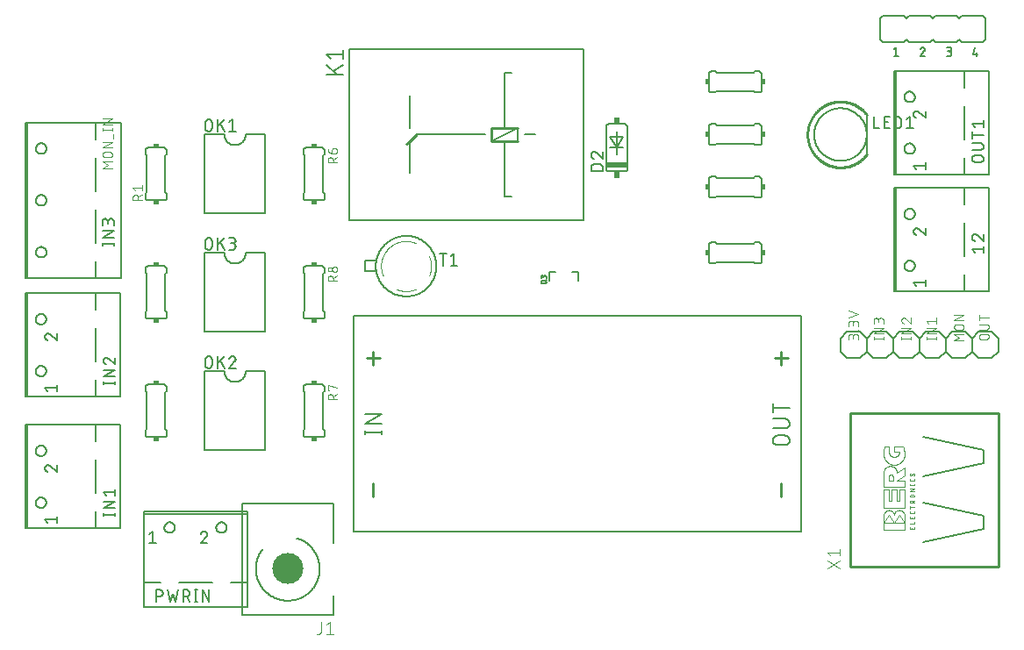
<source format=gbr>
G04 EAGLE Gerber X2 export*
%TF.Part,Single*%
%TF.FileFunction,Legend,Top,1*%
%TF.FilePolarity,Positive*%
%TF.GenerationSoftware,Autodesk,EAGLE,8.7.0*%
%TF.CreationDate,2018-11-06T21:30:33Z*%
G75*
%MOMM*%
%FSLAX34Y34*%
%LPD*%
%AMOC8*
5,1,8,0,0,1.08239X$1,22.5*%
G01*
%ADD10C,0.076200*%
%ADD11C,0.152400*%
%ADD12C,0.127000*%
%ADD13R,2.032000X0.508000*%
%ADD14R,0.508000X0.635000*%
%ADD15C,0.254000*%
%ADD16C,0.177800*%
%ADD17C,0.203200*%
%ADD18R,0.508000X0.381000*%
%ADD19C,0.101600*%
%ADD20R,0.381000X0.508000*%
%ADD21C,0.050800*%
%ADD22C,0.025400*%
%ADD23C,3.000000*%


D10*
X97409Y424561D02*
X88011Y424561D01*
X93232Y427694D01*
X88011Y430826D01*
X97409Y430826D01*
X94798Y435141D02*
X90622Y435141D01*
X90521Y435143D01*
X90420Y435149D01*
X90319Y435159D01*
X90219Y435172D01*
X90119Y435190D01*
X90020Y435211D01*
X89922Y435237D01*
X89825Y435266D01*
X89729Y435298D01*
X89635Y435335D01*
X89542Y435375D01*
X89450Y435419D01*
X89361Y435466D01*
X89273Y435517D01*
X89187Y435571D01*
X89104Y435628D01*
X89022Y435688D01*
X88944Y435752D01*
X88867Y435818D01*
X88794Y435888D01*
X88723Y435960D01*
X88655Y436035D01*
X88590Y436113D01*
X88528Y436193D01*
X88469Y436275D01*
X88413Y436360D01*
X88361Y436447D01*
X88312Y436535D01*
X88266Y436626D01*
X88225Y436718D01*
X88186Y436812D01*
X88152Y436907D01*
X88121Y437003D01*
X88094Y437101D01*
X88070Y437199D01*
X88051Y437299D01*
X88035Y437399D01*
X88023Y437499D01*
X88015Y437600D01*
X88011Y437701D01*
X88011Y437803D01*
X88015Y437904D01*
X88023Y438005D01*
X88035Y438105D01*
X88051Y438205D01*
X88070Y438305D01*
X88094Y438403D01*
X88121Y438501D01*
X88152Y438597D01*
X88186Y438692D01*
X88225Y438786D01*
X88266Y438878D01*
X88312Y438969D01*
X88361Y439058D01*
X88413Y439144D01*
X88469Y439229D01*
X88528Y439311D01*
X88590Y439391D01*
X88655Y439469D01*
X88723Y439544D01*
X88794Y439616D01*
X88867Y439686D01*
X88944Y439752D01*
X89022Y439816D01*
X89104Y439876D01*
X89187Y439933D01*
X89273Y439987D01*
X89361Y440038D01*
X89450Y440085D01*
X89542Y440129D01*
X89635Y440169D01*
X89729Y440206D01*
X89825Y440238D01*
X89922Y440267D01*
X90020Y440293D01*
X90119Y440314D01*
X90219Y440332D01*
X90319Y440345D01*
X90420Y440355D01*
X90521Y440361D01*
X90622Y440363D01*
X94798Y440363D01*
X94899Y440361D01*
X95000Y440355D01*
X95101Y440345D01*
X95201Y440332D01*
X95301Y440314D01*
X95400Y440293D01*
X95498Y440267D01*
X95595Y440238D01*
X95691Y440206D01*
X95785Y440169D01*
X95878Y440129D01*
X95970Y440085D01*
X96059Y440038D01*
X96147Y439987D01*
X96233Y439933D01*
X96316Y439876D01*
X96398Y439816D01*
X96476Y439752D01*
X96553Y439686D01*
X96626Y439616D01*
X96697Y439544D01*
X96765Y439469D01*
X96830Y439391D01*
X96892Y439311D01*
X96951Y439229D01*
X97007Y439144D01*
X97059Y439057D01*
X97108Y438969D01*
X97154Y438878D01*
X97195Y438786D01*
X97234Y438692D01*
X97268Y438597D01*
X97299Y438501D01*
X97326Y438403D01*
X97350Y438305D01*
X97369Y438205D01*
X97385Y438105D01*
X97397Y438005D01*
X97405Y437904D01*
X97409Y437803D01*
X97409Y437701D01*
X97405Y437600D01*
X97397Y437499D01*
X97385Y437399D01*
X97369Y437299D01*
X97350Y437199D01*
X97326Y437101D01*
X97299Y437003D01*
X97268Y436907D01*
X97234Y436812D01*
X97195Y436718D01*
X97154Y436626D01*
X97108Y436535D01*
X97059Y436447D01*
X97007Y436360D01*
X96951Y436275D01*
X96892Y436193D01*
X96830Y436113D01*
X96765Y436035D01*
X96697Y435960D01*
X96626Y435888D01*
X96553Y435818D01*
X96476Y435752D01*
X96398Y435688D01*
X96316Y435628D01*
X96233Y435571D01*
X96147Y435517D01*
X96059Y435466D01*
X95970Y435419D01*
X95878Y435375D01*
X95785Y435335D01*
X95691Y435298D01*
X95595Y435266D01*
X95498Y435237D01*
X95400Y435211D01*
X95301Y435190D01*
X95201Y435172D01*
X95101Y435159D01*
X95000Y435149D01*
X94899Y435143D01*
X94798Y435141D01*
X97409Y444590D02*
X88011Y444590D01*
X97409Y449811D01*
X88011Y449811D01*
X98453Y453647D02*
X98453Y457824D01*
X97409Y462136D02*
X88011Y462136D01*
X97409Y461092D02*
X97409Y463180D01*
X88011Y463180D02*
X88011Y461092D01*
X88011Y467145D02*
X97409Y467145D01*
X97409Y472366D02*
X88011Y467145D01*
X88011Y472366D02*
X97409Y472366D01*
X817499Y262072D02*
X817499Y259461D01*
X817499Y262072D02*
X817497Y262173D01*
X817491Y262274D01*
X817481Y262375D01*
X817468Y262475D01*
X817450Y262575D01*
X817429Y262674D01*
X817403Y262772D01*
X817374Y262869D01*
X817342Y262965D01*
X817305Y263059D01*
X817265Y263152D01*
X817221Y263244D01*
X817174Y263333D01*
X817123Y263421D01*
X817069Y263507D01*
X817012Y263590D01*
X816952Y263672D01*
X816888Y263750D01*
X816822Y263827D01*
X816752Y263900D01*
X816680Y263971D01*
X816605Y264039D01*
X816527Y264104D01*
X816447Y264166D01*
X816365Y264225D01*
X816280Y264281D01*
X816194Y264333D01*
X816105Y264382D01*
X816014Y264428D01*
X815922Y264469D01*
X815828Y264508D01*
X815733Y264542D01*
X815637Y264573D01*
X815539Y264600D01*
X815441Y264624D01*
X815341Y264643D01*
X815241Y264659D01*
X815141Y264671D01*
X815040Y264679D01*
X814939Y264683D01*
X814837Y264683D01*
X814736Y264679D01*
X814635Y264671D01*
X814535Y264659D01*
X814435Y264643D01*
X814335Y264624D01*
X814237Y264600D01*
X814139Y264573D01*
X814043Y264542D01*
X813948Y264508D01*
X813854Y264469D01*
X813762Y264428D01*
X813671Y264382D01*
X813583Y264333D01*
X813496Y264281D01*
X813411Y264225D01*
X813329Y264166D01*
X813249Y264104D01*
X813171Y264039D01*
X813096Y263971D01*
X813024Y263900D01*
X812954Y263827D01*
X812888Y263750D01*
X812824Y263672D01*
X812764Y263590D01*
X812707Y263507D01*
X812653Y263421D01*
X812602Y263333D01*
X812555Y263244D01*
X812511Y263152D01*
X812471Y263059D01*
X812434Y262965D01*
X812402Y262869D01*
X812373Y262772D01*
X812347Y262674D01*
X812326Y262575D01*
X812308Y262475D01*
X812295Y262375D01*
X812285Y262274D01*
X812279Y262173D01*
X812277Y262072D01*
X808101Y262594D02*
X808101Y259461D01*
X808101Y262594D02*
X808103Y262684D01*
X808109Y262773D01*
X808118Y262863D01*
X808132Y262952D01*
X808149Y263040D01*
X808170Y263127D01*
X808195Y263214D01*
X808224Y263299D01*
X808256Y263383D01*
X808291Y263465D01*
X808331Y263546D01*
X808373Y263625D01*
X808419Y263702D01*
X808469Y263777D01*
X808521Y263850D01*
X808577Y263921D01*
X808635Y263989D01*
X808697Y264054D01*
X808761Y264117D01*
X808828Y264177D01*
X808897Y264234D01*
X808969Y264288D01*
X809043Y264339D01*
X809119Y264387D01*
X809197Y264431D01*
X809277Y264472D01*
X809359Y264510D01*
X809442Y264544D01*
X809527Y264574D01*
X809613Y264601D01*
X809699Y264624D01*
X809787Y264643D01*
X809876Y264658D01*
X809965Y264670D01*
X810054Y264678D01*
X810144Y264682D01*
X810234Y264682D01*
X810324Y264678D01*
X810413Y264670D01*
X810502Y264658D01*
X810591Y264643D01*
X810679Y264624D01*
X810765Y264601D01*
X810851Y264574D01*
X810936Y264544D01*
X811019Y264510D01*
X811101Y264472D01*
X811181Y264431D01*
X811259Y264387D01*
X811335Y264339D01*
X811409Y264288D01*
X811481Y264234D01*
X811550Y264177D01*
X811617Y264117D01*
X811681Y264054D01*
X811743Y263989D01*
X811801Y263921D01*
X811857Y263850D01*
X811909Y263777D01*
X811959Y263702D01*
X812005Y263625D01*
X812047Y263546D01*
X812087Y263465D01*
X812122Y263383D01*
X812154Y263299D01*
X812183Y263214D01*
X812208Y263127D01*
X812229Y263040D01*
X812246Y262952D01*
X812260Y262863D01*
X812269Y262773D01*
X812275Y262684D01*
X812277Y262594D01*
X812278Y262594D02*
X812278Y260505D01*
X816977Y268211D02*
X817499Y268211D01*
X816977Y268211D02*
X816977Y268733D01*
X817499Y268733D01*
X817499Y268211D01*
X817499Y272263D02*
X817499Y274873D01*
X817497Y274974D01*
X817491Y275075D01*
X817481Y275176D01*
X817468Y275276D01*
X817450Y275376D01*
X817429Y275475D01*
X817403Y275573D01*
X817374Y275670D01*
X817342Y275766D01*
X817305Y275860D01*
X817265Y275953D01*
X817221Y276045D01*
X817174Y276134D01*
X817123Y276222D01*
X817069Y276308D01*
X817012Y276391D01*
X816952Y276473D01*
X816888Y276551D01*
X816822Y276628D01*
X816752Y276701D01*
X816680Y276772D01*
X816605Y276840D01*
X816527Y276905D01*
X816447Y276967D01*
X816365Y277026D01*
X816280Y277082D01*
X816194Y277134D01*
X816105Y277183D01*
X816014Y277229D01*
X815922Y277270D01*
X815828Y277309D01*
X815733Y277343D01*
X815637Y277374D01*
X815539Y277401D01*
X815441Y277425D01*
X815341Y277444D01*
X815241Y277460D01*
X815141Y277472D01*
X815040Y277480D01*
X814939Y277484D01*
X814837Y277484D01*
X814736Y277480D01*
X814635Y277472D01*
X814535Y277460D01*
X814435Y277444D01*
X814335Y277425D01*
X814237Y277401D01*
X814139Y277374D01*
X814043Y277343D01*
X813948Y277309D01*
X813854Y277270D01*
X813762Y277229D01*
X813671Y277183D01*
X813583Y277134D01*
X813496Y277082D01*
X813411Y277026D01*
X813329Y276967D01*
X813249Y276905D01*
X813171Y276840D01*
X813096Y276772D01*
X813024Y276701D01*
X812954Y276628D01*
X812888Y276551D01*
X812824Y276473D01*
X812764Y276391D01*
X812707Y276308D01*
X812653Y276222D01*
X812602Y276134D01*
X812555Y276045D01*
X812511Y275953D01*
X812471Y275860D01*
X812434Y275766D01*
X812402Y275670D01*
X812373Y275573D01*
X812347Y275475D01*
X812326Y275376D01*
X812308Y275276D01*
X812295Y275176D01*
X812285Y275075D01*
X812279Y274974D01*
X812277Y274873D01*
X808101Y275395D02*
X808101Y272263D01*
X808101Y275395D02*
X808103Y275485D01*
X808109Y275574D01*
X808118Y275664D01*
X808132Y275753D01*
X808149Y275841D01*
X808170Y275928D01*
X808195Y276015D01*
X808224Y276100D01*
X808256Y276184D01*
X808291Y276266D01*
X808331Y276347D01*
X808373Y276426D01*
X808419Y276503D01*
X808469Y276578D01*
X808521Y276651D01*
X808577Y276722D01*
X808635Y276790D01*
X808697Y276855D01*
X808761Y276918D01*
X808828Y276978D01*
X808897Y277035D01*
X808969Y277089D01*
X809043Y277140D01*
X809119Y277188D01*
X809197Y277232D01*
X809277Y277273D01*
X809359Y277311D01*
X809442Y277345D01*
X809527Y277375D01*
X809613Y277402D01*
X809699Y277425D01*
X809787Y277444D01*
X809876Y277459D01*
X809965Y277471D01*
X810054Y277479D01*
X810144Y277483D01*
X810234Y277483D01*
X810324Y277479D01*
X810413Y277471D01*
X810502Y277459D01*
X810591Y277444D01*
X810679Y277425D01*
X810765Y277402D01*
X810851Y277375D01*
X810936Y277345D01*
X811019Y277311D01*
X811101Y277273D01*
X811181Y277232D01*
X811259Y277188D01*
X811335Y277140D01*
X811409Y277089D01*
X811481Y277035D01*
X811550Y276978D01*
X811617Y276918D01*
X811681Y276855D01*
X811743Y276790D01*
X811801Y276722D01*
X811857Y276651D01*
X811909Y276578D01*
X811959Y276503D01*
X812005Y276426D01*
X812047Y276347D01*
X812087Y276266D01*
X812122Y276184D01*
X812154Y276100D01*
X812183Y276015D01*
X812208Y275928D01*
X812229Y275841D01*
X812246Y275753D01*
X812260Y275664D01*
X812269Y275574D01*
X812275Y275485D01*
X812277Y275395D01*
X812278Y275395D02*
X812278Y273307D01*
X808101Y280884D02*
X817499Y284017D01*
X808101Y287150D01*
X832231Y260505D02*
X841629Y260505D01*
X841629Y259461D02*
X841629Y261549D01*
X832231Y261549D02*
X832231Y259461D01*
X832231Y265515D02*
X841629Y265515D01*
X841629Y270736D02*
X832231Y265515D01*
X832231Y270736D02*
X841629Y270736D01*
X841629Y274963D02*
X841629Y277574D01*
X841627Y277675D01*
X841621Y277776D01*
X841611Y277877D01*
X841598Y277977D01*
X841580Y278077D01*
X841559Y278176D01*
X841533Y278274D01*
X841504Y278371D01*
X841472Y278467D01*
X841435Y278561D01*
X841395Y278654D01*
X841351Y278746D01*
X841304Y278835D01*
X841253Y278923D01*
X841199Y279009D01*
X841142Y279092D01*
X841082Y279174D01*
X841018Y279252D01*
X840952Y279329D01*
X840882Y279402D01*
X840810Y279473D01*
X840735Y279541D01*
X840657Y279606D01*
X840577Y279668D01*
X840495Y279727D01*
X840410Y279783D01*
X840324Y279835D01*
X840235Y279884D01*
X840144Y279930D01*
X840052Y279971D01*
X839958Y280010D01*
X839863Y280044D01*
X839767Y280075D01*
X839669Y280102D01*
X839571Y280126D01*
X839471Y280145D01*
X839371Y280161D01*
X839271Y280173D01*
X839170Y280181D01*
X839069Y280185D01*
X838967Y280185D01*
X838866Y280181D01*
X838765Y280173D01*
X838665Y280161D01*
X838565Y280145D01*
X838465Y280126D01*
X838367Y280102D01*
X838269Y280075D01*
X838173Y280044D01*
X838078Y280010D01*
X837984Y279971D01*
X837892Y279930D01*
X837801Y279884D01*
X837713Y279835D01*
X837626Y279783D01*
X837541Y279727D01*
X837459Y279668D01*
X837379Y279606D01*
X837301Y279541D01*
X837226Y279473D01*
X837154Y279402D01*
X837084Y279329D01*
X837018Y279252D01*
X836954Y279174D01*
X836894Y279092D01*
X836837Y279009D01*
X836783Y278923D01*
X836732Y278835D01*
X836685Y278746D01*
X836641Y278654D01*
X836601Y278561D01*
X836564Y278467D01*
X836532Y278371D01*
X836503Y278274D01*
X836477Y278176D01*
X836456Y278077D01*
X836438Y277977D01*
X836425Y277877D01*
X836415Y277776D01*
X836409Y277675D01*
X836407Y277574D01*
X832231Y278096D02*
X832231Y274963D01*
X832231Y278096D02*
X832233Y278186D01*
X832239Y278275D01*
X832248Y278365D01*
X832262Y278454D01*
X832279Y278542D01*
X832300Y278629D01*
X832325Y278716D01*
X832354Y278801D01*
X832386Y278885D01*
X832421Y278967D01*
X832461Y279048D01*
X832503Y279127D01*
X832549Y279204D01*
X832599Y279279D01*
X832651Y279352D01*
X832707Y279423D01*
X832765Y279491D01*
X832827Y279556D01*
X832891Y279619D01*
X832958Y279679D01*
X833027Y279736D01*
X833099Y279790D01*
X833173Y279841D01*
X833249Y279889D01*
X833327Y279933D01*
X833407Y279974D01*
X833489Y280012D01*
X833572Y280046D01*
X833657Y280076D01*
X833743Y280103D01*
X833829Y280126D01*
X833917Y280145D01*
X834006Y280160D01*
X834095Y280172D01*
X834184Y280180D01*
X834274Y280184D01*
X834364Y280184D01*
X834454Y280180D01*
X834543Y280172D01*
X834632Y280160D01*
X834721Y280145D01*
X834809Y280126D01*
X834895Y280103D01*
X834981Y280076D01*
X835066Y280046D01*
X835149Y280012D01*
X835231Y279974D01*
X835311Y279933D01*
X835389Y279889D01*
X835465Y279841D01*
X835539Y279790D01*
X835611Y279736D01*
X835680Y279679D01*
X835747Y279619D01*
X835811Y279556D01*
X835873Y279491D01*
X835931Y279423D01*
X835987Y279352D01*
X836039Y279279D01*
X836089Y279204D01*
X836135Y279127D01*
X836177Y279048D01*
X836217Y278967D01*
X836252Y278885D01*
X836284Y278801D01*
X836313Y278716D01*
X836338Y278629D01*
X836359Y278542D01*
X836376Y278454D01*
X836390Y278365D01*
X836399Y278275D01*
X836405Y278186D01*
X836407Y278096D01*
X836408Y278096D02*
X836408Y276008D01*
X858901Y260505D02*
X868299Y260505D01*
X868299Y259461D02*
X868299Y261549D01*
X858901Y261549D02*
X858901Y259461D01*
X858901Y265515D02*
X868299Y265515D01*
X868299Y270736D02*
X858901Y265515D01*
X858901Y270736D02*
X868299Y270736D01*
X858901Y277835D02*
X858903Y277930D01*
X858909Y278024D01*
X858918Y278118D01*
X858931Y278212D01*
X858948Y278305D01*
X858969Y278397D01*
X858994Y278489D01*
X859022Y278579D01*
X859054Y278668D01*
X859089Y278756D01*
X859128Y278842D01*
X859170Y278927D01*
X859216Y279010D01*
X859265Y279091D01*
X859317Y279170D01*
X859372Y279247D01*
X859431Y279321D01*
X859492Y279393D01*
X859556Y279463D01*
X859623Y279530D01*
X859693Y279594D01*
X859765Y279655D01*
X859839Y279714D01*
X859916Y279769D01*
X859995Y279821D01*
X860076Y279870D01*
X860159Y279916D01*
X860244Y279958D01*
X860330Y279997D01*
X860418Y280032D01*
X860507Y280064D01*
X860597Y280092D01*
X860689Y280117D01*
X860781Y280138D01*
X860874Y280155D01*
X860968Y280168D01*
X861062Y280177D01*
X861156Y280183D01*
X861251Y280185D01*
X858901Y277835D02*
X858903Y277727D01*
X858909Y277618D01*
X858919Y277510D01*
X858932Y277403D01*
X858950Y277296D01*
X858971Y277189D01*
X858996Y277084D01*
X859025Y276979D01*
X859057Y276876D01*
X859094Y276774D01*
X859134Y276673D01*
X859177Y276574D01*
X859224Y276476D01*
X859275Y276380D01*
X859329Y276286D01*
X859386Y276194D01*
X859447Y276104D01*
X859511Y276016D01*
X859577Y275931D01*
X859647Y275848D01*
X859720Y275768D01*
X859796Y275690D01*
X859874Y275615D01*
X859955Y275543D01*
X860039Y275474D01*
X860125Y275408D01*
X860213Y275345D01*
X860304Y275286D01*
X860396Y275229D01*
X860491Y275176D01*
X860588Y275127D01*
X860686Y275081D01*
X860785Y275038D01*
X860887Y274999D01*
X860989Y274964D01*
X863079Y279402D02*
X863010Y279471D01*
X862939Y279537D01*
X862866Y279601D01*
X862790Y279662D01*
X862711Y279720D01*
X862631Y279774D01*
X862548Y279826D01*
X862464Y279874D01*
X862378Y279920D01*
X862290Y279961D01*
X862200Y280000D01*
X862109Y280035D01*
X862017Y280066D01*
X861924Y280094D01*
X861830Y280118D01*
X861735Y280138D01*
X861639Y280155D01*
X861542Y280168D01*
X861445Y280177D01*
X861348Y280183D01*
X861251Y280185D01*
X863078Y279401D02*
X868299Y274963D01*
X868299Y280185D01*
X883031Y260505D02*
X892429Y260505D01*
X892429Y259461D02*
X892429Y261549D01*
X883031Y261549D02*
X883031Y259461D01*
X883031Y265515D02*
X892429Y265515D01*
X892429Y270736D02*
X883031Y265515D01*
X883031Y270736D02*
X892429Y270736D01*
X885119Y274963D02*
X883031Y277574D01*
X892429Y277574D01*
X892429Y274963D02*
X892429Y280185D01*
X909701Y258191D02*
X919099Y258191D01*
X914922Y261324D02*
X909701Y258191D01*
X914922Y261324D02*
X909701Y264456D01*
X919099Y264456D01*
X916488Y268771D02*
X912312Y268771D01*
X912211Y268773D01*
X912110Y268779D01*
X912009Y268789D01*
X911909Y268802D01*
X911809Y268820D01*
X911710Y268841D01*
X911612Y268867D01*
X911515Y268896D01*
X911419Y268928D01*
X911325Y268965D01*
X911232Y269005D01*
X911140Y269049D01*
X911051Y269096D01*
X910963Y269147D01*
X910877Y269201D01*
X910794Y269258D01*
X910712Y269318D01*
X910634Y269382D01*
X910557Y269448D01*
X910484Y269518D01*
X910413Y269590D01*
X910345Y269665D01*
X910280Y269743D01*
X910218Y269823D01*
X910159Y269905D01*
X910103Y269990D01*
X910051Y270077D01*
X910002Y270165D01*
X909956Y270256D01*
X909915Y270348D01*
X909876Y270442D01*
X909842Y270537D01*
X909811Y270633D01*
X909784Y270731D01*
X909760Y270829D01*
X909741Y270929D01*
X909725Y271029D01*
X909713Y271129D01*
X909705Y271230D01*
X909701Y271331D01*
X909701Y271433D01*
X909705Y271534D01*
X909713Y271635D01*
X909725Y271735D01*
X909741Y271835D01*
X909760Y271935D01*
X909784Y272033D01*
X909811Y272131D01*
X909842Y272227D01*
X909876Y272322D01*
X909915Y272416D01*
X909956Y272508D01*
X910002Y272599D01*
X910051Y272688D01*
X910103Y272774D01*
X910159Y272859D01*
X910218Y272941D01*
X910280Y273021D01*
X910345Y273099D01*
X910413Y273174D01*
X910484Y273246D01*
X910557Y273316D01*
X910634Y273382D01*
X910712Y273446D01*
X910794Y273506D01*
X910877Y273563D01*
X910963Y273617D01*
X911051Y273668D01*
X911140Y273715D01*
X911232Y273759D01*
X911325Y273799D01*
X911419Y273836D01*
X911515Y273868D01*
X911612Y273897D01*
X911710Y273923D01*
X911809Y273944D01*
X911909Y273962D01*
X912009Y273975D01*
X912110Y273985D01*
X912211Y273991D01*
X912312Y273993D01*
X916488Y273993D01*
X916589Y273991D01*
X916690Y273985D01*
X916791Y273975D01*
X916891Y273962D01*
X916991Y273944D01*
X917090Y273923D01*
X917188Y273897D01*
X917285Y273868D01*
X917381Y273836D01*
X917475Y273799D01*
X917568Y273759D01*
X917660Y273715D01*
X917749Y273668D01*
X917837Y273617D01*
X917923Y273563D01*
X918006Y273506D01*
X918088Y273446D01*
X918166Y273382D01*
X918243Y273316D01*
X918316Y273246D01*
X918387Y273174D01*
X918455Y273099D01*
X918520Y273021D01*
X918582Y272941D01*
X918641Y272859D01*
X918697Y272774D01*
X918749Y272687D01*
X918798Y272599D01*
X918844Y272508D01*
X918885Y272416D01*
X918924Y272322D01*
X918958Y272227D01*
X918989Y272131D01*
X919016Y272033D01*
X919040Y271935D01*
X919059Y271835D01*
X919075Y271735D01*
X919087Y271635D01*
X919095Y271534D01*
X919099Y271433D01*
X919099Y271331D01*
X919095Y271230D01*
X919087Y271129D01*
X919075Y271029D01*
X919059Y270929D01*
X919040Y270829D01*
X919016Y270731D01*
X918989Y270633D01*
X918958Y270537D01*
X918924Y270442D01*
X918885Y270348D01*
X918844Y270256D01*
X918798Y270165D01*
X918749Y270077D01*
X918697Y269990D01*
X918641Y269905D01*
X918582Y269823D01*
X918520Y269743D01*
X918455Y269665D01*
X918387Y269590D01*
X918316Y269518D01*
X918243Y269448D01*
X918166Y269382D01*
X918088Y269318D01*
X918006Y269258D01*
X917923Y269201D01*
X917837Y269147D01*
X917749Y269096D01*
X917660Y269049D01*
X917568Y269005D01*
X917475Y268965D01*
X917381Y268928D01*
X917285Y268896D01*
X917188Y268867D01*
X917090Y268841D01*
X916991Y268820D01*
X916891Y268802D01*
X916791Y268789D01*
X916690Y268779D01*
X916589Y268773D01*
X916488Y268771D01*
X919099Y278220D02*
X909701Y278220D01*
X919099Y283441D01*
X909701Y283441D01*
X936442Y259461D02*
X940618Y259461D01*
X936442Y259461D02*
X936341Y259463D01*
X936240Y259469D01*
X936139Y259479D01*
X936039Y259492D01*
X935939Y259510D01*
X935840Y259531D01*
X935742Y259557D01*
X935645Y259586D01*
X935549Y259618D01*
X935455Y259655D01*
X935362Y259695D01*
X935270Y259739D01*
X935181Y259786D01*
X935093Y259837D01*
X935007Y259891D01*
X934924Y259948D01*
X934842Y260008D01*
X934764Y260072D01*
X934687Y260138D01*
X934614Y260208D01*
X934543Y260280D01*
X934475Y260355D01*
X934410Y260433D01*
X934348Y260513D01*
X934289Y260595D01*
X934233Y260680D01*
X934181Y260767D01*
X934132Y260855D01*
X934086Y260946D01*
X934045Y261038D01*
X934006Y261132D01*
X933972Y261227D01*
X933941Y261323D01*
X933914Y261421D01*
X933890Y261519D01*
X933871Y261619D01*
X933855Y261719D01*
X933843Y261819D01*
X933835Y261920D01*
X933831Y262021D01*
X933831Y262123D01*
X933835Y262224D01*
X933843Y262325D01*
X933855Y262425D01*
X933871Y262525D01*
X933890Y262625D01*
X933914Y262723D01*
X933941Y262821D01*
X933972Y262917D01*
X934006Y263012D01*
X934045Y263106D01*
X934086Y263198D01*
X934132Y263289D01*
X934181Y263378D01*
X934233Y263464D01*
X934289Y263549D01*
X934348Y263631D01*
X934410Y263711D01*
X934475Y263789D01*
X934543Y263864D01*
X934614Y263936D01*
X934687Y264006D01*
X934764Y264072D01*
X934842Y264136D01*
X934924Y264196D01*
X935007Y264253D01*
X935093Y264307D01*
X935181Y264358D01*
X935270Y264405D01*
X935362Y264449D01*
X935455Y264489D01*
X935549Y264526D01*
X935645Y264558D01*
X935742Y264587D01*
X935840Y264613D01*
X935939Y264634D01*
X936039Y264652D01*
X936139Y264665D01*
X936240Y264675D01*
X936341Y264681D01*
X936442Y264683D01*
X936442Y264682D02*
X940618Y264682D01*
X940618Y264683D02*
X940719Y264681D01*
X940820Y264675D01*
X940921Y264665D01*
X941021Y264652D01*
X941121Y264634D01*
X941220Y264613D01*
X941318Y264587D01*
X941415Y264558D01*
X941511Y264526D01*
X941605Y264489D01*
X941698Y264449D01*
X941790Y264405D01*
X941879Y264358D01*
X941967Y264307D01*
X942053Y264253D01*
X942136Y264196D01*
X942218Y264136D01*
X942296Y264072D01*
X942373Y264006D01*
X942446Y263936D01*
X942517Y263864D01*
X942585Y263789D01*
X942650Y263711D01*
X942712Y263631D01*
X942771Y263549D01*
X942827Y263464D01*
X942879Y263377D01*
X942928Y263289D01*
X942974Y263198D01*
X943015Y263106D01*
X943054Y263012D01*
X943088Y262917D01*
X943119Y262821D01*
X943146Y262723D01*
X943170Y262625D01*
X943189Y262525D01*
X943205Y262425D01*
X943217Y262325D01*
X943225Y262224D01*
X943229Y262123D01*
X943229Y262021D01*
X943225Y261920D01*
X943217Y261819D01*
X943205Y261719D01*
X943189Y261619D01*
X943170Y261519D01*
X943146Y261421D01*
X943119Y261323D01*
X943088Y261227D01*
X943054Y261132D01*
X943015Y261038D01*
X942974Y260946D01*
X942928Y260855D01*
X942879Y260766D01*
X942827Y260680D01*
X942771Y260595D01*
X942712Y260513D01*
X942650Y260433D01*
X942585Y260355D01*
X942517Y260280D01*
X942446Y260208D01*
X942373Y260138D01*
X942296Y260072D01*
X942218Y260008D01*
X942136Y259948D01*
X942053Y259891D01*
X941967Y259837D01*
X941879Y259786D01*
X941790Y259739D01*
X941698Y259695D01*
X941605Y259655D01*
X941511Y259618D01*
X941415Y259586D01*
X941318Y259557D01*
X941220Y259531D01*
X941121Y259510D01*
X941021Y259492D01*
X940921Y259479D01*
X940820Y259469D01*
X940719Y259463D01*
X940618Y259461D01*
X940618Y268910D02*
X933831Y268910D01*
X940618Y268909D02*
X940719Y268911D01*
X940820Y268917D01*
X940921Y268927D01*
X941021Y268940D01*
X941121Y268958D01*
X941220Y268979D01*
X941318Y269005D01*
X941415Y269034D01*
X941511Y269066D01*
X941605Y269103D01*
X941698Y269143D01*
X941790Y269187D01*
X941879Y269234D01*
X941967Y269285D01*
X942053Y269339D01*
X942136Y269396D01*
X942218Y269456D01*
X942296Y269520D01*
X942373Y269586D01*
X942446Y269656D01*
X942517Y269728D01*
X942585Y269803D01*
X942650Y269881D01*
X942712Y269961D01*
X942771Y270043D01*
X942827Y270128D01*
X942879Y270215D01*
X942928Y270303D01*
X942974Y270394D01*
X943015Y270486D01*
X943054Y270580D01*
X943088Y270675D01*
X943119Y270771D01*
X943146Y270869D01*
X943170Y270967D01*
X943189Y271067D01*
X943205Y271167D01*
X943217Y271267D01*
X943225Y271368D01*
X943229Y271469D01*
X943229Y271571D01*
X943225Y271672D01*
X943217Y271773D01*
X943205Y271873D01*
X943189Y271973D01*
X943170Y272073D01*
X943146Y272171D01*
X943119Y272269D01*
X943088Y272365D01*
X943054Y272460D01*
X943015Y272554D01*
X942974Y272646D01*
X942928Y272737D01*
X942879Y272825D01*
X942827Y272912D01*
X942771Y272997D01*
X942712Y273079D01*
X942650Y273159D01*
X942585Y273237D01*
X942517Y273312D01*
X942446Y273384D01*
X942373Y273454D01*
X942296Y273520D01*
X942218Y273584D01*
X942136Y273644D01*
X942053Y273701D01*
X941967Y273755D01*
X941879Y273806D01*
X941790Y273853D01*
X941698Y273897D01*
X941605Y273937D01*
X941511Y273974D01*
X941415Y274006D01*
X941318Y274035D01*
X941220Y274061D01*
X941121Y274082D01*
X941021Y274100D01*
X940921Y274113D01*
X940820Y274123D01*
X940719Y274129D01*
X940618Y274131D01*
X933831Y274131D01*
X933831Y280360D02*
X943229Y280360D01*
X933831Y277749D02*
X933831Y282970D01*
D11*
X943610Y305710D02*
X943610Y405530D01*
X853690Y405530D02*
X851660Y405530D01*
X851660Y305710D01*
X919730Y305710D02*
X943610Y305710D01*
X919730Y305710D02*
X919730Y321710D01*
X919730Y339490D02*
X919730Y371750D01*
X919730Y389530D02*
X919730Y405530D01*
X919730Y305710D02*
X853690Y305710D01*
X919730Y405530D02*
X943610Y405530D01*
X853690Y405530D02*
X853690Y305710D01*
X851660Y305710D01*
X853690Y405530D02*
X919730Y405530D01*
X861822Y330600D02*
X861824Y330742D01*
X861830Y330885D01*
X861840Y331027D01*
X861854Y331169D01*
X861872Y331310D01*
X861894Y331451D01*
X861920Y331591D01*
X861949Y331730D01*
X861983Y331869D01*
X862021Y332006D01*
X862062Y332143D01*
X862107Y332278D01*
X862156Y332412D01*
X862209Y332544D01*
X862265Y332675D01*
X862325Y332804D01*
X862389Y332932D01*
X862456Y333057D01*
X862527Y333181D01*
X862601Y333303D01*
X862678Y333422D01*
X862759Y333540D01*
X862843Y333655D01*
X862930Y333767D01*
X863021Y333877D01*
X863114Y333985D01*
X863211Y334090D01*
X863310Y334192D01*
X863412Y334291D01*
X863517Y334388D01*
X863625Y334481D01*
X863735Y334572D01*
X863847Y334659D01*
X863962Y334743D01*
X864080Y334824D01*
X864199Y334901D01*
X864321Y334975D01*
X864445Y335046D01*
X864570Y335113D01*
X864698Y335177D01*
X864827Y335237D01*
X864958Y335293D01*
X865090Y335346D01*
X865224Y335395D01*
X865359Y335440D01*
X865496Y335481D01*
X865633Y335519D01*
X865772Y335553D01*
X865911Y335582D01*
X866051Y335608D01*
X866192Y335630D01*
X866333Y335648D01*
X866475Y335662D01*
X866617Y335672D01*
X866760Y335678D01*
X866902Y335680D01*
X867044Y335678D01*
X867187Y335672D01*
X867329Y335662D01*
X867471Y335648D01*
X867612Y335630D01*
X867753Y335608D01*
X867893Y335582D01*
X868032Y335553D01*
X868171Y335519D01*
X868308Y335481D01*
X868445Y335440D01*
X868580Y335395D01*
X868714Y335346D01*
X868846Y335293D01*
X868977Y335237D01*
X869106Y335177D01*
X869234Y335113D01*
X869359Y335046D01*
X869483Y334975D01*
X869605Y334901D01*
X869724Y334824D01*
X869842Y334743D01*
X869957Y334659D01*
X870069Y334572D01*
X870179Y334481D01*
X870287Y334388D01*
X870392Y334291D01*
X870494Y334192D01*
X870593Y334090D01*
X870690Y333985D01*
X870783Y333877D01*
X870874Y333767D01*
X870961Y333655D01*
X871045Y333540D01*
X871126Y333422D01*
X871203Y333303D01*
X871277Y333181D01*
X871348Y333057D01*
X871415Y332932D01*
X871479Y332804D01*
X871539Y332675D01*
X871595Y332544D01*
X871648Y332412D01*
X871697Y332278D01*
X871742Y332143D01*
X871783Y332006D01*
X871821Y331869D01*
X871855Y331730D01*
X871884Y331591D01*
X871910Y331451D01*
X871932Y331310D01*
X871950Y331169D01*
X871964Y331027D01*
X871974Y330885D01*
X871980Y330742D01*
X871982Y330600D01*
X871980Y330458D01*
X871974Y330315D01*
X871964Y330173D01*
X871950Y330031D01*
X871932Y329890D01*
X871910Y329749D01*
X871884Y329609D01*
X871855Y329470D01*
X871821Y329331D01*
X871783Y329194D01*
X871742Y329057D01*
X871697Y328922D01*
X871648Y328788D01*
X871595Y328656D01*
X871539Y328525D01*
X871479Y328396D01*
X871415Y328268D01*
X871348Y328143D01*
X871277Y328019D01*
X871203Y327897D01*
X871126Y327778D01*
X871045Y327660D01*
X870961Y327545D01*
X870874Y327433D01*
X870783Y327323D01*
X870690Y327215D01*
X870593Y327110D01*
X870494Y327008D01*
X870392Y326909D01*
X870287Y326812D01*
X870179Y326719D01*
X870069Y326628D01*
X869957Y326541D01*
X869842Y326457D01*
X869724Y326376D01*
X869605Y326299D01*
X869483Y326225D01*
X869359Y326154D01*
X869234Y326087D01*
X869106Y326023D01*
X868977Y325963D01*
X868846Y325907D01*
X868714Y325854D01*
X868580Y325805D01*
X868445Y325760D01*
X868308Y325719D01*
X868171Y325681D01*
X868032Y325647D01*
X867893Y325618D01*
X867753Y325592D01*
X867612Y325570D01*
X867471Y325552D01*
X867329Y325538D01*
X867187Y325528D01*
X867044Y325522D01*
X866902Y325520D01*
X866760Y325522D01*
X866617Y325528D01*
X866475Y325538D01*
X866333Y325552D01*
X866192Y325570D01*
X866051Y325592D01*
X865911Y325618D01*
X865772Y325647D01*
X865633Y325681D01*
X865496Y325719D01*
X865359Y325760D01*
X865224Y325805D01*
X865090Y325854D01*
X864958Y325907D01*
X864827Y325963D01*
X864698Y326023D01*
X864570Y326087D01*
X864445Y326154D01*
X864321Y326225D01*
X864199Y326299D01*
X864080Y326376D01*
X863962Y326457D01*
X863847Y326541D01*
X863735Y326628D01*
X863625Y326719D01*
X863517Y326812D01*
X863412Y326909D01*
X863310Y327008D01*
X863211Y327110D01*
X863114Y327215D01*
X863021Y327323D01*
X862930Y327433D01*
X862843Y327545D01*
X862759Y327660D01*
X862678Y327778D01*
X862601Y327897D01*
X862527Y328019D01*
X862456Y328143D01*
X862389Y328268D01*
X862325Y328396D01*
X862265Y328525D01*
X862209Y328656D01*
X862156Y328788D01*
X862107Y328922D01*
X862062Y329057D01*
X862021Y329194D01*
X861983Y329331D01*
X861949Y329470D01*
X861920Y329609D01*
X861894Y329749D01*
X861872Y329890D01*
X861854Y330031D01*
X861840Y330173D01*
X861830Y330315D01*
X861824Y330458D01*
X861822Y330600D01*
X861822Y380638D02*
X861824Y380780D01*
X861830Y380923D01*
X861840Y381065D01*
X861854Y381207D01*
X861872Y381348D01*
X861894Y381489D01*
X861920Y381629D01*
X861949Y381768D01*
X861983Y381907D01*
X862021Y382044D01*
X862062Y382181D01*
X862107Y382316D01*
X862156Y382450D01*
X862209Y382582D01*
X862265Y382713D01*
X862325Y382842D01*
X862389Y382970D01*
X862456Y383095D01*
X862527Y383219D01*
X862601Y383341D01*
X862678Y383460D01*
X862759Y383578D01*
X862843Y383693D01*
X862930Y383805D01*
X863021Y383915D01*
X863114Y384023D01*
X863211Y384128D01*
X863310Y384230D01*
X863412Y384329D01*
X863517Y384426D01*
X863625Y384519D01*
X863735Y384610D01*
X863847Y384697D01*
X863962Y384781D01*
X864080Y384862D01*
X864199Y384939D01*
X864321Y385013D01*
X864445Y385084D01*
X864570Y385151D01*
X864698Y385215D01*
X864827Y385275D01*
X864958Y385331D01*
X865090Y385384D01*
X865224Y385433D01*
X865359Y385478D01*
X865496Y385519D01*
X865633Y385557D01*
X865772Y385591D01*
X865911Y385620D01*
X866051Y385646D01*
X866192Y385668D01*
X866333Y385686D01*
X866475Y385700D01*
X866617Y385710D01*
X866760Y385716D01*
X866902Y385718D01*
X867044Y385716D01*
X867187Y385710D01*
X867329Y385700D01*
X867471Y385686D01*
X867612Y385668D01*
X867753Y385646D01*
X867893Y385620D01*
X868032Y385591D01*
X868171Y385557D01*
X868308Y385519D01*
X868445Y385478D01*
X868580Y385433D01*
X868714Y385384D01*
X868846Y385331D01*
X868977Y385275D01*
X869106Y385215D01*
X869234Y385151D01*
X869359Y385084D01*
X869483Y385013D01*
X869605Y384939D01*
X869724Y384862D01*
X869842Y384781D01*
X869957Y384697D01*
X870069Y384610D01*
X870179Y384519D01*
X870287Y384426D01*
X870392Y384329D01*
X870494Y384230D01*
X870593Y384128D01*
X870690Y384023D01*
X870783Y383915D01*
X870874Y383805D01*
X870961Y383693D01*
X871045Y383578D01*
X871126Y383460D01*
X871203Y383341D01*
X871277Y383219D01*
X871348Y383095D01*
X871415Y382970D01*
X871479Y382842D01*
X871539Y382713D01*
X871595Y382582D01*
X871648Y382450D01*
X871697Y382316D01*
X871742Y382181D01*
X871783Y382044D01*
X871821Y381907D01*
X871855Y381768D01*
X871884Y381629D01*
X871910Y381489D01*
X871932Y381348D01*
X871950Y381207D01*
X871964Y381065D01*
X871974Y380923D01*
X871980Y380780D01*
X871982Y380638D01*
X871980Y380496D01*
X871974Y380353D01*
X871964Y380211D01*
X871950Y380069D01*
X871932Y379928D01*
X871910Y379787D01*
X871884Y379647D01*
X871855Y379508D01*
X871821Y379369D01*
X871783Y379232D01*
X871742Y379095D01*
X871697Y378960D01*
X871648Y378826D01*
X871595Y378694D01*
X871539Y378563D01*
X871479Y378434D01*
X871415Y378306D01*
X871348Y378181D01*
X871277Y378057D01*
X871203Y377935D01*
X871126Y377816D01*
X871045Y377698D01*
X870961Y377583D01*
X870874Y377471D01*
X870783Y377361D01*
X870690Y377253D01*
X870593Y377148D01*
X870494Y377046D01*
X870392Y376947D01*
X870287Y376850D01*
X870179Y376757D01*
X870069Y376666D01*
X869957Y376579D01*
X869842Y376495D01*
X869724Y376414D01*
X869605Y376337D01*
X869483Y376263D01*
X869359Y376192D01*
X869234Y376125D01*
X869106Y376061D01*
X868977Y376001D01*
X868846Y375945D01*
X868714Y375892D01*
X868580Y375843D01*
X868445Y375798D01*
X868308Y375757D01*
X868171Y375719D01*
X868032Y375685D01*
X867893Y375656D01*
X867753Y375630D01*
X867612Y375608D01*
X867471Y375590D01*
X867329Y375576D01*
X867187Y375566D01*
X867044Y375560D01*
X866902Y375558D01*
X866760Y375560D01*
X866617Y375566D01*
X866475Y375576D01*
X866333Y375590D01*
X866192Y375608D01*
X866051Y375630D01*
X865911Y375656D01*
X865772Y375685D01*
X865633Y375719D01*
X865496Y375757D01*
X865359Y375798D01*
X865224Y375843D01*
X865090Y375892D01*
X864958Y375945D01*
X864827Y376001D01*
X864698Y376061D01*
X864570Y376125D01*
X864445Y376192D01*
X864321Y376263D01*
X864199Y376337D01*
X864080Y376414D01*
X863962Y376495D01*
X863847Y376579D01*
X863735Y376666D01*
X863625Y376757D01*
X863517Y376850D01*
X863412Y376947D01*
X863310Y377046D01*
X863211Y377148D01*
X863114Y377253D01*
X863021Y377361D01*
X862930Y377471D01*
X862843Y377583D01*
X862759Y377698D01*
X862678Y377816D01*
X862601Y377935D01*
X862527Y378057D01*
X862456Y378181D01*
X862389Y378306D01*
X862325Y378434D01*
X862265Y378563D01*
X862209Y378694D01*
X862156Y378826D01*
X862107Y378960D01*
X862062Y379095D01*
X862021Y379232D01*
X861983Y379369D01*
X861949Y379508D01*
X861920Y379647D01*
X861894Y379787D01*
X861872Y379928D01*
X861854Y380069D01*
X861840Y380211D01*
X861830Y380353D01*
X861824Y380496D01*
X861822Y380638D01*
D12*
X870585Y314090D02*
X873125Y310915D01*
X870585Y314090D02*
X882015Y314090D01*
X882015Y310915D02*
X882015Y317265D01*
X870585Y363938D02*
X870587Y364042D01*
X870593Y364147D01*
X870602Y364251D01*
X870615Y364354D01*
X870633Y364457D01*
X870653Y364559D01*
X870678Y364661D01*
X870706Y364761D01*
X870738Y364861D01*
X870774Y364959D01*
X870813Y365056D01*
X870855Y365151D01*
X870901Y365245D01*
X870951Y365337D01*
X871003Y365427D01*
X871059Y365515D01*
X871119Y365601D01*
X871181Y365685D01*
X871246Y365766D01*
X871314Y365845D01*
X871386Y365922D01*
X871459Y365995D01*
X871536Y366067D01*
X871615Y366135D01*
X871696Y366200D01*
X871780Y366262D01*
X871866Y366322D01*
X871954Y366378D01*
X872044Y366430D01*
X872136Y366480D01*
X872230Y366526D01*
X872325Y366568D01*
X872422Y366607D01*
X872520Y366643D01*
X872620Y366675D01*
X872720Y366703D01*
X872822Y366728D01*
X872924Y366748D01*
X873027Y366766D01*
X873130Y366779D01*
X873234Y366788D01*
X873339Y366794D01*
X873443Y366796D01*
X870585Y363938D02*
X870587Y363820D01*
X870593Y363701D01*
X870602Y363583D01*
X870615Y363466D01*
X870633Y363349D01*
X870653Y363232D01*
X870678Y363116D01*
X870706Y363001D01*
X870739Y362888D01*
X870774Y362775D01*
X870814Y362663D01*
X870856Y362553D01*
X870903Y362444D01*
X870953Y362336D01*
X871006Y362231D01*
X871063Y362127D01*
X871123Y362025D01*
X871186Y361925D01*
X871253Y361827D01*
X871322Y361731D01*
X871395Y361638D01*
X871471Y361547D01*
X871549Y361458D01*
X871631Y361372D01*
X871715Y361289D01*
X871801Y361208D01*
X871891Y361131D01*
X871982Y361056D01*
X872076Y360984D01*
X872173Y360915D01*
X872271Y360850D01*
X872372Y360787D01*
X872475Y360728D01*
X872579Y360672D01*
X872685Y360620D01*
X872793Y360571D01*
X872902Y360526D01*
X873013Y360484D01*
X873125Y360446D01*
X875665Y365843D02*
X875590Y365919D01*
X875511Y365994D01*
X875430Y366065D01*
X875346Y366134D01*
X875260Y366199D01*
X875172Y366261D01*
X875082Y366321D01*
X874990Y366377D01*
X874895Y366430D01*
X874799Y366479D01*
X874701Y366525D01*
X874602Y366568D01*
X874501Y366607D01*
X874399Y366642D01*
X874296Y366674D01*
X874192Y366702D01*
X874087Y366727D01*
X873980Y366748D01*
X873874Y366765D01*
X873767Y366778D01*
X873659Y366787D01*
X873551Y366793D01*
X873443Y366795D01*
X875665Y365843D02*
X882015Y360445D01*
X882015Y366795D01*
X926973Y346348D02*
X929513Y343173D01*
X926973Y346348D02*
X938403Y346348D01*
X938403Y343173D02*
X938403Y349523D01*
X926973Y358096D02*
X926975Y358200D01*
X926981Y358305D01*
X926990Y358409D01*
X927003Y358512D01*
X927021Y358615D01*
X927041Y358717D01*
X927066Y358819D01*
X927094Y358919D01*
X927126Y359019D01*
X927162Y359117D01*
X927201Y359214D01*
X927243Y359309D01*
X927289Y359403D01*
X927339Y359495D01*
X927391Y359585D01*
X927447Y359673D01*
X927507Y359759D01*
X927569Y359843D01*
X927634Y359924D01*
X927702Y360003D01*
X927774Y360080D01*
X927847Y360153D01*
X927924Y360225D01*
X928003Y360293D01*
X928084Y360358D01*
X928168Y360420D01*
X928254Y360480D01*
X928342Y360536D01*
X928432Y360588D01*
X928524Y360638D01*
X928618Y360684D01*
X928713Y360726D01*
X928810Y360765D01*
X928908Y360801D01*
X929008Y360833D01*
X929108Y360861D01*
X929210Y360886D01*
X929312Y360906D01*
X929415Y360924D01*
X929518Y360937D01*
X929622Y360946D01*
X929727Y360952D01*
X929831Y360954D01*
X926973Y358096D02*
X926975Y357978D01*
X926981Y357859D01*
X926990Y357741D01*
X927003Y357624D01*
X927021Y357507D01*
X927041Y357390D01*
X927066Y357274D01*
X927094Y357159D01*
X927127Y357046D01*
X927162Y356933D01*
X927202Y356821D01*
X927244Y356711D01*
X927291Y356602D01*
X927341Y356494D01*
X927394Y356389D01*
X927451Y356285D01*
X927511Y356183D01*
X927574Y356083D01*
X927641Y355985D01*
X927710Y355889D01*
X927783Y355796D01*
X927859Y355705D01*
X927937Y355616D01*
X928019Y355530D01*
X928103Y355447D01*
X928189Y355366D01*
X928279Y355289D01*
X928370Y355214D01*
X928464Y355142D01*
X928561Y355073D01*
X928659Y355008D01*
X928760Y354945D01*
X928863Y354886D01*
X928967Y354830D01*
X929073Y354778D01*
X929181Y354729D01*
X929290Y354684D01*
X929401Y354642D01*
X929513Y354604D01*
X932053Y360001D02*
X931978Y360077D01*
X931899Y360152D01*
X931818Y360223D01*
X931734Y360292D01*
X931648Y360357D01*
X931560Y360419D01*
X931470Y360479D01*
X931378Y360535D01*
X931283Y360588D01*
X931187Y360637D01*
X931089Y360683D01*
X930990Y360726D01*
X930889Y360765D01*
X930787Y360800D01*
X930684Y360832D01*
X930580Y360860D01*
X930475Y360885D01*
X930368Y360906D01*
X930262Y360923D01*
X930155Y360936D01*
X930047Y360945D01*
X929939Y360951D01*
X929831Y360953D01*
X932053Y360001D02*
X938403Y354603D01*
X938403Y360953D01*
D11*
X584200Y438150D02*
X584200Y444500D01*
X577850Y454660D02*
X590550Y454660D01*
X584200Y444500D01*
X584200Y459740D01*
X577850Y454660D02*
X584200Y444500D01*
X577850Y444500D01*
X584200Y444500D02*
X590550Y444500D01*
X574040Y464820D02*
X574042Y464920D01*
X574048Y465019D01*
X574058Y465119D01*
X574071Y465217D01*
X574089Y465316D01*
X574110Y465413D01*
X574135Y465509D01*
X574164Y465605D01*
X574197Y465699D01*
X574233Y465792D01*
X574273Y465883D01*
X574317Y465973D01*
X574364Y466061D01*
X574414Y466147D01*
X574468Y466231D01*
X574525Y466313D01*
X574585Y466392D01*
X574649Y466470D01*
X574715Y466544D01*
X574784Y466616D01*
X574856Y466685D01*
X574930Y466751D01*
X575008Y466815D01*
X575087Y466875D01*
X575169Y466932D01*
X575253Y466986D01*
X575339Y467036D01*
X575427Y467083D01*
X575517Y467127D01*
X575608Y467167D01*
X575701Y467203D01*
X575795Y467236D01*
X575891Y467265D01*
X575987Y467290D01*
X576084Y467311D01*
X576183Y467329D01*
X576281Y467342D01*
X576381Y467352D01*
X576480Y467358D01*
X576580Y467360D01*
X591820Y467360D01*
X591920Y467358D01*
X592019Y467352D01*
X592119Y467342D01*
X592217Y467329D01*
X592316Y467311D01*
X592413Y467290D01*
X592509Y467265D01*
X592605Y467236D01*
X592699Y467203D01*
X592792Y467167D01*
X592883Y467127D01*
X592973Y467083D01*
X593061Y467036D01*
X593147Y466986D01*
X593231Y466932D01*
X593313Y466875D01*
X593392Y466815D01*
X593470Y466751D01*
X593544Y466685D01*
X593616Y466616D01*
X593685Y466544D01*
X593751Y466470D01*
X593815Y466392D01*
X593875Y466313D01*
X593932Y466231D01*
X593986Y466147D01*
X594036Y466061D01*
X594083Y465973D01*
X594127Y465883D01*
X594167Y465792D01*
X594203Y465699D01*
X594236Y465605D01*
X594265Y465509D01*
X594290Y465413D01*
X594311Y465316D01*
X594329Y465217D01*
X594342Y465119D01*
X594352Y465019D01*
X594358Y464920D01*
X594360Y464820D01*
X574040Y424180D02*
X574042Y424080D01*
X574048Y423981D01*
X574058Y423881D01*
X574071Y423783D01*
X574089Y423684D01*
X574110Y423587D01*
X574135Y423491D01*
X574164Y423395D01*
X574197Y423301D01*
X574233Y423208D01*
X574273Y423117D01*
X574317Y423027D01*
X574364Y422939D01*
X574414Y422853D01*
X574468Y422769D01*
X574525Y422687D01*
X574585Y422608D01*
X574649Y422530D01*
X574715Y422456D01*
X574784Y422384D01*
X574856Y422315D01*
X574930Y422249D01*
X575008Y422185D01*
X575087Y422125D01*
X575169Y422068D01*
X575253Y422014D01*
X575339Y421964D01*
X575427Y421917D01*
X575517Y421873D01*
X575608Y421833D01*
X575701Y421797D01*
X575795Y421764D01*
X575891Y421735D01*
X575987Y421710D01*
X576084Y421689D01*
X576183Y421671D01*
X576281Y421658D01*
X576381Y421648D01*
X576480Y421642D01*
X576580Y421640D01*
X591820Y421640D02*
X591920Y421642D01*
X592019Y421648D01*
X592119Y421658D01*
X592217Y421671D01*
X592316Y421689D01*
X592413Y421710D01*
X592509Y421735D01*
X592605Y421764D01*
X592699Y421797D01*
X592792Y421833D01*
X592883Y421873D01*
X592973Y421917D01*
X593061Y421964D01*
X593147Y422014D01*
X593231Y422068D01*
X593313Y422125D01*
X593392Y422185D01*
X593470Y422249D01*
X593544Y422315D01*
X593616Y422384D01*
X593685Y422456D01*
X593751Y422530D01*
X593815Y422608D01*
X593875Y422687D01*
X593932Y422769D01*
X593986Y422853D01*
X594036Y422939D01*
X594083Y423027D01*
X594127Y423117D01*
X594167Y423208D01*
X594203Y423301D01*
X594236Y423395D01*
X594265Y423491D01*
X594290Y423587D01*
X594311Y423684D01*
X594329Y423783D01*
X594342Y423881D01*
X594352Y423981D01*
X594358Y424080D01*
X594360Y424180D01*
X594360Y464820D01*
X591820Y421640D02*
X576580Y421640D01*
X574040Y424180D02*
X574040Y464820D01*
D13*
X584200Y427990D03*
D14*
X584200Y470535D03*
X584200Y418465D03*
D12*
X570865Y422275D02*
X559435Y422275D01*
X559435Y425450D01*
X559437Y425561D01*
X559443Y425671D01*
X559452Y425782D01*
X559466Y425892D01*
X559483Y426001D01*
X559504Y426110D01*
X559529Y426218D01*
X559558Y426325D01*
X559590Y426431D01*
X559626Y426536D01*
X559666Y426639D01*
X559709Y426741D01*
X559756Y426842D01*
X559807Y426941D01*
X559860Y427038D01*
X559917Y427132D01*
X559978Y427225D01*
X560041Y427316D01*
X560108Y427405D01*
X560178Y427491D01*
X560251Y427574D01*
X560326Y427656D01*
X560404Y427734D01*
X560486Y427809D01*
X560569Y427882D01*
X560655Y427952D01*
X560744Y428019D01*
X560835Y428082D01*
X560928Y428143D01*
X561023Y428200D01*
X561119Y428253D01*
X561218Y428304D01*
X561319Y428351D01*
X561421Y428394D01*
X561524Y428434D01*
X561629Y428470D01*
X561735Y428502D01*
X561842Y428531D01*
X561950Y428556D01*
X562059Y428577D01*
X562168Y428594D01*
X562278Y428608D01*
X562389Y428617D01*
X562499Y428623D01*
X562610Y428625D01*
X567690Y428625D01*
X567801Y428623D01*
X567911Y428617D01*
X568022Y428608D01*
X568132Y428594D01*
X568241Y428577D01*
X568350Y428556D01*
X568458Y428531D01*
X568565Y428502D01*
X568671Y428470D01*
X568776Y428434D01*
X568879Y428394D01*
X568981Y428351D01*
X569082Y428304D01*
X569181Y428253D01*
X569278Y428200D01*
X569372Y428143D01*
X569465Y428082D01*
X569556Y428019D01*
X569645Y427952D01*
X569731Y427882D01*
X569814Y427809D01*
X569896Y427734D01*
X569974Y427656D01*
X570049Y427574D01*
X570122Y427491D01*
X570192Y427405D01*
X570259Y427316D01*
X570322Y427225D01*
X570383Y427132D01*
X570440Y427038D01*
X570493Y426941D01*
X570544Y426842D01*
X570591Y426741D01*
X570634Y426639D01*
X570674Y426536D01*
X570710Y426431D01*
X570742Y426325D01*
X570771Y426218D01*
X570796Y426110D01*
X570817Y426001D01*
X570834Y425892D01*
X570848Y425782D01*
X570857Y425671D01*
X570863Y425561D01*
X570865Y425450D01*
X570865Y422275D01*
X559435Y437579D02*
X559437Y437683D01*
X559443Y437788D01*
X559452Y437892D01*
X559465Y437995D01*
X559483Y438098D01*
X559503Y438200D01*
X559528Y438302D01*
X559556Y438402D01*
X559588Y438502D01*
X559624Y438600D01*
X559663Y438697D01*
X559705Y438792D01*
X559751Y438886D01*
X559801Y438978D01*
X559853Y439068D01*
X559909Y439156D01*
X559969Y439242D01*
X560031Y439326D01*
X560096Y439407D01*
X560164Y439486D01*
X560236Y439563D01*
X560309Y439636D01*
X560386Y439708D01*
X560465Y439776D01*
X560546Y439841D01*
X560630Y439903D01*
X560716Y439963D01*
X560804Y440019D01*
X560894Y440071D01*
X560986Y440121D01*
X561080Y440167D01*
X561175Y440209D01*
X561272Y440248D01*
X561370Y440284D01*
X561470Y440316D01*
X561570Y440344D01*
X561672Y440369D01*
X561774Y440389D01*
X561877Y440407D01*
X561980Y440420D01*
X562084Y440429D01*
X562189Y440435D01*
X562293Y440437D01*
X559435Y437579D02*
X559437Y437461D01*
X559443Y437342D01*
X559452Y437224D01*
X559465Y437107D01*
X559483Y436990D01*
X559503Y436873D01*
X559528Y436757D01*
X559556Y436642D01*
X559589Y436529D01*
X559624Y436416D01*
X559664Y436304D01*
X559706Y436194D01*
X559753Y436085D01*
X559803Y435977D01*
X559856Y435872D01*
X559913Y435768D01*
X559973Y435666D01*
X560036Y435566D01*
X560103Y435468D01*
X560172Y435372D01*
X560245Y435279D01*
X560321Y435188D01*
X560399Y435099D01*
X560481Y435013D01*
X560565Y434930D01*
X560651Y434849D01*
X560741Y434772D01*
X560832Y434697D01*
X560926Y434625D01*
X561023Y434556D01*
X561121Y434491D01*
X561222Y434428D01*
X561325Y434369D01*
X561429Y434313D01*
X561535Y434261D01*
X561643Y434212D01*
X561752Y434167D01*
X561863Y434125D01*
X561975Y434087D01*
X564515Y439484D02*
X564440Y439560D01*
X564361Y439635D01*
X564280Y439706D01*
X564196Y439775D01*
X564110Y439840D01*
X564022Y439902D01*
X563932Y439962D01*
X563840Y440018D01*
X563745Y440071D01*
X563649Y440120D01*
X563551Y440166D01*
X563452Y440209D01*
X563351Y440248D01*
X563249Y440283D01*
X563146Y440315D01*
X563042Y440343D01*
X562937Y440368D01*
X562830Y440389D01*
X562724Y440406D01*
X562617Y440419D01*
X562509Y440428D01*
X562401Y440434D01*
X562293Y440436D01*
X564515Y439484D02*
X570865Y434086D01*
X570865Y440436D01*
D11*
X105410Y176930D02*
X105410Y77110D01*
X15490Y176930D02*
X13460Y176930D01*
X13460Y77110D01*
X81530Y77110D02*
X105410Y77110D01*
X81530Y77110D02*
X81530Y93110D01*
X81530Y110890D02*
X81530Y143150D01*
X81530Y160930D02*
X81530Y176930D01*
X81530Y77110D02*
X15490Y77110D01*
X81530Y176930D02*
X105410Y176930D01*
X15490Y176930D02*
X15490Y77110D01*
X13460Y77110D01*
X15490Y176930D02*
X81530Y176930D01*
X23622Y102000D02*
X23624Y102142D01*
X23630Y102285D01*
X23640Y102427D01*
X23654Y102569D01*
X23672Y102710D01*
X23694Y102851D01*
X23720Y102991D01*
X23749Y103130D01*
X23783Y103269D01*
X23821Y103406D01*
X23862Y103543D01*
X23907Y103678D01*
X23956Y103812D01*
X24009Y103944D01*
X24065Y104075D01*
X24125Y104204D01*
X24189Y104332D01*
X24256Y104457D01*
X24327Y104581D01*
X24401Y104703D01*
X24478Y104822D01*
X24559Y104940D01*
X24643Y105055D01*
X24730Y105167D01*
X24821Y105277D01*
X24914Y105385D01*
X25011Y105490D01*
X25110Y105592D01*
X25212Y105691D01*
X25317Y105788D01*
X25425Y105881D01*
X25535Y105972D01*
X25647Y106059D01*
X25762Y106143D01*
X25880Y106224D01*
X25999Y106301D01*
X26121Y106375D01*
X26245Y106446D01*
X26370Y106513D01*
X26498Y106577D01*
X26627Y106637D01*
X26758Y106693D01*
X26890Y106746D01*
X27024Y106795D01*
X27159Y106840D01*
X27296Y106881D01*
X27433Y106919D01*
X27572Y106953D01*
X27711Y106982D01*
X27851Y107008D01*
X27992Y107030D01*
X28133Y107048D01*
X28275Y107062D01*
X28417Y107072D01*
X28560Y107078D01*
X28702Y107080D01*
X28844Y107078D01*
X28987Y107072D01*
X29129Y107062D01*
X29271Y107048D01*
X29412Y107030D01*
X29553Y107008D01*
X29693Y106982D01*
X29832Y106953D01*
X29971Y106919D01*
X30108Y106881D01*
X30245Y106840D01*
X30380Y106795D01*
X30514Y106746D01*
X30646Y106693D01*
X30777Y106637D01*
X30906Y106577D01*
X31034Y106513D01*
X31159Y106446D01*
X31283Y106375D01*
X31405Y106301D01*
X31524Y106224D01*
X31642Y106143D01*
X31757Y106059D01*
X31869Y105972D01*
X31979Y105881D01*
X32087Y105788D01*
X32192Y105691D01*
X32294Y105592D01*
X32393Y105490D01*
X32490Y105385D01*
X32583Y105277D01*
X32674Y105167D01*
X32761Y105055D01*
X32845Y104940D01*
X32926Y104822D01*
X33003Y104703D01*
X33077Y104581D01*
X33148Y104457D01*
X33215Y104332D01*
X33279Y104204D01*
X33339Y104075D01*
X33395Y103944D01*
X33448Y103812D01*
X33497Y103678D01*
X33542Y103543D01*
X33583Y103406D01*
X33621Y103269D01*
X33655Y103130D01*
X33684Y102991D01*
X33710Y102851D01*
X33732Y102710D01*
X33750Y102569D01*
X33764Y102427D01*
X33774Y102285D01*
X33780Y102142D01*
X33782Y102000D01*
X33780Y101858D01*
X33774Y101715D01*
X33764Y101573D01*
X33750Y101431D01*
X33732Y101290D01*
X33710Y101149D01*
X33684Y101009D01*
X33655Y100870D01*
X33621Y100731D01*
X33583Y100594D01*
X33542Y100457D01*
X33497Y100322D01*
X33448Y100188D01*
X33395Y100056D01*
X33339Y99925D01*
X33279Y99796D01*
X33215Y99668D01*
X33148Y99543D01*
X33077Y99419D01*
X33003Y99297D01*
X32926Y99178D01*
X32845Y99060D01*
X32761Y98945D01*
X32674Y98833D01*
X32583Y98723D01*
X32490Y98615D01*
X32393Y98510D01*
X32294Y98408D01*
X32192Y98309D01*
X32087Y98212D01*
X31979Y98119D01*
X31869Y98028D01*
X31757Y97941D01*
X31642Y97857D01*
X31524Y97776D01*
X31405Y97699D01*
X31283Y97625D01*
X31159Y97554D01*
X31034Y97487D01*
X30906Y97423D01*
X30777Y97363D01*
X30646Y97307D01*
X30514Y97254D01*
X30380Y97205D01*
X30245Y97160D01*
X30108Y97119D01*
X29971Y97081D01*
X29832Y97047D01*
X29693Y97018D01*
X29553Y96992D01*
X29412Y96970D01*
X29271Y96952D01*
X29129Y96938D01*
X28987Y96928D01*
X28844Y96922D01*
X28702Y96920D01*
X28560Y96922D01*
X28417Y96928D01*
X28275Y96938D01*
X28133Y96952D01*
X27992Y96970D01*
X27851Y96992D01*
X27711Y97018D01*
X27572Y97047D01*
X27433Y97081D01*
X27296Y97119D01*
X27159Y97160D01*
X27024Y97205D01*
X26890Y97254D01*
X26758Y97307D01*
X26627Y97363D01*
X26498Y97423D01*
X26370Y97487D01*
X26245Y97554D01*
X26121Y97625D01*
X25999Y97699D01*
X25880Y97776D01*
X25762Y97857D01*
X25647Y97941D01*
X25535Y98028D01*
X25425Y98119D01*
X25317Y98212D01*
X25212Y98309D01*
X25110Y98408D01*
X25011Y98510D01*
X24914Y98615D01*
X24821Y98723D01*
X24730Y98833D01*
X24643Y98945D01*
X24559Y99060D01*
X24478Y99178D01*
X24401Y99297D01*
X24327Y99419D01*
X24256Y99543D01*
X24189Y99668D01*
X24125Y99796D01*
X24065Y99925D01*
X24009Y100056D01*
X23956Y100188D01*
X23907Y100322D01*
X23862Y100457D01*
X23821Y100594D01*
X23783Y100731D01*
X23749Y100870D01*
X23720Y101009D01*
X23694Y101149D01*
X23672Y101290D01*
X23654Y101431D01*
X23640Y101573D01*
X23630Y101715D01*
X23624Y101858D01*
X23622Y102000D01*
X23622Y152038D02*
X23624Y152180D01*
X23630Y152323D01*
X23640Y152465D01*
X23654Y152607D01*
X23672Y152748D01*
X23694Y152889D01*
X23720Y153029D01*
X23749Y153168D01*
X23783Y153307D01*
X23821Y153444D01*
X23862Y153581D01*
X23907Y153716D01*
X23956Y153850D01*
X24009Y153982D01*
X24065Y154113D01*
X24125Y154242D01*
X24189Y154370D01*
X24256Y154495D01*
X24327Y154619D01*
X24401Y154741D01*
X24478Y154860D01*
X24559Y154978D01*
X24643Y155093D01*
X24730Y155205D01*
X24821Y155315D01*
X24914Y155423D01*
X25011Y155528D01*
X25110Y155630D01*
X25212Y155729D01*
X25317Y155826D01*
X25425Y155919D01*
X25535Y156010D01*
X25647Y156097D01*
X25762Y156181D01*
X25880Y156262D01*
X25999Y156339D01*
X26121Y156413D01*
X26245Y156484D01*
X26370Y156551D01*
X26498Y156615D01*
X26627Y156675D01*
X26758Y156731D01*
X26890Y156784D01*
X27024Y156833D01*
X27159Y156878D01*
X27296Y156919D01*
X27433Y156957D01*
X27572Y156991D01*
X27711Y157020D01*
X27851Y157046D01*
X27992Y157068D01*
X28133Y157086D01*
X28275Y157100D01*
X28417Y157110D01*
X28560Y157116D01*
X28702Y157118D01*
X28844Y157116D01*
X28987Y157110D01*
X29129Y157100D01*
X29271Y157086D01*
X29412Y157068D01*
X29553Y157046D01*
X29693Y157020D01*
X29832Y156991D01*
X29971Y156957D01*
X30108Y156919D01*
X30245Y156878D01*
X30380Y156833D01*
X30514Y156784D01*
X30646Y156731D01*
X30777Y156675D01*
X30906Y156615D01*
X31034Y156551D01*
X31159Y156484D01*
X31283Y156413D01*
X31405Y156339D01*
X31524Y156262D01*
X31642Y156181D01*
X31757Y156097D01*
X31869Y156010D01*
X31979Y155919D01*
X32087Y155826D01*
X32192Y155729D01*
X32294Y155630D01*
X32393Y155528D01*
X32490Y155423D01*
X32583Y155315D01*
X32674Y155205D01*
X32761Y155093D01*
X32845Y154978D01*
X32926Y154860D01*
X33003Y154741D01*
X33077Y154619D01*
X33148Y154495D01*
X33215Y154370D01*
X33279Y154242D01*
X33339Y154113D01*
X33395Y153982D01*
X33448Y153850D01*
X33497Y153716D01*
X33542Y153581D01*
X33583Y153444D01*
X33621Y153307D01*
X33655Y153168D01*
X33684Y153029D01*
X33710Y152889D01*
X33732Y152748D01*
X33750Y152607D01*
X33764Y152465D01*
X33774Y152323D01*
X33780Y152180D01*
X33782Y152038D01*
X33780Y151896D01*
X33774Y151753D01*
X33764Y151611D01*
X33750Y151469D01*
X33732Y151328D01*
X33710Y151187D01*
X33684Y151047D01*
X33655Y150908D01*
X33621Y150769D01*
X33583Y150632D01*
X33542Y150495D01*
X33497Y150360D01*
X33448Y150226D01*
X33395Y150094D01*
X33339Y149963D01*
X33279Y149834D01*
X33215Y149706D01*
X33148Y149581D01*
X33077Y149457D01*
X33003Y149335D01*
X32926Y149216D01*
X32845Y149098D01*
X32761Y148983D01*
X32674Y148871D01*
X32583Y148761D01*
X32490Y148653D01*
X32393Y148548D01*
X32294Y148446D01*
X32192Y148347D01*
X32087Y148250D01*
X31979Y148157D01*
X31869Y148066D01*
X31757Y147979D01*
X31642Y147895D01*
X31524Y147814D01*
X31405Y147737D01*
X31283Y147663D01*
X31159Y147592D01*
X31034Y147525D01*
X30906Y147461D01*
X30777Y147401D01*
X30646Y147345D01*
X30514Y147292D01*
X30380Y147243D01*
X30245Y147198D01*
X30108Y147157D01*
X29971Y147119D01*
X29832Y147085D01*
X29693Y147056D01*
X29553Y147030D01*
X29412Y147008D01*
X29271Y146990D01*
X29129Y146976D01*
X28987Y146966D01*
X28844Y146960D01*
X28702Y146958D01*
X28560Y146960D01*
X28417Y146966D01*
X28275Y146976D01*
X28133Y146990D01*
X27992Y147008D01*
X27851Y147030D01*
X27711Y147056D01*
X27572Y147085D01*
X27433Y147119D01*
X27296Y147157D01*
X27159Y147198D01*
X27024Y147243D01*
X26890Y147292D01*
X26758Y147345D01*
X26627Y147401D01*
X26498Y147461D01*
X26370Y147525D01*
X26245Y147592D01*
X26121Y147663D01*
X25999Y147737D01*
X25880Y147814D01*
X25762Y147895D01*
X25647Y147979D01*
X25535Y148066D01*
X25425Y148157D01*
X25317Y148250D01*
X25212Y148347D01*
X25110Y148446D01*
X25011Y148548D01*
X24914Y148653D01*
X24821Y148761D01*
X24730Y148871D01*
X24643Y148983D01*
X24559Y149098D01*
X24478Y149216D01*
X24401Y149335D01*
X24327Y149457D01*
X24256Y149581D01*
X24189Y149706D01*
X24125Y149834D01*
X24065Y149963D01*
X24009Y150094D01*
X23956Y150226D01*
X23907Y150360D01*
X23862Y150495D01*
X23821Y150632D01*
X23783Y150769D01*
X23749Y150908D01*
X23720Y151047D01*
X23694Y151187D01*
X23672Y151328D01*
X23654Y151469D01*
X23640Y151611D01*
X23630Y151753D01*
X23624Y151896D01*
X23622Y152038D01*
D12*
X88773Y90443D02*
X100203Y90443D01*
X100203Y89173D02*
X100203Y91713D01*
X88773Y91713D02*
X88773Y89173D01*
X88773Y96793D02*
X100203Y96793D01*
X100203Y103143D02*
X88773Y96793D01*
X88773Y103143D02*
X100203Y103143D01*
X91313Y108604D02*
X88773Y111779D01*
X100203Y111779D01*
X100203Y108604D02*
X100203Y114954D01*
X34925Y82315D02*
X32385Y85490D01*
X43815Y85490D01*
X43815Y82315D02*
X43815Y88665D01*
X32385Y135338D02*
X32387Y135442D01*
X32393Y135547D01*
X32402Y135651D01*
X32415Y135754D01*
X32433Y135857D01*
X32453Y135959D01*
X32478Y136061D01*
X32506Y136161D01*
X32538Y136261D01*
X32574Y136359D01*
X32613Y136456D01*
X32655Y136551D01*
X32701Y136645D01*
X32751Y136737D01*
X32803Y136827D01*
X32859Y136915D01*
X32919Y137001D01*
X32981Y137085D01*
X33046Y137166D01*
X33114Y137245D01*
X33186Y137322D01*
X33259Y137395D01*
X33336Y137467D01*
X33415Y137535D01*
X33496Y137600D01*
X33580Y137662D01*
X33666Y137722D01*
X33754Y137778D01*
X33844Y137830D01*
X33936Y137880D01*
X34030Y137926D01*
X34125Y137968D01*
X34222Y138007D01*
X34320Y138043D01*
X34420Y138075D01*
X34520Y138103D01*
X34622Y138128D01*
X34724Y138148D01*
X34827Y138166D01*
X34930Y138179D01*
X35034Y138188D01*
X35139Y138194D01*
X35243Y138196D01*
X32385Y135338D02*
X32387Y135220D01*
X32393Y135101D01*
X32402Y134983D01*
X32415Y134866D01*
X32433Y134749D01*
X32453Y134632D01*
X32478Y134516D01*
X32506Y134401D01*
X32539Y134288D01*
X32574Y134175D01*
X32614Y134063D01*
X32656Y133953D01*
X32703Y133844D01*
X32753Y133736D01*
X32806Y133631D01*
X32863Y133527D01*
X32923Y133425D01*
X32986Y133325D01*
X33053Y133227D01*
X33122Y133131D01*
X33195Y133038D01*
X33271Y132947D01*
X33349Y132858D01*
X33431Y132772D01*
X33515Y132689D01*
X33601Y132608D01*
X33691Y132531D01*
X33782Y132456D01*
X33876Y132384D01*
X33973Y132315D01*
X34071Y132250D01*
X34172Y132187D01*
X34275Y132128D01*
X34379Y132072D01*
X34485Y132020D01*
X34593Y131971D01*
X34702Y131926D01*
X34813Y131884D01*
X34925Y131846D01*
X37465Y137243D02*
X37390Y137319D01*
X37311Y137394D01*
X37230Y137465D01*
X37146Y137534D01*
X37060Y137599D01*
X36972Y137661D01*
X36882Y137721D01*
X36790Y137777D01*
X36695Y137830D01*
X36599Y137879D01*
X36501Y137925D01*
X36402Y137968D01*
X36301Y138007D01*
X36199Y138042D01*
X36096Y138074D01*
X35992Y138102D01*
X35887Y138127D01*
X35780Y138148D01*
X35674Y138165D01*
X35567Y138178D01*
X35459Y138187D01*
X35351Y138193D01*
X35243Y138195D01*
X37465Y137243D02*
X43815Y131845D01*
X43815Y138195D01*
D11*
X105410Y204110D02*
X105410Y303930D01*
X15490Y303930D02*
X13460Y303930D01*
X13460Y204110D01*
X81530Y204110D02*
X105410Y204110D01*
X81530Y204110D02*
X81530Y220110D01*
X81530Y237890D02*
X81530Y270150D01*
X81530Y287930D02*
X81530Y303930D01*
X81530Y204110D02*
X15490Y204110D01*
X81530Y303930D02*
X105410Y303930D01*
X15490Y303930D02*
X15490Y204110D01*
X13460Y204110D01*
X15490Y303930D02*
X81530Y303930D01*
X23622Y229000D02*
X23624Y229142D01*
X23630Y229285D01*
X23640Y229427D01*
X23654Y229569D01*
X23672Y229710D01*
X23694Y229851D01*
X23720Y229991D01*
X23749Y230130D01*
X23783Y230269D01*
X23821Y230406D01*
X23862Y230543D01*
X23907Y230678D01*
X23956Y230812D01*
X24009Y230944D01*
X24065Y231075D01*
X24125Y231204D01*
X24189Y231332D01*
X24256Y231457D01*
X24327Y231581D01*
X24401Y231703D01*
X24478Y231822D01*
X24559Y231940D01*
X24643Y232055D01*
X24730Y232167D01*
X24821Y232277D01*
X24914Y232385D01*
X25011Y232490D01*
X25110Y232592D01*
X25212Y232691D01*
X25317Y232788D01*
X25425Y232881D01*
X25535Y232972D01*
X25647Y233059D01*
X25762Y233143D01*
X25880Y233224D01*
X25999Y233301D01*
X26121Y233375D01*
X26245Y233446D01*
X26370Y233513D01*
X26498Y233577D01*
X26627Y233637D01*
X26758Y233693D01*
X26890Y233746D01*
X27024Y233795D01*
X27159Y233840D01*
X27296Y233881D01*
X27433Y233919D01*
X27572Y233953D01*
X27711Y233982D01*
X27851Y234008D01*
X27992Y234030D01*
X28133Y234048D01*
X28275Y234062D01*
X28417Y234072D01*
X28560Y234078D01*
X28702Y234080D01*
X28844Y234078D01*
X28987Y234072D01*
X29129Y234062D01*
X29271Y234048D01*
X29412Y234030D01*
X29553Y234008D01*
X29693Y233982D01*
X29832Y233953D01*
X29971Y233919D01*
X30108Y233881D01*
X30245Y233840D01*
X30380Y233795D01*
X30514Y233746D01*
X30646Y233693D01*
X30777Y233637D01*
X30906Y233577D01*
X31034Y233513D01*
X31159Y233446D01*
X31283Y233375D01*
X31405Y233301D01*
X31524Y233224D01*
X31642Y233143D01*
X31757Y233059D01*
X31869Y232972D01*
X31979Y232881D01*
X32087Y232788D01*
X32192Y232691D01*
X32294Y232592D01*
X32393Y232490D01*
X32490Y232385D01*
X32583Y232277D01*
X32674Y232167D01*
X32761Y232055D01*
X32845Y231940D01*
X32926Y231822D01*
X33003Y231703D01*
X33077Y231581D01*
X33148Y231457D01*
X33215Y231332D01*
X33279Y231204D01*
X33339Y231075D01*
X33395Y230944D01*
X33448Y230812D01*
X33497Y230678D01*
X33542Y230543D01*
X33583Y230406D01*
X33621Y230269D01*
X33655Y230130D01*
X33684Y229991D01*
X33710Y229851D01*
X33732Y229710D01*
X33750Y229569D01*
X33764Y229427D01*
X33774Y229285D01*
X33780Y229142D01*
X33782Y229000D01*
X33780Y228858D01*
X33774Y228715D01*
X33764Y228573D01*
X33750Y228431D01*
X33732Y228290D01*
X33710Y228149D01*
X33684Y228009D01*
X33655Y227870D01*
X33621Y227731D01*
X33583Y227594D01*
X33542Y227457D01*
X33497Y227322D01*
X33448Y227188D01*
X33395Y227056D01*
X33339Y226925D01*
X33279Y226796D01*
X33215Y226668D01*
X33148Y226543D01*
X33077Y226419D01*
X33003Y226297D01*
X32926Y226178D01*
X32845Y226060D01*
X32761Y225945D01*
X32674Y225833D01*
X32583Y225723D01*
X32490Y225615D01*
X32393Y225510D01*
X32294Y225408D01*
X32192Y225309D01*
X32087Y225212D01*
X31979Y225119D01*
X31869Y225028D01*
X31757Y224941D01*
X31642Y224857D01*
X31524Y224776D01*
X31405Y224699D01*
X31283Y224625D01*
X31159Y224554D01*
X31034Y224487D01*
X30906Y224423D01*
X30777Y224363D01*
X30646Y224307D01*
X30514Y224254D01*
X30380Y224205D01*
X30245Y224160D01*
X30108Y224119D01*
X29971Y224081D01*
X29832Y224047D01*
X29693Y224018D01*
X29553Y223992D01*
X29412Y223970D01*
X29271Y223952D01*
X29129Y223938D01*
X28987Y223928D01*
X28844Y223922D01*
X28702Y223920D01*
X28560Y223922D01*
X28417Y223928D01*
X28275Y223938D01*
X28133Y223952D01*
X27992Y223970D01*
X27851Y223992D01*
X27711Y224018D01*
X27572Y224047D01*
X27433Y224081D01*
X27296Y224119D01*
X27159Y224160D01*
X27024Y224205D01*
X26890Y224254D01*
X26758Y224307D01*
X26627Y224363D01*
X26498Y224423D01*
X26370Y224487D01*
X26245Y224554D01*
X26121Y224625D01*
X25999Y224699D01*
X25880Y224776D01*
X25762Y224857D01*
X25647Y224941D01*
X25535Y225028D01*
X25425Y225119D01*
X25317Y225212D01*
X25212Y225309D01*
X25110Y225408D01*
X25011Y225510D01*
X24914Y225615D01*
X24821Y225723D01*
X24730Y225833D01*
X24643Y225945D01*
X24559Y226060D01*
X24478Y226178D01*
X24401Y226297D01*
X24327Y226419D01*
X24256Y226543D01*
X24189Y226668D01*
X24125Y226796D01*
X24065Y226925D01*
X24009Y227056D01*
X23956Y227188D01*
X23907Y227322D01*
X23862Y227457D01*
X23821Y227594D01*
X23783Y227731D01*
X23749Y227870D01*
X23720Y228009D01*
X23694Y228149D01*
X23672Y228290D01*
X23654Y228431D01*
X23640Y228573D01*
X23630Y228715D01*
X23624Y228858D01*
X23622Y229000D01*
X23622Y279038D02*
X23624Y279180D01*
X23630Y279323D01*
X23640Y279465D01*
X23654Y279607D01*
X23672Y279748D01*
X23694Y279889D01*
X23720Y280029D01*
X23749Y280168D01*
X23783Y280307D01*
X23821Y280444D01*
X23862Y280581D01*
X23907Y280716D01*
X23956Y280850D01*
X24009Y280982D01*
X24065Y281113D01*
X24125Y281242D01*
X24189Y281370D01*
X24256Y281495D01*
X24327Y281619D01*
X24401Y281741D01*
X24478Y281860D01*
X24559Y281978D01*
X24643Y282093D01*
X24730Y282205D01*
X24821Y282315D01*
X24914Y282423D01*
X25011Y282528D01*
X25110Y282630D01*
X25212Y282729D01*
X25317Y282826D01*
X25425Y282919D01*
X25535Y283010D01*
X25647Y283097D01*
X25762Y283181D01*
X25880Y283262D01*
X25999Y283339D01*
X26121Y283413D01*
X26245Y283484D01*
X26370Y283551D01*
X26498Y283615D01*
X26627Y283675D01*
X26758Y283731D01*
X26890Y283784D01*
X27024Y283833D01*
X27159Y283878D01*
X27296Y283919D01*
X27433Y283957D01*
X27572Y283991D01*
X27711Y284020D01*
X27851Y284046D01*
X27992Y284068D01*
X28133Y284086D01*
X28275Y284100D01*
X28417Y284110D01*
X28560Y284116D01*
X28702Y284118D01*
X28844Y284116D01*
X28987Y284110D01*
X29129Y284100D01*
X29271Y284086D01*
X29412Y284068D01*
X29553Y284046D01*
X29693Y284020D01*
X29832Y283991D01*
X29971Y283957D01*
X30108Y283919D01*
X30245Y283878D01*
X30380Y283833D01*
X30514Y283784D01*
X30646Y283731D01*
X30777Y283675D01*
X30906Y283615D01*
X31034Y283551D01*
X31159Y283484D01*
X31283Y283413D01*
X31405Y283339D01*
X31524Y283262D01*
X31642Y283181D01*
X31757Y283097D01*
X31869Y283010D01*
X31979Y282919D01*
X32087Y282826D01*
X32192Y282729D01*
X32294Y282630D01*
X32393Y282528D01*
X32490Y282423D01*
X32583Y282315D01*
X32674Y282205D01*
X32761Y282093D01*
X32845Y281978D01*
X32926Y281860D01*
X33003Y281741D01*
X33077Y281619D01*
X33148Y281495D01*
X33215Y281370D01*
X33279Y281242D01*
X33339Y281113D01*
X33395Y280982D01*
X33448Y280850D01*
X33497Y280716D01*
X33542Y280581D01*
X33583Y280444D01*
X33621Y280307D01*
X33655Y280168D01*
X33684Y280029D01*
X33710Y279889D01*
X33732Y279748D01*
X33750Y279607D01*
X33764Y279465D01*
X33774Y279323D01*
X33780Y279180D01*
X33782Y279038D01*
X33780Y278896D01*
X33774Y278753D01*
X33764Y278611D01*
X33750Y278469D01*
X33732Y278328D01*
X33710Y278187D01*
X33684Y278047D01*
X33655Y277908D01*
X33621Y277769D01*
X33583Y277632D01*
X33542Y277495D01*
X33497Y277360D01*
X33448Y277226D01*
X33395Y277094D01*
X33339Y276963D01*
X33279Y276834D01*
X33215Y276706D01*
X33148Y276581D01*
X33077Y276457D01*
X33003Y276335D01*
X32926Y276216D01*
X32845Y276098D01*
X32761Y275983D01*
X32674Y275871D01*
X32583Y275761D01*
X32490Y275653D01*
X32393Y275548D01*
X32294Y275446D01*
X32192Y275347D01*
X32087Y275250D01*
X31979Y275157D01*
X31869Y275066D01*
X31757Y274979D01*
X31642Y274895D01*
X31524Y274814D01*
X31405Y274737D01*
X31283Y274663D01*
X31159Y274592D01*
X31034Y274525D01*
X30906Y274461D01*
X30777Y274401D01*
X30646Y274345D01*
X30514Y274292D01*
X30380Y274243D01*
X30245Y274198D01*
X30108Y274157D01*
X29971Y274119D01*
X29832Y274085D01*
X29693Y274056D01*
X29553Y274030D01*
X29412Y274008D01*
X29271Y273990D01*
X29129Y273976D01*
X28987Y273966D01*
X28844Y273960D01*
X28702Y273958D01*
X28560Y273960D01*
X28417Y273966D01*
X28275Y273976D01*
X28133Y273990D01*
X27992Y274008D01*
X27851Y274030D01*
X27711Y274056D01*
X27572Y274085D01*
X27433Y274119D01*
X27296Y274157D01*
X27159Y274198D01*
X27024Y274243D01*
X26890Y274292D01*
X26758Y274345D01*
X26627Y274401D01*
X26498Y274461D01*
X26370Y274525D01*
X26245Y274592D01*
X26121Y274663D01*
X25999Y274737D01*
X25880Y274814D01*
X25762Y274895D01*
X25647Y274979D01*
X25535Y275066D01*
X25425Y275157D01*
X25317Y275250D01*
X25212Y275347D01*
X25110Y275446D01*
X25011Y275548D01*
X24914Y275653D01*
X24821Y275761D01*
X24730Y275871D01*
X24643Y275983D01*
X24559Y276098D01*
X24478Y276216D01*
X24401Y276335D01*
X24327Y276457D01*
X24256Y276581D01*
X24189Y276706D01*
X24125Y276834D01*
X24065Y276963D01*
X24009Y277094D01*
X23956Y277226D01*
X23907Y277360D01*
X23862Y277495D01*
X23821Y277632D01*
X23783Y277769D01*
X23749Y277908D01*
X23720Y278047D01*
X23694Y278187D01*
X23672Y278328D01*
X23654Y278469D01*
X23640Y278611D01*
X23630Y278753D01*
X23624Y278896D01*
X23622Y279038D01*
D12*
X88773Y217443D02*
X100203Y217443D01*
X100203Y216173D02*
X100203Y218713D01*
X88773Y218713D02*
X88773Y216173D01*
X88773Y223793D02*
X100203Y223793D01*
X100203Y230143D02*
X88773Y223793D01*
X88773Y230143D02*
X100203Y230143D01*
X88773Y239097D02*
X88775Y239201D01*
X88781Y239306D01*
X88790Y239410D01*
X88803Y239513D01*
X88821Y239616D01*
X88841Y239718D01*
X88866Y239820D01*
X88894Y239920D01*
X88926Y240020D01*
X88962Y240118D01*
X89001Y240215D01*
X89043Y240310D01*
X89089Y240404D01*
X89139Y240496D01*
X89191Y240586D01*
X89247Y240674D01*
X89307Y240760D01*
X89369Y240844D01*
X89434Y240925D01*
X89502Y241004D01*
X89574Y241081D01*
X89647Y241154D01*
X89724Y241226D01*
X89803Y241294D01*
X89884Y241359D01*
X89968Y241421D01*
X90054Y241481D01*
X90142Y241537D01*
X90232Y241589D01*
X90324Y241639D01*
X90418Y241685D01*
X90513Y241727D01*
X90610Y241766D01*
X90708Y241802D01*
X90808Y241834D01*
X90908Y241862D01*
X91010Y241887D01*
X91112Y241907D01*
X91215Y241925D01*
X91318Y241938D01*
X91422Y241947D01*
X91527Y241953D01*
X91631Y241955D01*
X88773Y239097D02*
X88775Y238979D01*
X88781Y238860D01*
X88790Y238742D01*
X88803Y238625D01*
X88821Y238508D01*
X88841Y238391D01*
X88866Y238275D01*
X88894Y238160D01*
X88927Y238047D01*
X88962Y237934D01*
X89002Y237822D01*
X89044Y237712D01*
X89091Y237603D01*
X89141Y237495D01*
X89194Y237390D01*
X89251Y237286D01*
X89311Y237184D01*
X89374Y237084D01*
X89441Y236986D01*
X89510Y236890D01*
X89583Y236797D01*
X89659Y236706D01*
X89737Y236617D01*
X89819Y236531D01*
X89903Y236448D01*
X89989Y236367D01*
X90079Y236290D01*
X90170Y236215D01*
X90264Y236143D01*
X90361Y236074D01*
X90459Y236009D01*
X90560Y235946D01*
X90663Y235887D01*
X90767Y235831D01*
X90873Y235779D01*
X90981Y235730D01*
X91090Y235685D01*
X91201Y235643D01*
X91313Y235605D01*
X93853Y241002D02*
X93778Y241078D01*
X93699Y241153D01*
X93618Y241224D01*
X93534Y241293D01*
X93448Y241358D01*
X93360Y241420D01*
X93270Y241480D01*
X93178Y241536D01*
X93083Y241589D01*
X92987Y241638D01*
X92889Y241684D01*
X92790Y241727D01*
X92689Y241766D01*
X92587Y241801D01*
X92484Y241833D01*
X92380Y241861D01*
X92275Y241886D01*
X92168Y241907D01*
X92062Y241924D01*
X91955Y241937D01*
X91847Y241946D01*
X91739Y241952D01*
X91631Y241954D01*
X93853Y241002D02*
X100203Y235604D01*
X100203Y241954D01*
X34925Y209315D02*
X32385Y212490D01*
X43815Y212490D01*
X43815Y209315D02*
X43815Y215665D01*
X32385Y262338D02*
X32387Y262442D01*
X32393Y262547D01*
X32402Y262651D01*
X32415Y262754D01*
X32433Y262857D01*
X32453Y262959D01*
X32478Y263061D01*
X32506Y263161D01*
X32538Y263261D01*
X32574Y263359D01*
X32613Y263456D01*
X32655Y263551D01*
X32701Y263645D01*
X32751Y263737D01*
X32803Y263827D01*
X32859Y263915D01*
X32919Y264001D01*
X32981Y264085D01*
X33046Y264166D01*
X33114Y264245D01*
X33186Y264322D01*
X33259Y264395D01*
X33336Y264467D01*
X33415Y264535D01*
X33496Y264600D01*
X33580Y264662D01*
X33666Y264722D01*
X33754Y264778D01*
X33844Y264830D01*
X33936Y264880D01*
X34030Y264926D01*
X34125Y264968D01*
X34222Y265007D01*
X34320Y265043D01*
X34420Y265075D01*
X34520Y265103D01*
X34622Y265128D01*
X34724Y265148D01*
X34827Y265166D01*
X34930Y265179D01*
X35034Y265188D01*
X35139Y265194D01*
X35243Y265196D01*
X32385Y262338D02*
X32387Y262220D01*
X32393Y262101D01*
X32402Y261983D01*
X32415Y261866D01*
X32433Y261749D01*
X32453Y261632D01*
X32478Y261516D01*
X32506Y261401D01*
X32539Y261288D01*
X32574Y261175D01*
X32614Y261063D01*
X32656Y260953D01*
X32703Y260844D01*
X32753Y260736D01*
X32806Y260631D01*
X32863Y260527D01*
X32923Y260425D01*
X32986Y260325D01*
X33053Y260227D01*
X33122Y260131D01*
X33195Y260038D01*
X33271Y259947D01*
X33349Y259858D01*
X33431Y259772D01*
X33515Y259689D01*
X33601Y259608D01*
X33691Y259531D01*
X33782Y259456D01*
X33876Y259384D01*
X33973Y259315D01*
X34071Y259250D01*
X34172Y259187D01*
X34275Y259128D01*
X34379Y259072D01*
X34485Y259020D01*
X34593Y258971D01*
X34702Y258926D01*
X34813Y258884D01*
X34925Y258846D01*
X37465Y264243D02*
X37390Y264319D01*
X37311Y264394D01*
X37230Y264465D01*
X37146Y264534D01*
X37060Y264599D01*
X36972Y264661D01*
X36882Y264721D01*
X36790Y264777D01*
X36695Y264830D01*
X36599Y264879D01*
X36501Y264925D01*
X36402Y264968D01*
X36301Y265007D01*
X36199Y265042D01*
X36096Y265074D01*
X35992Y265102D01*
X35887Y265127D01*
X35780Y265148D01*
X35674Y265165D01*
X35567Y265178D01*
X35459Y265187D01*
X35351Y265193D01*
X35243Y265195D01*
X37465Y264243D02*
X43815Y258845D01*
X43815Y265195D01*
D11*
X105610Y318810D02*
X105610Y468670D01*
X15690Y468670D02*
X13660Y468670D01*
X13660Y318810D01*
X81730Y318810D02*
X105610Y318810D01*
X81730Y318810D02*
X81730Y334810D01*
X81730Y352590D02*
X81730Y384850D01*
X81730Y402630D02*
X81730Y434890D01*
X81730Y452670D02*
X81730Y468670D01*
X81730Y318810D02*
X15690Y318810D01*
X81730Y468670D02*
X105610Y468670D01*
X15690Y468670D02*
X15690Y318810D01*
X15690Y468670D02*
X81730Y468670D01*
X15690Y318810D02*
X13660Y318810D01*
X23822Y343700D02*
X23824Y343842D01*
X23830Y343985D01*
X23840Y344127D01*
X23854Y344269D01*
X23872Y344410D01*
X23894Y344551D01*
X23920Y344691D01*
X23949Y344830D01*
X23983Y344969D01*
X24021Y345106D01*
X24062Y345243D01*
X24107Y345378D01*
X24156Y345512D01*
X24209Y345644D01*
X24265Y345775D01*
X24325Y345904D01*
X24389Y346032D01*
X24456Y346157D01*
X24527Y346281D01*
X24601Y346403D01*
X24678Y346522D01*
X24759Y346640D01*
X24843Y346755D01*
X24930Y346867D01*
X25021Y346977D01*
X25114Y347085D01*
X25211Y347190D01*
X25310Y347292D01*
X25412Y347391D01*
X25517Y347488D01*
X25625Y347581D01*
X25735Y347672D01*
X25847Y347759D01*
X25962Y347843D01*
X26080Y347924D01*
X26199Y348001D01*
X26321Y348075D01*
X26445Y348146D01*
X26570Y348213D01*
X26698Y348277D01*
X26827Y348337D01*
X26958Y348393D01*
X27090Y348446D01*
X27224Y348495D01*
X27359Y348540D01*
X27496Y348581D01*
X27633Y348619D01*
X27772Y348653D01*
X27911Y348682D01*
X28051Y348708D01*
X28192Y348730D01*
X28333Y348748D01*
X28475Y348762D01*
X28617Y348772D01*
X28760Y348778D01*
X28902Y348780D01*
X29044Y348778D01*
X29187Y348772D01*
X29329Y348762D01*
X29471Y348748D01*
X29612Y348730D01*
X29753Y348708D01*
X29893Y348682D01*
X30032Y348653D01*
X30171Y348619D01*
X30308Y348581D01*
X30445Y348540D01*
X30580Y348495D01*
X30714Y348446D01*
X30846Y348393D01*
X30977Y348337D01*
X31106Y348277D01*
X31234Y348213D01*
X31359Y348146D01*
X31483Y348075D01*
X31605Y348001D01*
X31724Y347924D01*
X31842Y347843D01*
X31957Y347759D01*
X32069Y347672D01*
X32179Y347581D01*
X32287Y347488D01*
X32392Y347391D01*
X32494Y347292D01*
X32593Y347190D01*
X32690Y347085D01*
X32783Y346977D01*
X32874Y346867D01*
X32961Y346755D01*
X33045Y346640D01*
X33126Y346522D01*
X33203Y346403D01*
X33277Y346281D01*
X33348Y346157D01*
X33415Y346032D01*
X33479Y345904D01*
X33539Y345775D01*
X33595Y345644D01*
X33648Y345512D01*
X33697Y345378D01*
X33742Y345243D01*
X33783Y345106D01*
X33821Y344969D01*
X33855Y344830D01*
X33884Y344691D01*
X33910Y344551D01*
X33932Y344410D01*
X33950Y344269D01*
X33964Y344127D01*
X33974Y343985D01*
X33980Y343842D01*
X33982Y343700D01*
X33980Y343558D01*
X33974Y343415D01*
X33964Y343273D01*
X33950Y343131D01*
X33932Y342990D01*
X33910Y342849D01*
X33884Y342709D01*
X33855Y342570D01*
X33821Y342431D01*
X33783Y342294D01*
X33742Y342157D01*
X33697Y342022D01*
X33648Y341888D01*
X33595Y341756D01*
X33539Y341625D01*
X33479Y341496D01*
X33415Y341368D01*
X33348Y341243D01*
X33277Y341119D01*
X33203Y340997D01*
X33126Y340878D01*
X33045Y340760D01*
X32961Y340645D01*
X32874Y340533D01*
X32783Y340423D01*
X32690Y340315D01*
X32593Y340210D01*
X32494Y340108D01*
X32392Y340009D01*
X32287Y339912D01*
X32179Y339819D01*
X32069Y339728D01*
X31957Y339641D01*
X31842Y339557D01*
X31724Y339476D01*
X31605Y339399D01*
X31483Y339325D01*
X31359Y339254D01*
X31234Y339187D01*
X31106Y339123D01*
X30977Y339063D01*
X30846Y339007D01*
X30714Y338954D01*
X30580Y338905D01*
X30445Y338860D01*
X30308Y338819D01*
X30171Y338781D01*
X30032Y338747D01*
X29893Y338718D01*
X29753Y338692D01*
X29612Y338670D01*
X29471Y338652D01*
X29329Y338638D01*
X29187Y338628D01*
X29044Y338622D01*
X28902Y338620D01*
X28760Y338622D01*
X28617Y338628D01*
X28475Y338638D01*
X28333Y338652D01*
X28192Y338670D01*
X28051Y338692D01*
X27911Y338718D01*
X27772Y338747D01*
X27633Y338781D01*
X27496Y338819D01*
X27359Y338860D01*
X27224Y338905D01*
X27090Y338954D01*
X26958Y339007D01*
X26827Y339063D01*
X26698Y339123D01*
X26570Y339187D01*
X26445Y339254D01*
X26321Y339325D01*
X26199Y339399D01*
X26080Y339476D01*
X25962Y339557D01*
X25847Y339641D01*
X25735Y339728D01*
X25625Y339819D01*
X25517Y339912D01*
X25412Y340009D01*
X25310Y340108D01*
X25211Y340210D01*
X25114Y340315D01*
X25021Y340423D01*
X24930Y340533D01*
X24843Y340645D01*
X24759Y340760D01*
X24678Y340878D01*
X24601Y340997D01*
X24527Y341119D01*
X24456Y341243D01*
X24389Y341368D01*
X24325Y341496D01*
X24265Y341625D01*
X24209Y341756D01*
X24156Y341888D01*
X24107Y342022D01*
X24062Y342157D01*
X24021Y342294D01*
X23983Y342431D01*
X23949Y342570D01*
X23920Y342709D01*
X23894Y342849D01*
X23872Y342990D01*
X23854Y343131D01*
X23840Y343273D01*
X23830Y343415D01*
X23824Y343558D01*
X23822Y343700D01*
X23822Y443776D02*
X23824Y443918D01*
X23830Y444061D01*
X23840Y444203D01*
X23854Y444345D01*
X23872Y444486D01*
X23894Y444627D01*
X23920Y444767D01*
X23949Y444906D01*
X23983Y445045D01*
X24021Y445182D01*
X24062Y445319D01*
X24107Y445454D01*
X24156Y445588D01*
X24209Y445720D01*
X24265Y445851D01*
X24325Y445980D01*
X24389Y446108D01*
X24456Y446233D01*
X24527Y446357D01*
X24601Y446479D01*
X24678Y446598D01*
X24759Y446716D01*
X24843Y446831D01*
X24930Y446943D01*
X25021Y447053D01*
X25114Y447161D01*
X25211Y447266D01*
X25310Y447368D01*
X25412Y447467D01*
X25517Y447564D01*
X25625Y447657D01*
X25735Y447748D01*
X25847Y447835D01*
X25962Y447919D01*
X26080Y448000D01*
X26199Y448077D01*
X26321Y448151D01*
X26445Y448222D01*
X26570Y448289D01*
X26698Y448353D01*
X26827Y448413D01*
X26958Y448469D01*
X27090Y448522D01*
X27224Y448571D01*
X27359Y448616D01*
X27496Y448657D01*
X27633Y448695D01*
X27772Y448729D01*
X27911Y448758D01*
X28051Y448784D01*
X28192Y448806D01*
X28333Y448824D01*
X28475Y448838D01*
X28617Y448848D01*
X28760Y448854D01*
X28902Y448856D01*
X29044Y448854D01*
X29187Y448848D01*
X29329Y448838D01*
X29471Y448824D01*
X29612Y448806D01*
X29753Y448784D01*
X29893Y448758D01*
X30032Y448729D01*
X30171Y448695D01*
X30308Y448657D01*
X30445Y448616D01*
X30580Y448571D01*
X30714Y448522D01*
X30846Y448469D01*
X30977Y448413D01*
X31106Y448353D01*
X31234Y448289D01*
X31359Y448222D01*
X31483Y448151D01*
X31605Y448077D01*
X31724Y448000D01*
X31842Y447919D01*
X31957Y447835D01*
X32069Y447748D01*
X32179Y447657D01*
X32287Y447564D01*
X32392Y447467D01*
X32494Y447368D01*
X32593Y447266D01*
X32690Y447161D01*
X32783Y447053D01*
X32874Y446943D01*
X32961Y446831D01*
X33045Y446716D01*
X33126Y446598D01*
X33203Y446479D01*
X33277Y446357D01*
X33348Y446233D01*
X33415Y446108D01*
X33479Y445980D01*
X33539Y445851D01*
X33595Y445720D01*
X33648Y445588D01*
X33697Y445454D01*
X33742Y445319D01*
X33783Y445182D01*
X33821Y445045D01*
X33855Y444906D01*
X33884Y444767D01*
X33910Y444627D01*
X33932Y444486D01*
X33950Y444345D01*
X33964Y444203D01*
X33974Y444061D01*
X33980Y443918D01*
X33982Y443776D01*
X33980Y443634D01*
X33974Y443491D01*
X33964Y443349D01*
X33950Y443207D01*
X33932Y443066D01*
X33910Y442925D01*
X33884Y442785D01*
X33855Y442646D01*
X33821Y442507D01*
X33783Y442370D01*
X33742Y442233D01*
X33697Y442098D01*
X33648Y441964D01*
X33595Y441832D01*
X33539Y441701D01*
X33479Y441572D01*
X33415Y441444D01*
X33348Y441319D01*
X33277Y441195D01*
X33203Y441073D01*
X33126Y440954D01*
X33045Y440836D01*
X32961Y440721D01*
X32874Y440609D01*
X32783Y440499D01*
X32690Y440391D01*
X32593Y440286D01*
X32494Y440184D01*
X32392Y440085D01*
X32287Y439988D01*
X32179Y439895D01*
X32069Y439804D01*
X31957Y439717D01*
X31842Y439633D01*
X31724Y439552D01*
X31605Y439475D01*
X31483Y439401D01*
X31359Y439330D01*
X31234Y439263D01*
X31106Y439199D01*
X30977Y439139D01*
X30846Y439083D01*
X30714Y439030D01*
X30580Y438981D01*
X30445Y438936D01*
X30308Y438895D01*
X30171Y438857D01*
X30032Y438823D01*
X29893Y438794D01*
X29753Y438768D01*
X29612Y438746D01*
X29471Y438728D01*
X29329Y438714D01*
X29187Y438704D01*
X29044Y438698D01*
X28902Y438696D01*
X28760Y438698D01*
X28617Y438704D01*
X28475Y438714D01*
X28333Y438728D01*
X28192Y438746D01*
X28051Y438768D01*
X27911Y438794D01*
X27772Y438823D01*
X27633Y438857D01*
X27496Y438895D01*
X27359Y438936D01*
X27224Y438981D01*
X27090Y439030D01*
X26958Y439083D01*
X26827Y439139D01*
X26698Y439199D01*
X26570Y439263D01*
X26445Y439330D01*
X26321Y439401D01*
X26199Y439475D01*
X26080Y439552D01*
X25962Y439633D01*
X25847Y439717D01*
X25735Y439804D01*
X25625Y439895D01*
X25517Y439988D01*
X25412Y440085D01*
X25310Y440184D01*
X25211Y440286D01*
X25114Y440391D01*
X25021Y440499D01*
X24930Y440609D01*
X24843Y440721D01*
X24759Y440836D01*
X24678Y440954D01*
X24601Y441073D01*
X24527Y441195D01*
X24456Y441319D01*
X24389Y441444D01*
X24325Y441572D01*
X24265Y441701D01*
X24209Y441832D01*
X24156Y441964D01*
X24107Y442098D01*
X24062Y442233D01*
X24021Y442370D01*
X23983Y442507D01*
X23949Y442646D01*
X23920Y442785D01*
X23894Y442925D01*
X23872Y443066D01*
X23854Y443207D01*
X23840Y443349D01*
X23830Y443491D01*
X23824Y443634D01*
X23822Y443776D01*
X23822Y393738D02*
X23824Y393880D01*
X23830Y394023D01*
X23840Y394165D01*
X23854Y394307D01*
X23872Y394448D01*
X23894Y394589D01*
X23920Y394729D01*
X23949Y394868D01*
X23983Y395007D01*
X24021Y395144D01*
X24062Y395281D01*
X24107Y395416D01*
X24156Y395550D01*
X24209Y395682D01*
X24265Y395813D01*
X24325Y395942D01*
X24389Y396070D01*
X24456Y396195D01*
X24527Y396319D01*
X24601Y396441D01*
X24678Y396560D01*
X24759Y396678D01*
X24843Y396793D01*
X24930Y396905D01*
X25021Y397015D01*
X25114Y397123D01*
X25211Y397228D01*
X25310Y397330D01*
X25412Y397429D01*
X25517Y397526D01*
X25625Y397619D01*
X25735Y397710D01*
X25847Y397797D01*
X25962Y397881D01*
X26080Y397962D01*
X26199Y398039D01*
X26321Y398113D01*
X26445Y398184D01*
X26570Y398251D01*
X26698Y398315D01*
X26827Y398375D01*
X26958Y398431D01*
X27090Y398484D01*
X27224Y398533D01*
X27359Y398578D01*
X27496Y398619D01*
X27633Y398657D01*
X27772Y398691D01*
X27911Y398720D01*
X28051Y398746D01*
X28192Y398768D01*
X28333Y398786D01*
X28475Y398800D01*
X28617Y398810D01*
X28760Y398816D01*
X28902Y398818D01*
X29044Y398816D01*
X29187Y398810D01*
X29329Y398800D01*
X29471Y398786D01*
X29612Y398768D01*
X29753Y398746D01*
X29893Y398720D01*
X30032Y398691D01*
X30171Y398657D01*
X30308Y398619D01*
X30445Y398578D01*
X30580Y398533D01*
X30714Y398484D01*
X30846Y398431D01*
X30977Y398375D01*
X31106Y398315D01*
X31234Y398251D01*
X31359Y398184D01*
X31483Y398113D01*
X31605Y398039D01*
X31724Y397962D01*
X31842Y397881D01*
X31957Y397797D01*
X32069Y397710D01*
X32179Y397619D01*
X32287Y397526D01*
X32392Y397429D01*
X32494Y397330D01*
X32593Y397228D01*
X32690Y397123D01*
X32783Y397015D01*
X32874Y396905D01*
X32961Y396793D01*
X33045Y396678D01*
X33126Y396560D01*
X33203Y396441D01*
X33277Y396319D01*
X33348Y396195D01*
X33415Y396070D01*
X33479Y395942D01*
X33539Y395813D01*
X33595Y395682D01*
X33648Y395550D01*
X33697Y395416D01*
X33742Y395281D01*
X33783Y395144D01*
X33821Y395007D01*
X33855Y394868D01*
X33884Y394729D01*
X33910Y394589D01*
X33932Y394448D01*
X33950Y394307D01*
X33964Y394165D01*
X33974Y394023D01*
X33980Y393880D01*
X33982Y393738D01*
X33980Y393596D01*
X33974Y393453D01*
X33964Y393311D01*
X33950Y393169D01*
X33932Y393028D01*
X33910Y392887D01*
X33884Y392747D01*
X33855Y392608D01*
X33821Y392469D01*
X33783Y392332D01*
X33742Y392195D01*
X33697Y392060D01*
X33648Y391926D01*
X33595Y391794D01*
X33539Y391663D01*
X33479Y391534D01*
X33415Y391406D01*
X33348Y391281D01*
X33277Y391157D01*
X33203Y391035D01*
X33126Y390916D01*
X33045Y390798D01*
X32961Y390683D01*
X32874Y390571D01*
X32783Y390461D01*
X32690Y390353D01*
X32593Y390248D01*
X32494Y390146D01*
X32392Y390047D01*
X32287Y389950D01*
X32179Y389857D01*
X32069Y389766D01*
X31957Y389679D01*
X31842Y389595D01*
X31724Y389514D01*
X31605Y389437D01*
X31483Y389363D01*
X31359Y389292D01*
X31234Y389225D01*
X31106Y389161D01*
X30977Y389101D01*
X30846Y389045D01*
X30714Y388992D01*
X30580Y388943D01*
X30445Y388898D01*
X30308Y388857D01*
X30171Y388819D01*
X30032Y388785D01*
X29893Y388756D01*
X29753Y388730D01*
X29612Y388708D01*
X29471Y388690D01*
X29329Y388676D01*
X29187Y388666D01*
X29044Y388660D01*
X28902Y388658D01*
X28760Y388660D01*
X28617Y388666D01*
X28475Y388676D01*
X28333Y388690D01*
X28192Y388708D01*
X28051Y388730D01*
X27911Y388756D01*
X27772Y388785D01*
X27633Y388819D01*
X27496Y388857D01*
X27359Y388898D01*
X27224Y388943D01*
X27090Y388992D01*
X26958Y389045D01*
X26827Y389101D01*
X26698Y389161D01*
X26570Y389225D01*
X26445Y389292D01*
X26321Y389363D01*
X26199Y389437D01*
X26080Y389514D01*
X25962Y389595D01*
X25847Y389679D01*
X25735Y389766D01*
X25625Y389857D01*
X25517Y389950D01*
X25412Y390047D01*
X25310Y390146D01*
X25211Y390248D01*
X25114Y390353D01*
X25021Y390461D01*
X24930Y390571D01*
X24843Y390683D01*
X24759Y390798D01*
X24678Y390916D01*
X24601Y391035D01*
X24527Y391157D01*
X24456Y391281D01*
X24389Y391406D01*
X24325Y391534D01*
X24265Y391663D01*
X24209Y391794D01*
X24156Y391926D01*
X24107Y392060D01*
X24062Y392195D01*
X24021Y392332D01*
X23983Y392469D01*
X23949Y392608D01*
X23920Y392747D01*
X23894Y392887D01*
X23872Y393028D01*
X23854Y393169D01*
X23840Y393311D01*
X23830Y393453D01*
X23824Y393596D01*
X23822Y393738D01*
D12*
X87957Y351447D02*
X99387Y351447D01*
X99387Y350177D02*
X99387Y352717D01*
X87957Y352717D02*
X87957Y350177D01*
X87957Y357797D02*
X99387Y357797D01*
X99387Y364147D02*
X87957Y357797D01*
X87957Y364147D02*
X99387Y364147D01*
X99387Y369608D02*
X99387Y372783D01*
X99385Y372894D01*
X99379Y373004D01*
X99370Y373115D01*
X99356Y373225D01*
X99339Y373334D01*
X99318Y373443D01*
X99293Y373551D01*
X99264Y373658D01*
X99232Y373764D01*
X99196Y373869D01*
X99156Y373972D01*
X99113Y374074D01*
X99066Y374175D01*
X99015Y374274D01*
X98962Y374371D01*
X98905Y374465D01*
X98844Y374558D01*
X98781Y374649D01*
X98714Y374738D01*
X98644Y374824D01*
X98571Y374907D01*
X98496Y374989D01*
X98418Y375067D01*
X98336Y375142D01*
X98253Y375215D01*
X98167Y375285D01*
X98078Y375352D01*
X97987Y375415D01*
X97894Y375476D01*
X97800Y375533D01*
X97703Y375586D01*
X97604Y375637D01*
X97503Y375684D01*
X97401Y375727D01*
X97298Y375767D01*
X97193Y375803D01*
X97087Y375835D01*
X96980Y375864D01*
X96872Y375889D01*
X96763Y375910D01*
X96654Y375927D01*
X96544Y375941D01*
X96433Y375950D01*
X96323Y375956D01*
X96212Y375958D01*
X96101Y375956D01*
X95991Y375950D01*
X95880Y375941D01*
X95770Y375927D01*
X95661Y375910D01*
X95552Y375889D01*
X95444Y375864D01*
X95337Y375835D01*
X95231Y375803D01*
X95126Y375767D01*
X95023Y375727D01*
X94921Y375684D01*
X94820Y375637D01*
X94721Y375586D01*
X94625Y375533D01*
X94530Y375476D01*
X94437Y375415D01*
X94346Y375352D01*
X94257Y375285D01*
X94171Y375215D01*
X94088Y375142D01*
X94006Y375067D01*
X93928Y374989D01*
X93853Y374907D01*
X93780Y374824D01*
X93710Y374738D01*
X93643Y374649D01*
X93580Y374558D01*
X93519Y374465D01*
X93462Y374371D01*
X93409Y374274D01*
X93358Y374175D01*
X93311Y374074D01*
X93268Y373972D01*
X93228Y373869D01*
X93192Y373764D01*
X93160Y373658D01*
X93131Y373551D01*
X93106Y373443D01*
X93085Y373334D01*
X93068Y373225D01*
X93054Y373115D01*
X93045Y373004D01*
X93039Y372894D01*
X93037Y372783D01*
X87957Y373418D02*
X87957Y369608D01*
X87957Y373418D02*
X87959Y373518D01*
X87965Y373617D01*
X87975Y373717D01*
X87988Y373815D01*
X88006Y373914D01*
X88027Y374011D01*
X88052Y374107D01*
X88081Y374203D01*
X88114Y374297D01*
X88150Y374390D01*
X88190Y374481D01*
X88234Y374571D01*
X88281Y374659D01*
X88331Y374745D01*
X88385Y374829D01*
X88442Y374911D01*
X88502Y374990D01*
X88566Y375068D01*
X88632Y375142D01*
X88701Y375214D01*
X88773Y375283D01*
X88847Y375349D01*
X88925Y375413D01*
X89004Y375473D01*
X89086Y375530D01*
X89170Y375584D01*
X89256Y375634D01*
X89344Y375681D01*
X89434Y375725D01*
X89525Y375765D01*
X89618Y375801D01*
X89712Y375834D01*
X89808Y375863D01*
X89904Y375888D01*
X90001Y375909D01*
X90100Y375927D01*
X90198Y375940D01*
X90298Y375950D01*
X90397Y375956D01*
X90497Y375958D01*
X90597Y375956D01*
X90696Y375950D01*
X90796Y375940D01*
X90894Y375927D01*
X90993Y375909D01*
X91090Y375888D01*
X91186Y375863D01*
X91282Y375834D01*
X91376Y375801D01*
X91469Y375765D01*
X91560Y375725D01*
X91650Y375681D01*
X91738Y375634D01*
X91824Y375584D01*
X91908Y375530D01*
X91990Y375473D01*
X92069Y375413D01*
X92147Y375349D01*
X92221Y375283D01*
X92293Y375214D01*
X92362Y375142D01*
X92428Y375068D01*
X92492Y374990D01*
X92552Y374911D01*
X92609Y374829D01*
X92663Y374745D01*
X92713Y374659D01*
X92760Y374571D01*
X92804Y374481D01*
X92844Y374390D01*
X92880Y374297D01*
X92913Y374203D01*
X92942Y374107D01*
X92967Y374011D01*
X92988Y373914D01*
X93006Y373815D01*
X93019Y373717D01*
X93029Y373617D01*
X93035Y373518D01*
X93037Y373418D01*
X93037Y370878D01*
D11*
X882650Y266700D02*
X895350Y266700D01*
X901700Y260350D01*
X901700Y247650D01*
X895350Y241300D01*
X901700Y260350D02*
X908050Y266700D01*
X920750Y266700D01*
X927100Y260350D01*
X927100Y247650D01*
X920750Y241300D01*
X908050Y241300D01*
X901700Y247650D01*
X857250Y266700D02*
X850900Y260350D01*
X857250Y266700D02*
X869950Y266700D01*
X876300Y260350D01*
X876300Y247650D01*
X869950Y241300D01*
X857250Y241300D01*
X850900Y247650D01*
X876300Y260350D02*
X882650Y266700D01*
X876300Y247650D02*
X882650Y241300D01*
X895350Y241300D01*
X819150Y266700D02*
X806450Y266700D01*
X819150Y266700D02*
X825500Y260350D01*
X825500Y247650D01*
X819150Y241300D01*
X825500Y260350D02*
X831850Y266700D01*
X844550Y266700D01*
X850900Y260350D01*
X850900Y247650D01*
X844550Y241300D01*
X831850Y241300D01*
X825500Y247650D01*
X800100Y247650D02*
X800100Y260350D01*
X806450Y266700D01*
X800100Y247650D02*
X806450Y241300D01*
X819150Y241300D01*
X933450Y266700D02*
X946150Y266700D01*
X952500Y260350D01*
X952500Y247650D01*
X946150Y241300D01*
X927100Y260350D02*
X933450Y266700D01*
X927100Y247650D02*
X933450Y241300D01*
X946150Y241300D01*
X552450Y374650D02*
X326390Y374650D01*
X326390Y539750D01*
X552450Y539750D01*
X552450Y374650D01*
X482600Y397510D02*
X476250Y397510D01*
X476250Y450850D01*
D15*
X488950Y450850D01*
D11*
X488950Y463550D01*
D15*
X463550Y463550D02*
X463550Y450850D01*
X476250Y450850D01*
X476250Y463550D02*
X488950Y463550D01*
D11*
X476250Y463550D02*
X476250Y516890D01*
D15*
X476250Y463550D02*
X463550Y463550D01*
D11*
X476250Y516890D02*
X482600Y516890D01*
X488950Y463550D02*
X463550Y450850D01*
X457200Y457200D02*
X391160Y457200D01*
D15*
X384810Y450850D01*
D11*
X384810Y419862D01*
X384810Y463550D02*
X384810Y494792D01*
D15*
X384810Y450850D02*
X381508Y447802D01*
D11*
X495300Y457200D02*
X505460Y457200D01*
D16*
X320421Y515093D02*
X304419Y515093D01*
X304419Y523983D02*
X314198Y515093D01*
X310642Y518649D02*
X320421Y523983D01*
X307975Y529971D02*
X304419Y534416D01*
X320421Y534416D01*
X320421Y529971D02*
X320421Y538861D01*
D17*
X825500Y476250D02*
X825500Y438150D01*
D15*
X825026Y437534D01*
X824537Y436929D01*
X824033Y436337D01*
X823515Y435757D01*
X822983Y435190D01*
X822437Y434636D01*
X821878Y434096D01*
X821305Y433570D01*
X820720Y433057D01*
X820123Y432560D01*
X819514Y432077D01*
X818893Y431609D01*
X818260Y431156D01*
X817617Y430719D01*
X816963Y430298D01*
X816299Y429894D01*
X815626Y429505D01*
X814943Y429133D01*
X814251Y428778D01*
X813551Y428440D01*
X812843Y428119D01*
X812127Y427816D01*
X811403Y427530D01*
X810674Y427262D01*
X809937Y427012D01*
X809195Y426781D01*
X808447Y426567D01*
X807695Y426372D01*
X806937Y426195D01*
X806176Y426037D01*
X805411Y425897D01*
X804643Y425777D01*
X803872Y425675D01*
X803099Y425592D01*
X802324Y425528D01*
X801548Y425483D01*
X800771Y425457D01*
X799993Y425450D01*
X799216Y425462D01*
X798439Y425493D01*
X797663Y425544D01*
X796888Y425613D01*
X796116Y425701D01*
X795346Y425808D01*
X794578Y425934D01*
X793814Y426078D01*
X793054Y426242D01*
X792298Y426424D01*
X791547Y426624D01*
X790800Y426842D01*
X790060Y427079D01*
X789325Y427334D01*
X788597Y427607D01*
X787876Y427898D01*
X787162Y428206D01*
X786456Y428531D01*
X785758Y428874D01*
X785068Y429234D01*
X784388Y429610D01*
X783717Y430003D01*
X783056Y430413D01*
X782405Y430838D01*
X781765Y431279D01*
X781136Y431736D01*
X780518Y432208D01*
X779912Y432695D01*
X779318Y433197D01*
X778736Y433713D01*
X778167Y434243D01*
X777612Y434787D01*
X777069Y435345D01*
X776541Y435915D01*
X776027Y436498D01*
X775527Y437094D01*
X775042Y437702D01*
X774572Y438321D01*
X774118Y438952D01*
X773679Y439594D01*
X773255Y440246D01*
X772848Y440909D01*
X772457Y441581D01*
X772083Y442263D01*
X771726Y442953D01*
X771386Y443652D01*
X771062Y444360D01*
X770757Y445074D01*
X770468Y445797D01*
X770198Y446526D01*
X769946Y447261D01*
X769711Y448003D01*
X769495Y448750D01*
X769297Y449502D01*
X769118Y450258D01*
X768957Y451019D01*
X768815Y451783D01*
X768692Y452551D01*
X768588Y453322D01*
X768502Y454095D01*
X768436Y454869D01*
X768388Y455645D01*
X768360Y456422D01*
X768350Y457200D01*
X768360Y457978D01*
X768388Y458755D01*
X768436Y459531D01*
X768502Y460305D01*
X768588Y461078D01*
X768692Y461849D01*
X768815Y462617D01*
X768957Y463381D01*
X769118Y464142D01*
X769297Y464898D01*
X769495Y465650D01*
X769711Y466397D01*
X769946Y467139D01*
X770198Y467874D01*
X770468Y468603D01*
X770757Y469326D01*
X771062Y470040D01*
X771386Y470748D01*
X771726Y471447D01*
X772083Y472137D01*
X772457Y472819D01*
X772848Y473491D01*
X773255Y474154D01*
X773679Y474806D01*
X774118Y475448D01*
X774572Y476079D01*
X775042Y476698D01*
X775527Y477306D01*
X776027Y477902D01*
X776541Y478485D01*
X777069Y479055D01*
X777612Y479613D01*
X778167Y480157D01*
X778736Y480687D01*
X779318Y481203D01*
X779912Y481705D01*
X780518Y482192D01*
X781136Y482664D01*
X781765Y483121D01*
X782405Y483562D01*
X783056Y483987D01*
X783717Y484397D01*
X784388Y484790D01*
X785068Y485166D01*
X785758Y485526D01*
X786456Y485869D01*
X787162Y486194D01*
X787876Y486502D01*
X788597Y486793D01*
X789325Y487066D01*
X790060Y487321D01*
X790800Y487558D01*
X791547Y487776D01*
X792298Y487976D01*
X793054Y488158D01*
X793814Y488322D01*
X794578Y488466D01*
X795346Y488592D01*
X796116Y488699D01*
X796888Y488787D01*
X797663Y488856D01*
X798439Y488907D01*
X799216Y488938D01*
X799993Y488950D01*
X800771Y488943D01*
X801548Y488917D01*
X802324Y488872D01*
X803099Y488808D01*
X803872Y488725D01*
X804643Y488623D01*
X805411Y488503D01*
X806176Y488363D01*
X806937Y488205D01*
X807695Y488028D01*
X808447Y487833D01*
X809195Y487619D01*
X809937Y487388D01*
X810674Y487138D01*
X811403Y486870D01*
X812127Y486584D01*
X812843Y486281D01*
X813551Y485960D01*
X814251Y485622D01*
X814943Y485267D01*
X815626Y484895D01*
X816299Y484506D01*
X816963Y484102D01*
X817617Y483681D01*
X818260Y483244D01*
X818893Y482791D01*
X819514Y482323D01*
X820123Y481840D01*
X820720Y481343D01*
X821305Y480830D01*
X821878Y480304D01*
X822437Y479764D01*
X822983Y479210D01*
X823515Y478643D01*
X824033Y478063D01*
X824537Y477471D01*
X825026Y476866D01*
X825500Y476250D01*
D11*
X774700Y457200D02*
X774708Y457823D01*
X774731Y458446D01*
X774769Y459069D01*
X774822Y459690D01*
X774891Y460309D01*
X774975Y460927D01*
X775074Y461542D01*
X775188Y462155D01*
X775317Y462765D01*
X775461Y463372D01*
X775620Y463975D01*
X775794Y464573D01*
X775982Y465168D01*
X776185Y465757D01*
X776402Y466341D01*
X776633Y466920D01*
X776879Y467493D01*
X777139Y468060D01*
X777412Y468620D01*
X777699Y469173D01*
X778000Y469720D01*
X778314Y470258D01*
X778641Y470789D01*
X778981Y471311D01*
X779333Y471826D01*
X779699Y472331D01*
X780076Y472827D01*
X780466Y473314D01*
X780867Y473791D01*
X781280Y474258D01*
X781704Y474714D01*
X782139Y475161D01*
X782586Y475596D01*
X783042Y476020D01*
X783509Y476433D01*
X783986Y476834D01*
X784473Y477224D01*
X784969Y477601D01*
X785474Y477967D01*
X785989Y478319D01*
X786511Y478659D01*
X787042Y478986D01*
X787580Y479300D01*
X788127Y479601D01*
X788680Y479888D01*
X789240Y480161D01*
X789807Y480421D01*
X790380Y480667D01*
X790959Y480898D01*
X791543Y481115D01*
X792132Y481318D01*
X792727Y481506D01*
X793325Y481680D01*
X793928Y481839D01*
X794535Y481983D01*
X795145Y482112D01*
X795758Y482226D01*
X796373Y482325D01*
X796991Y482409D01*
X797610Y482478D01*
X798231Y482531D01*
X798854Y482569D01*
X799477Y482592D01*
X800100Y482600D01*
X800723Y482592D01*
X801346Y482569D01*
X801969Y482531D01*
X802590Y482478D01*
X803209Y482409D01*
X803827Y482325D01*
X804442Y482226D01*
X805055Y482112D01*
X805665Y481983D01*
X806272Y481839D01*
X806875Y481680D01*
X807473Y481506D01*
X808068Y481318D01*
X808657Y481115D01*
X809241Y480898D01*
X809820Y480667D01*
X810393Y480421D01*
X810960Y480161D01*
X811520Y479888D01*
X812073Y479601D01*
X812620Y479300D01*
X813158Y478986D01*
X813689Y478659D01*
X814211Y478319D01*
X814726Y477967D01*
X815231Y477601D01*
X815727Y477224D01*
X816214Y476834D01*
X816691Y476433D01*
X817158Y476020D01*
X817614Y475596D01*
X818061Y475161D01*
X818496Y474714D01*
X818920Y474258D01*
X819333Y473791D01*
X819734Y473314D01*
X820124Y472827D01*
X820501Y472331D01*
X820867Y471826D01*
X821219Y471311D01*
X821559Y470789D01*
X821886Y470258D01*
X822200Y469720D01*
X822501Y469173D01*
X822788Y468620D01*
X823061Y468060D01*
X823321Y467493D01*
X823567Y466920D01*
X823798Y466341D01*
X824015Y465757D01*
X824218Y465168D01*
X824406Y464573D01*
X824580Y463975D01*
X824739Y463372D01*
X824883Y462765D01*
X825012Y462155D01*
X825126Y461542D01*
X825225Y460927D01*
X825309Y460309D01*
X825378Y459690D01*
X825431Y459069D01*
X825469Y458446D01*
X825492Y457823D01*
X825500Y457200D01*
X825492Y456577D01*
X825469Y455954D01*
X825431Y455331D01*
X825378Y454710D01*
X825309Y454091D01*
X825225Y453473D01*
X825126Y452858D01*
X825012Y452245D01*
X824883Y451635D01*
X824739Y451028D01*
X824580Y450425D01*
X824406Y449827D01*
X824218Y449232D01*
X824015Y448643D01*
X823798Y448059D01*
X823567Y447480D01*
X823321Y446907D01*
X823061Y446340D01*
X822788Y445780D01*
X822501Y445227D01*
X822200Y444680D01*
X821886Y444142D01*
X821559Y443611D01*
X821219Y443089D01*
X820867Y442574D01*
X820501Y442069D01*
X820124Y441573D01*
X819734Y441086D01*
X819333Y440609D01*
X818920Y440142D01*
X818496Y439686D01*
X818061Y439239D01*
X817614Y438804D01*
X817158Y438380D01*
X816691Y437967D01*
X816214Y437566D01*
X815727Y437176D01*
X815231Y436799D01*
X814726Y436433D01*
X814211Y436081D01*
X813689Y435741D01*
X813158Y435414D01*
X812620Y435100D01*
X812073Y434799D01*
X811520Y434512D01*
X810960Y434239D01*
X810393Y433979D01*
X809820Y433733D01*
X809241Y433502D01*
X808657Y433285D01*
X808068Y433082D01*
X807473Y432894D01*
X806875Y432720D01*
X806272Y432561D01*
X805665Y432417D01*
X805055Y432288D01*
X804442Y432174D01*
X803827Y432075D01*
X803209Y431991D01*
X802590Y431922D01*
X801969Y431869D01*
X801346Y431831D01*
X800723Y431808D01*
X800100Y431800D01*
X799477Y431808D01*
X798854Y431831D01*
X798231Y431869D01*
X797610Y431922D01*
X796991Y431991D01*
X796373Y432075D01*
X795758Y432174D01*
X795145Y432288D01*
X794535Y432417D01*
X793928Y432561D01*
X793325Y432720D01*
X792727Y432894D01*
X792132Y433082D01*
X791543Y433285D01*
X790959Y433502D01*
X790380Y433733D01*
X789807Y433979D01*
X789240Y434239D01*
X788680Y434512D01*
X788127Y434799D01*
X787580Y435100D01*
X787042Y435414D01*
X786511Y435741D01*
X785989Y436081D01*
X785474Y436433D01*
X784969Y436799D01*
X784473Y437176D01*
X783986Y437566D01*
X783509Y437967D01*
X783042Y438380D01*
X782586Y438804D01*
X782139Y439239D01*
X781704Y439686D01*
X781280Y440142D01*
X780867Y440609D01*
X780466Y441086D01*
X780076Y441573D01*
X779699Y442069D01*
X779333Y442574D01*
X778981Y443089D01*
X778641Y443611D01*
X778314Y444142D01*
X778000Y444680D01*
X777699Y445227D01*
X777412Y445780D01*
X777139Y446340D01*
X776879Y446907D01*
X776633Y447480D01*
X776402Y448059D01*
X776185Y448643D01*
X775982Y449232D01*
X775794Y449827D01*
X775620Y450425D01*
X775461Y451028D01*
X775317Y451635D01*
X775188Y452245D01*
X775074Y452858D01*
X774975Y453473D01*
X774891Y454091D01*
X774822Y454710D01*
X774769Y455331D01*
X774731Y455954D01*
X774708Y456577D01*
X774700Y457200D01*
D12*
X832485Y463169D02*
X832485Y474599D01*
X832485Y463169D02*
X837565Y463169D01*
X842391Y463169D02*
X847471Y463169D01*
X842391Y463169D02*
X842391Y474599D01*
X847471Y474599D01*
X846201Y469519D02*
X842391Y469519D01*
X852272Y474599D02*
X852272Y463169D01*
X852272Y474599D02*
X855447Y474599D01*
X855558Y474597D01*
X855668Y474591D01*
X855779Y474582D01*
X855889Y474568D01*
X855998Y474551D01*
X856107Y474530D01*
X856215Y474505D01*
X856322Y474476D01*
X856428Y474444D01*
X856533Y474408D01*
X856636Y474368D01*
X856738Y474325D01*
X856839Y474278D01*
X856938Y474227D01*
X857035Y474174D01*
X857129Y474117D01*
X857222Y474056D01*
X857313Y473993D01*
X857402Y473926D01*
X857488Y473856D01*
X857571Y473783D01*
X857653Y473708D01*
X857731Y473630D01*
X857806Y473548D01*
X857879Y473465D01*
X857949Y473379D01*
X858016Y473290D01*
X858079Y473199D01*
X858140Y473106D01*
X858197Y473012D01*
X858250Y472915D01*
X858301Y472816D01*
X858348Y472715D01*
X858391Y472613D01*
X858431Y472510D01*
X858467Y472405D01*
X858499Y472299D01*
X858528Y472192D01*
X858553Y472084D01*
X858574Y471975D01*
X858591Y471866D01*
X858605Y471756D01*
X858614Y471645D01*
X858620Y471535D01*
X858622Y471424D01*
X858622Y466344D01*
X858620Y466233D01*
X858614Y466123D01*
X858605Y466012D01*
X858591Y465902D01*
X858574Y465793D01*
X858553Y465684D01*
X858528Y465576D01*
X858499Y465469D01*
X858467Y465363D01*
X858431Y465258D01*
X858391Y465155D01*
X858348Y465053D01*
X858301Y464952D01*
X858250Y464853D01*
X858197Y464756D01*
X858140Y464662D01*
X858079Y464569D01*
X858016Y464478D01*
X857949Y464389D01*
X857879Y464303D01*
X857806Y464220D01*
X857731Y464138D01*
X857653Y464060D01*
X857571Y463985D01*
X857488Y463912D01*
X857402Y463842D01*
X857313Y463775D01*
X857222Y463712D01*
X857129Y463651D01*
X857035Y463594D01*
X856938Y463541D01*
X856839Y463490D01*
X856738Y463443D01*
X856636Y463400D01*
X856533Y463360D01*
X856428Y463324D01*
X856322Y463292D01*
X856215Y463263D01*
X856107Y463238D01*
X855998Y463217D01*
X855889Y463200D01*
X855779Y463186D01*
X855668Y463177D01*
X855558Y463171D01*
X855447Y463169D01*
X852272Y463169D01*
X864083Y472059D02*
X867258Y474599D01*
X867258Y463169D01*
X864083Y463169D02*
X870433Y463169D01*
D11*
X245110Y457200D02*
X245110Y381000D01*
X186690Y381000D02*
X186690Y457200D01*
X186690Y381000D02*
X245110Y381000D01*
X245110Y457200D02*
X226060Y457200D01*
X205740Y457200D02*
X186690Y457200D01*
X205740Y457200D02*
X205743Y456953D01*
X205752Y456705D01*
X205767Y456458D01*
X205788Y456212D01*
X205815Y455966D01*
X205848Y455721D01*
X205887Y455476D01*
X205932Y455233D01*
X205983Y454991D01*
X206040Y454750D01*
X206102Y454511D01*
X206171Y454273D01*
X206245Y454037D01*
X206325Y453803D01*
X206410Y453571D01*
X206502Y453341D01*
X206598Y453113D01*
X206701Y452888D01*
X206808Y452665D01*
X206922Y452445D01*
X207040Y452228D01*
X207164Y452013D01*
X207293Y451802D01*
X207427Y451594D01*
X207566Y451389D01*
X207710Y451188D01*
X207858Y450990D01*
X208012Y450796D01*
X208170Y450606D01*
X208333Y450420D01*
X208500Y450238D01*
X208672Y450060D01*
X208848Y449886D01*
X209028Y449716D01*
X209213Y449551D01*
X209401Y449391D01*
X209593Y449235D01*
X209789Y449083D01*
X209988Y448937D01*
X210191Y448795D01*
X210398Y448659D01*
X210607Y448527D01*
X210820Y448401D01*
X211036Y448280D01*
X211254Y448164D01*
X211476Y448054D01*
X211700Y447949D01*
X211926Y447849D01*
X212155Y447755D01*
X212386Y447667D01*
X212620Y447584D01*
X212855Y447507D01*
X213092Y447436D01*
X213330Y447370D01*
X213570Y447311D01*
X213812Y447257D01*
X214055Y447209D01*
X214298Y447167D01*
X214543Y447131D01*
X214789Y447101D01*
X215035Y447077D01*
X215282Y447059D01*
X215529Y447047D01*
X215776Y447041D01*
X216024Y447041D01*
X216271Y447047D01*
X216518Y447059D01*
X216765Y447077D01*
X217011Y447101D01*
X217257Y447131D01*
X217502Y447167D01*
X217745Y447209D01*
X217988Y447257D01*
X218230Y447311D01*
X218470Y447370D01*
X218708Y447436D01*
X218945Y447507D01*
X219180Y447584D01*
X219414Y447667D01*
X219645Y447755D01*
X219874Y447849D01*
X220100Y447949D01*
X220324Y448054D01*
X220546Y448164D01*
X220764Y448280D01*
X220980Y448401D01*
X221193Y448527D01*
X221402Y448659D01*
X221609Y448795D01*
X221812Y448937D01*
X222011Y449083D01*
X222207Y449235D01*
X222399Y449391D01*
X222587Y449551D01*
X222772Y449716D01*
X222952Y449886D01*
X223128Y450060D01*
X223300Y450238D01*
X223467Y450420D01*
X223630Y450606D01*
X223788Y450796D01*
X223942Y450990D01*
X224090Y451188D01*
X224234Y451389D01*
X224373Y451594D01*
X224507Y451802D01*
X224636Y452013D01*
X224760Y452228D01*
X224878Y452445D01*
X224992Y452665D01*
X225099Y452888D01*
X225202Y453113D01*
X225298Y453341D01*
X225390Y453571D01*
X225475Y453803D01*
X225555Y454037D01*
X225629Y454273D01*
X225698Y454511D01*
X225760Y454750D01*
X225817Y454991D01*
X225868Y455233D01*
X225913Y455476D01*
X225952Y455721D01*
X225985Y455966D01*
X226012Y456212D01*
X226033Y456458D01*
X226048Y456705D01*
X226057Y456953D01*
X226060Y457200D01*
D12*
X187325Y463550D02*
X187325Y468630D01*
X187327Y468741D01*
X187333Y468851D01*
X187342Y468962D01*
X187356Y469072D01*
X187373Y469181D01*
X187394Y469290D01*
X187419Y469398D01*
X187448Y469505D01*
X187480Y469611D01*
X187516Y469716D01*
X187556Y469819D01*
X187599Y469921D01*
X187646Y470022D01*
X187697Y470121D01*
X187750Y470218D01*
X187807Y470312D01*
X187868Y470405D01*
X187931Y470496D01*
X187998Y470585D01*
X188068Y470671D01*
X188141Y470754D01*
X188216Y470836D01*
X188294Y470914D01*
X188376Y470989D01*
X188459Y471062D01*
X188545Y471132D01*
X188634Y471199D01*
X188725Y471262D01*
X188818Y471323D01*
X188913Y471380D01*
X189009Y471433D01*
X189108Y471484D01*
X189209Y471531D01*
X189311Y471574D01*
X189414Y471614D01*
X189519Y471650D01*
X189625Y471682D01*
X189732Y471711D01*
X189840Y471736D01*
X189949Y471757D01*
X190058Y471774D01*
X190168Y471788D01*
X190279Y471797D01*
X190389Y471803D01*
X190500Y471805D01*
X190611Y471803D01*
X190721Y471797D01*
X190832Y471788D01*
X190942Y471774D01*
X191051Y471757D01*
X191160Y471736D01*
X191268Y471711D01*
X191375Y471682D01*
X191481Y471650D01*
X191586Y471614D01*
X191689Y471574D01*
X191791Y471531D01*
X191892Y471484D01*
X191991Y471433D01*
X192088Y471380D01*
X192182Y471323D01*
X192275Y471262D01*
X192366Y471199D01*
X192455Y471132D01*
X192541Y471062D01*
X192624Y470989D01*
X192706Y470914D01*
X192784Y470836D01*
X192859Y470754D01*
X192932Y470671D01*
X193002Y470585D01*
X193069Y470496D01*
X193132Y470405D01*
X193193Y470312D01*
X193250Y470218D01*
X193303Y470121D01*
X193354Y470022D01*
X193401Y469921D01*
X193444Y469819D01*
X193484Y469716D01*
X193520Y469611D01*
X193552Y469505D01*
X193581Y469398D01*
X193606Y469290D01*
X193627Y469181D01*
X193644Y469072D01*
X193658Y468962D01*
X193667Y468851D01*
X193673Y468741D01*
X193675Y468630D01*
X193675Y463550D01*
X193673Y463439D01*
X193667Y463329D01*
X193658Y463218D01*
X193644Y463108D01*
X193627Y462999D01*
X193606Y462890D01*
X193581Y462782D01*
X193552Y462675D01*
X193520Y462569D01*
X193484Y462464D01*
X193444Y462361D01*
X193401Y462259D01*
X193354Y462158D01*
X193303Y462059D01*
X193250Y461962D01*
X193193Y461868D01*
X193132Y461775D01*
X193069Y461684D01*
X193002Y461595D01*
X192932Y461509D01*
X192859Y461426D01*
X192784Y461344D01*
X192706Y461266D01*
X192624Y461191D01*
X192541Y461118D01*
X192455Y461048D01*
X192366Y460981D01*
X192275Y460918D01*
X192182Y460857D01*
X192087Y460800D01*
X191991Y460747D01*
X191892Y460696D01*
X191791Y460649D01*
X191689Y460606D01*
X191586Y460566D01*
X191481Y460530D01*
X191375Y460498D01*
X191268Y460469D01*
X191160Y460444D01*
X191051Y460423D01*
X190942Y460406D01*
X190832Y460392D01*
X190721Y460383D01*
X190611Y460377D01*
X190500Y460375D01*
X190389Y460377D01*
X190279Y460383D01*
X190168Y460392D01*
X190058Y460406D01*
X189949Y460423D01*
X189840Y460444D01*
X189732Y460469D01*
X189625Y460498D01*
X189519Y460530D01*
X189414Y460566D01*
X189311Y460606D01*
X189209Y460649D01*
X189108Y460696D01*
X189009Y460747D01*
X188913Y460800D01*
X188818Y460857D01*
X188725Y460918D01*
X188634Y460981D01*
X188545Y461048D01*
X188459Y461118D01*
X188376Y461191D01*
X188294Y461266D01*
X188216Y461344D01*
X188141Y461426D01*
X188068Y461509D01*
X187998Y461595D01*
X187931Y461684D01*
X187868Y461775D01*
X187807Y461868D01*
X187750Y461963D01*
X187697Y462059D01*
X187646Y462158D01*
X187599Y462259D01*
X187556Y462361D01*
X187516Y462464D01*
X187480Y462569D01*
X187448Y462675D01*
X187419Y462782D01*
X187394Y462890D01*
X187373Y462999D01*
X187356Y463108D01*
X187342Y463218D01*
X187333Y463329D01*
X187327Y463439D01*
X187325Y463550D01*
X199327Y460375D02*
X199327Y471805D01*
X205677Y471805D02*
X199327Y464820D01*
X201867Y467360D02*
X205677Y460375D01*
X210185Y469265D02*
X213360Y471805D01*
X213360Y460375D01*
X210185Y460375D02*
X216535Y460375D01*
D11*
X245110Y228600D02*
X245110Y152400D01*
X186690Y152400D02*
X186690Y228600D01*
X186690Y152400D02*
X245110Y152400D01*
X245110Y228600D02*
X226060Y228600D01*
X205740Y228600D02*
X186690Y228600D01*
X205740Y228600D02*
X205743Y228353D01*
X205752Y228105D01*
X205767Y227858D01*
X205788Y227612D01*
X205815Y227366D01*
X205848Y227121D01*
X205887Y226876D01*
X205932Y226633D01*
X205983Y226391D01*
X206040Y226150D01*
X206102Y225911D01*
X206171Y225673D01*
X206245Y225437D01*
X206325Y225203D01*
X206410Y224971D01*
X206502Y224741D01*
X206598Y224513D01*
X206701Y224288D01*
X206808Y224065D01*
X206922Y223845D01*
X207040Y223628D01*
X207164Y223413D01*
X207293Y223202D01*
X207427Y222994D01*
X207566Y222789D01*
X207710Y222588D01*
X207858Y222390D01*
X208012Y222196D01*
X208170Y222006D01*
X208333Y221820D01*
X208500Y221638D01*
X208672Y221460D01*
X208848Y221286D01*
X209028Y221116D01*
X209213Y220951D01*
X209401Y220791D01*
X209593Y220635D01*
X209789Y220483D01*
X209988Y220337D01*
X210191Y220195D01*
X210398Y220059D01*
X210607Y219927D01*
X210820Y219801D01*
X211036Y219680D01*
X211254Y219564D01*
X211476Y219454D01*
X211700Y219349D01*
X211926Y219249D01*
X212155Y219155D01*
X212386Y219067D01*
X212620Y218984D01*
X212855Y218907D01*
X213092Y218836D01*
X213330Y218770D01*
X213570Y218711D01*
X213812Y218657D01*
X214055Y218609D01*
X214298Y218567D01*
X214543Y218531D01*
X214789Y218501D01*
X215035Y218477D01*
X215282Y218459D01*
X215529Y218447D01*
X215776Y218441D01*
X216024Y218441D01*
X216271Y218447D01*
X216518Y218459D01*
X216765Y218477D01*
X217011Y218501D01*
X217257Y218531D01*
X217502Y218567D01*
X217745Y218609D01*
X217988Y218657D01*
X218230Y218711D01*
X218470Y218770D01*
X218708Y218836D01*
X218945Y218907D01*
X219180Y218984D01*
X219414Y219067D01*
X219645Y219155D01*
X219874Y219249D01*
X220100Y219349D01*
X220324Y219454D01*
X220546Y219564D01*
X220764Y219680D01*
X220980Y219801D01*
X221193Y219927D01*
X221402Y220059D01*
X221609Y220195D01*
X221812Y220337D01*
X222011Y220483D01*
X222207Y220635D01*
X222399Y220791D01*
X222587Y220951D01*
X222772Y221116D01*
X222952Y221286D01*
X223128Y221460D01*
X223300Y221638D01*
X223467Y221820D01*
X223630Y222006D01*
X223788Y222196D01*
X223942Y222390D01*
X224090Y222588D01*
X224234Y222789D01*
X224373Y222994D01*
X224507Y223202D01*
X224636Y223413D01*
X224760Y223628D01*
X224878Y223845D01*
X224992Y224065D01*
X225099Y224288D01*
X225202Y224513D01*
X225298Y224741D01*
X225390Y224971D01*
X225475Y225203D01*
X225555Y225437D01*
X225629Y225673D01*
X225698Y225911D01*
X225760Y226150D01*
X225817Y226391D01*
X225868Y226633D01*
X225913Y226876D01*
X225952Y227121D01*
X225985Y227366D01*
X226012Y227612D01*
X226033Y227858D01*
X226048Y228105D01*
X226057Y228353D01*
X226060Y228600D01*
D12*
X187325Y234950D02*
X187325Y240030D01*
X187327Y240141D01*
X187333Y240251D01*
X187342Y240362D01*
X187356Y240472D01*
X187373Y240581D01*
X187394Y240690D01*
X187419Y240798D01*
X187448Y240905D01*
X187480Y241011D01*
X187516Y241116D01*
X187556Y241219D01*
X187599Y241321D01*
X187646Y241422D01*
X187697Y241521D01*
X187750Y241618D01*
X187807Y241712D01*
X187868Y241805D01*
X187931Y241896D01*
X187998Y241985D01*
X188068Y242071D01*
X188141Y242154D01*
X188216Y242236D01*
X188294Y242314D01*
X188376Y242389D01*
X188459Y242462D01*
X188545Y242532D01*
X188634Y242599D01*
X188725Y242662D01*
X188818Y242723D01*
X188913Y242780D01*
X189009Y242833D01*
X189108Y242884D01*
X189209Y242931D01*
X189311Y242974D01*
X189414Y243014D01*
X189519Y243050D01*
X189625Y243082D01*
X189732Y243111D01*
X189840Y243136D01*
X189949Y243157D01*
X190058Y243174D01*
X190168Y243188D01*
X190279Y243197D01*
X190389Y243203D01*
X190500Y243205D01*
X190611Y243203D01*
X190721Y243197D01*
X190832Y243188D01*
X190942Y243174D01*
X191051Y243157D01*
X191160Y243136D01*
X191268Y243111D01*
X191375Y243082D01*
X191481Y243050D01*
X191586Y243014D01*
X191689Y242974D01*
X191791Y242931D01*
X191892Y242884D01*
X191991Y242833D01*
X192088Y242780D01*
X192182Y242723D01*
X192275Y242662D01*
X192366Y242599D01*
X192455Y242532D01*
X192541Y242462D01*
X192624Y242389D01*
X192706Y242314D01*
X192784Y242236D01*
X192859Y242154D01*
X192932Y242071D01*
X193002Y241985D01*
X193069Y241896D01*
X193132Y241805D01*
X193193Y241712D01*
X193250Y241618D01*
X193303Y241521D01*
X193354Y241422D01*
X193401Y241321D01*
X193444Y241219D01*
X193484Y241116D01*
X193520Y241011D01*
X193552Y240905D01*
X193581Y240798D01*
X193606Y240690D01*
X193627Y240581D01*
X193644Y240472D01*
X193658Y240362D01*
X193667Y240251D01*
X193673Y240141D01*
X193675Y240030D01*
X193675Y234950D01*
X193673Y234839D01*
X193667Y234729D01*
X193658Y234618D01*
X193644Y234508D01*
X193627Y234399D01*
X193606Y234290D01*
X193581Y234182D01*
X193552Y234075D01*
X193520Y233969D01*
X193484Y233864D01*
X193444Y233761D01*
X193401Y233659D01*
X193354Y233558D01*
X193303Y233459D01*
X193250Y233362D01*
X193193Y233268D01*
X193132Y233175D01*
X193069Y233084D01*
X193002Y232995D01*
X192932Y232909D01*
X192859Y232826D01*
X192784Y232744D01*
X192706Y232666D01*
X192624Y232591D01*
X192541Y232518D01*
X192455Y232448D01*
X192366Y232381D01*
X192275Y232318D01*
X192182Y232257D01*
X192087Y232200D01*
X191991Y232147D01*
X191892Y232096D01*
X191791Y232049D01*
X191689Y232006D01*
X191586Y231966D01*
X191481Y231930D01*
X191375Y231898D01*
X191268Y231869D01*
X191160Y231844D01*
X191051Y231823D01*
X190942Y231806D01*
X190832Y231792D01*
X190721Y231783D01*
X190611Y231777D01*
X190500Y231775D01*
X190389Y231777D01*
X190279Y231783D01*
X190168Y231792D01*
X190058Y231806D01*
X189949Y231823D01*
X189840Y231844D01*
X189732Y231869D01*
X189625Y231898D01*
X189519Y231930D01*
X189414Y231966D01*
X189311Y232006D01*
X189209Y232049D01*
X189108Y232096D01*
X189009Y232147D01*
X188913Y232200D01*
X188818Y232257D01*
X188725Y232318D01*
X188634Y232381D01*
X188545Y232448D01*
X188459Y232518D01*
X188376Y232591D01*
X188294Y232666D01*
X188216Y232744D01*
X188141Y232826D01*
X188068Y232909D01*
X187998Y232995D01*
X187931Y233084D01*
X187868Y233175D01*
X187807Y233268D01*
X187750Y233363D01*
X187697Y233459D01*
X187646Y233558D01*
X187599Y233659D01*
X187556Y233761D01*
X187516Y233864D01*
X187480Y233969D01*
X187448Y234075D01*
X187419Y234182D01*
X187394Y234290D01*
X187373Y234399D01*
X187356Y234508D01*
X187342Y234618D01*
X187333Y234729D01*
X187327Y234839D01*
X187325Y234950D01*
X199327Y231775D02*
X199327Y243205D01*
X205677Y243205D02*
X199327Y236220D01*
X201867Y238760D02*
X205677Y231775D01*
X216536Y240348D02*
X216534Y240452D01*
X216528Y240557D01*
X216519Y240661D01*
X216506Y240764D01*
X216488Y240867D01*
X216468Y240969D01*
X216443Y241071D01*
X216415Y241171D01*
X216383Y241271D01*
X216347Y241369D01*
X216308Y241466D01*
X216266Y241561D01*
X216220Y241655D01*
X216170Y241747D01*
X216118Y241837D01*
X216062Y241925D01*
X216002Y242011D01*
X215940Y242095D01*
X215875Y242176D01*
X215807Y242255D01*
X215735Y242332D01*
X215662Y242405D01*
X215585Y242477D01*
X215506Y242545D01*
X215425Y242610D01*
X215341Y242672D01*
X215255Y242732D01*
X215167Y242788D01*
X215077Y242840D01*
X214985Y242890D01*
X214891Y242936D01*
X214796Y242978D01*
X214699Y243017D01*
X214601Y243053D01*
X214501Y243085D01*
X214401Y243113D01*
X214299Y243138D01*
X214197Y243158D01*
X214094Y243176D01*
X213991Y243189D01*
X213887Y243198D01*
X213782Y243204D01*
X213678Y243206D01*
X213678Y243205D02*
X213560Y243203D01*
X213441Y243197D01*
X213323Y243188D01*
X213206Y243175D01*
X213089Y243157D01*
X212972Y243137D01*
X212856Y243112D01*
X212741Y243084D01*
X212628Y243051D01*
X212515Y243016D01*
X212403Y242976D01*
X212293Y242934D01*
X212184Y242887D01*
X212076Y242837D01*
X211971Y242784D01*
X211867Y242727D01*
X211765Y242667D01*
X211665Y242604D01*
X211567Y242537D01*
X211471Y242468D01*
X211378Y242395D01*
X211287Y242319D01*
X211198Y242241D01*
X211112Y242159D01*
X211029Y242075D01*
X210948Y241989D01*
X210871Y241899D01*
X210796Y241808D01*
X210724Y241714D01*
X210655Y241617D01*
X210590Y241519D01*
X210527Y241418D01*
X210468Y241315D01*
X210412Y241211D01*
X210360Y241105D01*
X210311Y240997D01*
X210266Y240888D01*
X210224Y240777D01*
X210186Y240665D01*
X215583Y238126D02*
X215659Y238201D01*
X215734Y238280D01*
X215805Y238361D01*
X215874Y238445D01*
X215939Y238531D01*
X216001Y238619D01*
X216061Y238709D01*
X216117Y238801D01*
X216170Y238896D01*
X216219Y238992D01*
X216265Y239090D01*
X216308Y239189D01*
X216347Y239290D01*
X216382Y239392D01*
X216414Y239495D01*
X216442Y239599D01*
X216467Y239704D01*
X216488Y239811D01*
X216505Y239917D01*
X216518Y240024D01*
X216527Y240132D01*
X216533Y240240D01*
X216535Y240348D01*
X215583Y238125D02*
X210185Y231775D01*
X216535Y231775D01*
D11*
X245110Y266700D02*
X245110Y342900D01*
X186690Y342900D02*
X186690Y266700D01*
X245110Y266700D01*
X245110Y342900D02*
X226060Y342900D01*
X205740Y342900D02*
X186690Y342900D01*
X205740Y342900D02*
X205743Y342653D01*
X205752Y342405D01*
X205767Y342158D01*
X205788Y341912D01*
X205815Y341666D01*
X205848Y341421D01*
X205887Y341176D01*
X205932Y340933D01*
X205983Y340691D01*
X206040Y340450D01*
X206102Y340211D01*
X206171Y339973D01*
X206245Y339737D01*
X206325Y339503D01*
X206410Y339271D01*
X206502Y339041D01*
X206598Y338813D01*
X206701Y338588D01*
X206808Y338365D01*
X206922Y338145D01*
X207040Y337928D01*
X207164Y337713D01*
X207293Y337502D01*
X207427Y337294D01*
X207566Y337089D01*
X207710Y336888D01*
X207858Y336690D01*
X208012Y336496D01*
X208170Y336306D01*
X208333Y336120D01*
X208500Y335938D01*
X208672Y335760D01*
X208848Y335586D01*
X209028Y335416D01*
X209213Y335251D01*
X209401Y335091D01*
X209593Y334935D01*
X209789Y334783D01*
X209988Y334637D01*
X210191Y334495D01*
X210398Y334359D01*
X210607Y334227D01*
X210820Y334101D01*
X211036Y333980D01*
X211254Y333864D01*
X211476Y333754D01*
X211700Y333649D01*
X211926Y333549D01*
X212155Y333455D01*
X212386Y333367D01*
X212620Y333284D01*
X212855Y333207D01*
X213092Y333136D01*
X213330Y333070D01*
X213570Y333011D01*
X213812Y332957D01*
X214055Y332909D01*
X214298Y332867D01*
X214543Y332831D01*
X214789Y332801D01*
X215035Y332777D01*
X215282Y332759D01*
X215529Y332747D01*
X215776Y332741D01*
X216024Y332741D01*
X216271Y332747D01*
X216518Y332759D01*
X216765Y332777D01*
X217011Y332801D01*
X217257Y332831D01*
X217502Y332867D01*
X217745Y332909D01*
X217988Y332957D01*
X218230Y333011D01*
X218470Y333070D01*
X218708Y333136D01*
X218945Y333207D01*
X219180Y333284D01*
X219414Y333367D01*
X219645Y333455D01*
X219874Y333549D01*
X220100Y333649D01*
X220324Y333754D01*
X220546Y333864D01*
X220764Y333980D01*
X220980Y334101D01*
X221193Y334227D01*
X221402Y334359D01*
X221609Y334495D01*
X221812Y334637D01*
X222011Y334783D01*
X222207Y334935D01*
X222399Y335091D01*
X222587Y335251D01*
X222772Y335416D01*
X222952Y335586D01*
X223128Y335760D01*
X223300Y335938D01*
X223467Y336120D01*
X223630Y336306D01*
X223788Y336496D01*
X223942Y336690D01*
X224090Y336888D01*
X224234Y337089D01*
X224373Y337294D01*
X224507Y337502D01*
X224636Y337713D01*
X224760Y337928D01*
X224878Y338145D01*
X224992Y338365D01*
X225099Y338588D01*
X225202Y338813D01*
X225298Y339041D01*
X225390Y339271D01*
X225475Y339503D01*
X225555Y339737D01*
X225629Y339973D01*
X225698Y340211D01*
X225760Y340450D01*
X225817Y340691D01*
X225868Y340933D01*
X225913Y341176D01*
X225952Y341421D01*
X225985Y341666D01*
X226012Y341912D01*
X226033Y342158D01*
X226048Y342405D01*
X226057Y342653D01*
X226060Y342900D01*
D12*
X187325Y349250D02*
X187325Y354330D01*
X187327Y354441D01*
X187333Y354551D01*
X187342Y354662D01*
X187356Y354772D01*
X187373Y354881D01*
X187394Y354990D01*
X187419Y355098D01*
X187448Y355205D01*
X187480Y355311D01*
X187516Y355416D01*
X187556Y355519D01*
X187599Y355621D01*
X187646Y355722D01*
X187697Y355821D01*
X187750Y355918D01*
X187807Y356012D01*
X187868Y356105D01*
X187931Y356196D01*
X187998Y356285D01*
X188068Y356371D01*
X188141Y356454D01*
X188216Y356536D01*
X188294Y356614D01*
X188376Y356689D01*
X188459Y356762D01*
X188545Y356832D01*
X188634Y356899D01*
X188725Y356962D01*
X188818Y357023D01*
X188913Y357080D01*
X189009Y357133D01*
X189108Y357184D01*
X189209Y357231D01*
X189311Y357274D01*
X189414Y357314D01*
X189519Y357350D01*
X189625Y357382D01*
X189732Y357411D01*
X189840Y357436D01*
X189949Y357457D01*
X190058Y357474D01*
X190168Y357488D01*
X190279Y357497D01*
X190389Y357503D01*
X190500Y357505D01*
X190611Y357503D01*
X190721Y357497D01*
X190832Y357488D01*
X190942Y357474D01*
X191051Y357457D01*
X191160Y357436D01*
X191268Y357411D01*
X191375Y357382D01*
X191481Y357350D01*
X191586Y357314D01*
X191689Y357274D01*
X191791Y357231D01*
X191892Y357184D01*
X191991Y357133D01*
X192088Y357080D01*
X192182Y357023D01*
X192275Y356962D01*
X192366Y356899D01*
X192455Y356832D01*
X192541Y356762D01*
X192624Y356689D01*
X192706Y356614D01*
X192784Y356536D01*
X192859Y356454D01*
X192932Y356371D01*
X193002Y356285D01*
X193069Y356196D01*
X193132Y356105D01*
X193193Y356012D01*
X193250Y355918D01*
X193303Y355821D01*
X193354Y355722D01*
X193401Y355621D01*
X193444Y355519D01*
X193484Y355416D01*
X193520Y355311D01*
X193552Y355205D01*
X193581Y355098D01*
X193606Y354990D01*
X193627Y354881D01*
X193644Y354772D01*
X193658Y354662D01*
X193667Y354551D01*
X193673Y354441D01*
X193675Y354330D01*
X193675Y349250D01*
X193673Y349139D01*
X193667Y349029D01*
X193658Y348918D01*
X193644Y348808D01*
X193627Y348699D01*
X193606Y348590D01*
X193581Y348482D01*
X193552Y348375D01*
X193520Y348269D01*
X193484Y348164D01*
X193444Y348061D01*
X193401Y347959D01*
X193354Y347858D01*
X193303Y347759D01*
X193250Y347662D01*
X193193Y347568D01*
X193132Y347475D01*
X193069Y347384D01*
X193002Y347295D01*
X192932Y347209D01*
X192859Y347126D01*
X192784Y347044D01*
X192706Y346966D01*
X192624Y346891D01*
X192541Y346818D01*
X192455Y346748D01*
X192366Y346681D01*
X192275Y346618D01*
X192182Y346557D01*
X192087Y346500D01*
X191991Y346447D01*
X191892Y346396D01*
X191791Y346349D01*
X191689Y346306D01*
X191586Y346266D01*
X191481Y346230D01*
X191375Y346198D01*
X191268Y346169D01*
X191160Y346144D01*
X191051Y346123D01*
X190942Y346106D01*
X190832Y346092D01*
X190721Y346083D01*
X190611Y346077D01*
X190500Y346075D01*
X190389Y346077D01*
X190279Y346083D01*
X190168Y346092D01*
X190058Y346106D01*
X189949Y346123D01*
X189840Y346144D01*
X189732Y346169D01*
X189625Y346198D01*
X189519Y346230D01*
X189414Y346266D01*
X189311Y346306D01*
X189209Y346349D01*
X189108Y346396D01*
X189009Y346447D01*
X188913Y346500D01*
X188818Y346557D01*
X188725Y346618D01*
X188634Y346681D01*
X188545Y346748D01*
X188459Y346818D01*
X188376Y346891D01*
X188294Y346966D01*
X188216Y347044D01*
X188141Y347126D01*
X188068Y347209D01*
X187998Y347295D01*
X187931Y347384D01*
X187868Y347475D01*
X187807Y347568D01*
X187750Y347663D01*
X187697Y347759D01*
X187646Y347858D01*
X187599Y347959D01*
X187556Y348061D01*
X187516Y348164D01*
X187480Y348269D01*
X187448Y348375D01*
X187419Y348482D01*
X187394Y348590D01*
X187373Y348699D01*
X187356Y348808D01*
X187342Y348918D01*
X187333Y349029D01*
X187327Y349139D01*
X187325Y349250D01*
X199327Y346075D02*
X199327Y357505D01*
X205677Y357505D02*
X199327Y350520D01*
X201867Y353060D02*
X205677Y346075D01*
X210185Y346075D02*
X213360Y346075D01*
X213471Y346077D01*
X213581Y346083D01*
X213692Y346092D01*
X213802Y346106D01*
X213911Y346123D01*
X214020Y346144D01*
X214128Y346169D01*
X214235Y346198D01*
X214341Y346230D01*
X214446Y346266D01*
X214549Y346306D01*
X214651Y346349D01*
X214752Y346396D01*
X214851Y346447D01*
X214947Y346500D01*
X215042Y346557D01*
X215135Y346618D01*
X215226Y346681D01*
X215315Y346748D01*
X215401Y346818D01*
X215484Y346891D01*
X215566Y346966D01*
X215644Y347044D01*
X215719Y347126D01*
X215792Y347209D01*
X215862Y347295D01*
X215929Y347384D01*
X215992Y347475D01*
X216053Y347568D01*
X216110Y347662D01*
X216163Y347759D01*
X216214Y347858D01*
X216261Y347959D01*
X216304Y348061D01*
X216344Y348164D01*
X216380Y348269D01*
X216412Y348375D01*
X216441Y348482D01*
X216466Y348590D01*
X216487Y348699D01*
X216504Y348808D01*
X216518Y348918D01*
X216527Y349029D01*
X216533Y349139D01*
X216535Y349250D01*
X216533Y349361D01*
X216527Y349471D01*
X216518Y349582D01*
X216504Y349692D01*
X216487Y349801D01*
X216466Y349910D01*
X216441Y350018D01*
X216412Y350125D01*
X216380Y350231D01*
X216344Y350336D01*
X216304Y350439D01*
X216261Y350541D01*
X216214Y350642D01*
X216163Y350741D01*
X216110Y350837D01*
X216053Y350932D01*
X215992Y351025D01*
X215929Y351116D01*
X215862Y351205D01*
X215792Y351291D01*
X215719Y351374D01*
X215644Y351456D01*
X215566Y351534D01*
X215484Y351609D01*
X215401Y351682D01*
X215315Y351752D01*
X215226Y351819D01*
X215135Y351882D01*
X215042Y351943D01*
X214948Y352000D01*
X214851Y352053D01*
X214752Y352104D01*
X214651Y352151D01*
X214549Y352194D01*
X214446Y352234D01*
X214341Y352270D01*
X214235Y352302D01*
X214128Y352331D01*
X214020Y352356D01*
X213911Y352377D01*
X213802Y352394D01*
X213692Y352408D01*
X213581Y352417D01*
X213471Y352423D01*
X213360Y352425D01*
X213995Y357505D02*
X210185Y357505D01*
X213995Y357505D02*
X214095Y357503D01*
X214194Y357497D01*
X214294Y357487D01*
X214392Y357474D01*
X214491Y357456D01*
X214588Y357435D01*
X214684Y357410D01*
X214780Y357381D01*
X214874Y357348D01*
X214967Y357312D01*
X215058Y357272D01*
X215148Y357228D01*
X215236Y357181D01*
X215322Y357131D01*
X215406Y357077D01*
X215488Y357020D01*
X215567Y356960D01*
X215645Y356896D01*
X215719Y356830D01*
X215791Y356761D01*
X215860Y356689D01*
X215926Y356615D01*
X215990Y356537D01*
X216050Y356458D01*
X216107Y356376D01*
X216161Y356292D01*
X216211Y356206D01*
X216258Y356118D01*
X216302Y356028D01*
X216342Y355937D01*
X216378Y355844D01*
X216411Y355750D01*
X216440Y355654D01*
X216465Y355558D01*
X216486Y355461D01*
X216504Y355362D01*
X216517Y355264D01*
X216527Y355164D01*
X216533Y355065D01*
X216535Y354965D01*
X216533Y354865D01*
X216527Y354766D01*
X216517Y354666D01*
X216504Y354568D01*
X216486Y354469D01*
X216465Y354372D01*
X216440Y354276D01*
X216411Y354180D01*
X216378Y354086D01*
X216342Y353993D01*
X216302Y353902D01*
X216258Y353812D01*
X216211Y353724D01*
X216161Y353638D01*
X216107Y353554D01*
X216050Y353472D01*
X215990Y353393D01*
X215926Y353315D01*
X215860Y353241D01*
X215791Y353169D01*
X215719Y353100D01*
X215645Y353034D01*
X215567Y352970D01*
X215488Y352910D01*
X215406Y352853D01*
X215322Y352799D01*
X215236Y352749D01*
X215148Y352702D01*
X215058Y352658D01*
X214967Y352618D01*
X214874Y352582D01*
X214780Y352549D01*
X214684Y352520D01*
X214588Y352495D01*
X214491Y352474D01*
X214392Y352456D01*
X214294Y352443D01*
X214194Y352433D01*
X214095Y352427D01*
X213995Y352425D01*
X211455Y352425D01*
D11*
X943610Y418740D02*
X943610Y518560D01*
X853690Y518560D02*
X851660Y518560D01*
X851660Y418740D01*
X919730Y418740D02*
X943610Y418740D01*
X919730Y418740D02*
X919730Y434740D01*
X919730Y452520D02*
X919730Y484780D01*
X919730Y502560D02*
X919730Y518560D01*
X919730Y418740D02*
X853690Y418740D01*
X919730Y518560D02*
X943610Y518560D01*
X853690Y518560D02*
X853690Y418740D01*
X851660Y418740D01*
X853690Y518560D02*
X919730Y518560D01*
X861822Y443630D02*
X861824Y443772D01*
X861830Y443915D01*
X861840Y444057D01*
X861854Y444199D01*
X861872Y444340D01*
X861894Y444481D01*
X861920Y444621D01*
X861949Y444760D01*
X861983Y444899D01*
X862021Y445036D01*
X862062Y445173D01*
X862107Y445308D01*
X862156Y445442D01*
X862209Y445574D01*
X862265Y445705D01*
X862325Y445834D01*
X862389Y445962D01*
X862456Y446087D01*
X862527Y446211D01*
X862601Y446333D01*
X862678Y446452D01*
X862759Y446570D01*
X862843Y446685D01*
X862930Y446797D01*
X863021Y446907D01*
X863114Y447015D01*
X863211Y447120D01*
X863310Y447222D01*
X863412Y447321D01*
X863517Y447418D01*
X863625Y447511D01*
X863735Y447602D01*
X863847Y447689D01*
X863962Y447773D01*
X864080Y447854D01*
X864199Y447931D01*
X864321Y448005D01*
X864445Y448076D01*
X864570Y448143D01*
X864698Y448207D01*
X864827Y448267D01*
X864958Y448323D01*
X865090Y448376D01*
X865224Y448425D01*
X865359Y448470D01*
X865496Y448511D01*
X865633Y448549D01*
X865772Y448583D01*
X865911Y448612D01*
X866051Y448638D01*
X866192Y448660D01*
X866333Y448678D01*
X866475Y448692D01*
X866617Y448702D01*
X866760Y448708D01*
X866902Y448710D01*
X867044Y448708D01*
X867187Y448702D01*
X867329Y448692D01*
X867471Y448678D01*
X867612Y448660D01*
X867753Y448638D01*
X867893Y448612D01*
X868032Y448583D01*
X868171Y448549D01*
X868308Y448511D01*
X868445Y448470D01*
X868580Y448425D01*
X868714Y448376D01*
X868846Y448323D01*
X868977Y448267D01*
X869106Y448207D01*
X869234Y448143D01*
X869359Y448076D01*
X869483Y448005D01*
X869605Y447931D01*
X869724Y447854D01*
X869842Y447773D01*
X869957Y447689D01*
X870069Y447602D01*
X870179Y447511D01*
X870287Y447418D01*
X870392Y447321D01*
X870494Y447222D01*
X870593Y447120D01*
X870690Y447015D01*
X870783Y446907D01*
X870874Y446797D01*
X870961Y446685D01*
X871045Y446570D01*
X871126Y446452D01*
X871203Y446333D01*
X871277Y446211D01*
X871348Y446087D01*
X871415Y445962D01*
X871479Y445834D01*
X871539Y445705D01*
X871595Y445574D01*
X871648Y445442D01*
X871697Y445308D01*
X871742Y445173D01*
X871783Y445036D01*
X871821Y444899D01*
X871855Y444760D01*
X871884Y444621D01*
X871910Y444481D01*
X871932Y444340D01*
X871950Y444199D01*
X871964Y444057D01*
X871974Y443915D01*
X871980Y443772D01*
X871982Y443630D01*
X871980Y443488D01*
X871974Y443345D01*
X871964Y443203D01*
X871950Y443061D01*
X871932Y442920D01*
X871910Y442779D01*
X871884Y442639D01*
X871855Y442500D01*
X871821Y442361D01*
X871783Y442224D01*
X871742Y442087D01*
X871697Y441952D01*
X871648Y441818D01*
X871595Y441686D01*
X871539Y441555D01*
X871479Y441426D01*
X871415Y441298D01*
X871348Y441173D01*
X871277Y441049D01*
X871203Y440927D01*
X871126Y440808D01*
X871045Y440690D01*
X870961Y440575D01*
X870874Y440463D01*
X870783Y440353D01*
X870690Y440245D01*
X870593Y440140D01*
X870494Y440038D01*
X870392Y439939D01*
X870287Y439842D01*
X870179Y439749D01*
X870069Y439658D01*
X869957Y439571D01*
X869842Y439487D01*
X869724Y439406D01*
X869605Y439329D01*
X869483Y439255D01*
X869359Y439184D01*
X869234Y439117D01*
X869106Y439053D01*
X868977Y438993D01*
X868846Y438937D01*
X868714Y438884D01*
X868580Y438835D01*
X868445Y438790D01*
X868308Y438749D01*
X868171Y438711D01*
X868032Y438677D01*
X867893Y438648D01*
X867753Y438622D01*
X867612Y438600D01*
X867471Y438582D01*
X867329Y438568D01*
X867187Y438558D01*
X867044Y438552D01*
X866902Y438550D01*
X866760Y438552D01*
X866617Y438558D01*
X866475Y438568D01*
X866333Y438582D01*
X866192Y438600D01*
X866051Y438622D01*
X865911Y438648D01*
X865772Y438677D01*
X865633Y438711D01*
X865496Y438749D01*
X865359Y438790D01*
X865224Y438835D01*
X865090Y438884D01*
X864958Y438937D01*
X864827Y438993D01*
X864698Y439053D01*
X864570Y439117D01*
X864445Y439184D01*
X864321Y439255D01*
X864199Y439329D01*
X864080Y439406D01*
X863962Y439487D01*
X863847Y439571D01*
X863735Y439658D01*
X863625Y439749D01*
X863517Y439842D01*
X863412Y439939D01*
X863310Y440038D01*
X863211Y440140D01*
X863114Y440245D01*
X863021Y440353D01*
X862930Y440463D01*
X862843Y440575D01*
X862759Y440690D01*
X862678Y440808D01*
X862601Y440927D01*
X862527Y441049D01*
X862456Y441173D01*
X862389Y441298D01*
X862325Y441426D01*
X862265Y441555D01*
X862209Y441686D01*
X862156Y441818D01*
X862107Y441952D01*
X862062Y442087D01*
X862021Y442224D01*
X861983Y442361D01*
X861949Y442500D01*
X861920Y442639D01*
X861894Y442779D01*
X861872Y442920D01*
X861854Y443061D01*
X861840Y443203D01*
X861830Y443345D01*
X861824Y443488D01*
X861822Y443630D01*
X861822Y493668D02*
X861824Y493810D01*
X861830Y493953D01*
X861840Y494095D01*
X861854Y494237D01*
X861872Y494378D01*
X861894Y494519D01*
X861920Y494659D01*
X861949Y494798D01*
X861983Y494937D01*
X862021Y495074D01*
X862062Y495211D01*
X862107Y495346D01*
X862156Y495480D01*
X862209Y495612D01*
X862265Y495743D01*
X862325Y495872D01*
X862389Y496000D01*
X862456Y496125D01*
X862527Y496249D01*
X862601Y496371D01*
X862678Y496490D01*
X862759Y496608D01*
X862843Y496723D01*
X862930Y496835D01*
X863021Y496945D01*
X863114Y497053D01*
X863211Y497158D01*
X863310Y497260D01*
X863412Y497359D01*
X863517Y497456D01*
X863625Y497549D01*
X863735Y497640D01*
X863847Y497727D01*
X863962Y497811D01*
X864080Y497892D01*
X864199Y497969D01*
X864321Y498043D01*
X864445Y498114D01*
X864570Y498181D01*
X864698Y498245D01*
X864827Y498305D01*
X864958Y498361D01*
X865090Y498414D01*
X865224Y498463D01*
X865359Y498508D01*
X865496Y498549D01*
X865633Y498587D01*
X865772Y498621D01*
X865911Y498650D01*
X866051Y498676D01*
X866192Y498698D01*
X866333Y498716D01*
X866475Y498730D01*
X866617Y498740D01*
X866760Y498746D01*
X866902Y498748D01*
X867044Y498746D01*
X867187Y498740D01*
X867329Y498730D01*
X867471Y498716D01*
X867612Y498698D01*
X867753Y498676D01*
X867893Y498650D01*
X868032Y498621D01*
X868171Y498587D01*
X868308Y498549D01*
X868445Y498508D01*
X868580Y498463D01*
X868714Y498414D01*
X868846Y498361D01*
X868977Y498305D01*
X869106Y498245D01*
X869234Y498181D01*
X869359Y498114D01*
X869483Y498043D01*
X869605Y497969D01*
X869724Y497892D01*
X869842Y497811D01*
X869957Y497727D01*
X870069Y497640D01*
X870179Y497549D01*
X870287Y497456D01*
X870392Y497359D01*
X870494Y497260D01*
X870593Y497158D01*
X870690Y497053D01*
X870783Y496945D01*
X870874Y496835D01*
X870961Y496723D01*
X871045Y496608D01*
X871126Y496490D01*
X871203Y496371D01*
X871277Y496249D01*
X871348Y496125D01*
X871415Y496000D01*
X871479Y495872D01*
X871539Y495743D01*
X871595Y495612D01*
X871648Y495480D01*
X871697Y495346D01*
X871742Y495211D01*
X871783Y495074D01*
X871821Y494937D01*
X871855Y494798D01*
X871884Y494659D01*
X871910Y494519D01*
X871932Y494378D01*
X871950Y494237D01*
X871964Y494095D01*
X871974Y493953D01*
X871980Y493810D01*
X871982Y493668D01*
X871980Y493526D01*
X871974Y493383D01*
X871964Y493241D01*
X871950Y493099D01*
X871932Y492958D01*
X871910Y492817D01*
X871884Y492677D01*
X871855Y492538D01*
X871821Y492399D01*
X871783Y492262D01*
X871742Y492125D01*
X871697Y491990D01*
X871648Y491856D01*
X871595Y491724D01*
X871539Y491593D01*
X871479Y491464D01*
X871415Y491336D01*
X871348Y491211D01*
X871277Y491087D01*
X871203Y490965D01*
X871126Y490846D01*
X871045Y490728D01*
X870961Y490613D01*
X870874Y490501D01*
X870783Y490391D01*
X870690Y490283D01*
X870593Y490178D01*
X870494Y490076D01*
X870392Y489977D01*
X870287Y489880D01*
X870179Y489787D01*
X870069Y489696D01*
X869957Y489609D01*
X869842Y489525D01*
X869724Y489444D01*
X869605Y489367D01*
X869483Y489293D01*
X869359Y489222D01*
X869234Y489155D01*
X869106Y489091D01*
X868977Y489031D01*
X868846Y488975D01*
X868714Y488922D01*
X868580Y488873D01*
X868445Y488828D01*
X868308Y488787D01*
X868171Y488749D01*
X868032Y488715D01*
X867893Y488686D01*
X867753Y488660D01*
X867612Y488638D01*
X867471Y488620D01*
X867329Y488606D01*
X867187Y488596D01*
X867044Y488590D01*
X866902Y488588D01*
X866760Y488590D01*
X866617Y488596D01*
X866475Y488606D01*
X866333Y488620D01*
X866192Y488638D01*
X866051Y488660D01*
X865911Y488686D01*
X865772Y488715D01*
X865633Y488749D01*
X865496Y488787D01*
X865359Y488828D01*
X865224Y488873D01*
X865090Y488922D01*
X864958Y488975D01*
X864827Y489031D01*
X864698Y489091D01*
X864570Y489155D01*
X864445Y489222D01*
X864321Y489293D01*
X864199Y489367D01*
X864080Y489444D01*
X863962Y489525D01*
X863847Y489609D01*
X863735Y489696D01*
X863625Y489787D01*
X863517Y489880D01*
X863412Y489977D01*
X863310Y490076D01*
X863211Y490178D01*
X863114Y490283D01*
X863021Y490391D01*
X862930Y490501D01*
X862843Y490613D01*
X862759Y490728D01*
X862678Y490846D01*
X862601Y490965D01*
X862527Y491087D01*
X862456Y491211D01*
X862389Y491336D01*
X862325Y491464D01*
X862265Y491593D01*
X862209Y491724D01*
X862156Y491856D01*
X862107Y491990D01*
X862062Y492125D01*
X862021Y492262D01*
X861983Y492399D01*
X861949Y492538D01*
X861920Y492677D01*
X861894Y492817D01*
X861872Y492958D01*
X861854Y493099D01*
X861840Y493241D01*
X861830Y493383D01*
X861824Y493526D01*
X861822Y493668D01*
D12*
X930148Y430803D02*
X935228Y430803D01*
X930148Y430803D02*
X930037Y430805D01*
X929927Y430811D01*
X929816Y430820D01*
X929706Y430834D01*
X929597Y430851D01*
X929488Y430872D01*
X929380Y430897D01*
X929273Y430926D01*
X929167Y430958D01*
X929062Y430994D01*
X928959Y431034D01*
X928857Y431077D01*
X928756Y431124D01*
X928657Y431175D01*
X928561Y431228D01*
X928466Y431285D01*
X928373Y431346D01*
X928282Y431409D01*
X928193Y431476D01*
X928107Y431546D01*
X928024Y431619D01*
X927942Y431694D01*
X927864Y431772D01*
X927789Y431854D01*
X927716Y431937D01*
X927646Y432023D01*
X927579Y432112D01*
X927516Y432203D01*
X927455Y432296D01*
X927398Y432391D01*
X927345Y432487D01*
X927294Y432586D01*
X927247Y432687D01*
X927204Y432789D01*
X927164Y432892D01*
X927128Y432997D01*
X927096Y433103D01*
X927067Y433210D01*
X927042Y433318D01*
X927021Y433427D01*
X927004Y433536D01*
X926990Y433646D01*
X926981Y433757D01*
X926975Y433867D01*
X926973Y433978D01*
X926975Y434089D01*
X926981Y434199D01*
X926990Y434310D01*
X927004Y434420D01*
X927021Y434529D01*
X927042Y434638D01*
X927067Y434746D01*
X927096Y434853D01*
X927128Y434959D01*
X927164Y435064D01*
X927204Y435167D01*
X927247Y435269D01*
X927294Y435370D01*
X927345Y435469D01*
X927398Y435566D01*
X927455Y435660D01*
X927516Y435753D01*
X927579Y435844D01*
X927646Y435933D01*
X927716Y436019D01*
X927789Y436102D01*
X927864Y436184D01*
X927942Y436262D01*
X928024Y436337D01*
X928107Y436410D01*
X928193Y436480D01*
X928282Y436547D01*
X928373Y436610D01*
X928466Y436671D01*
X928561Y436728D01*
X928657Y436781D01*
X928756Y436832D01*
X928857Y436879D01*
X928959Y436922D01*
X929062Y436962D01*
X929167Y436998D01*
X929273Y437030D01*
X929380Y437059D01*
X929488Y437084D01*
X929597Y437105D01*
X929706Y437122D01*
X929816Y437136D01*
X929927Y437145D01*
X930037Y437151D01*
X930148Y437153D01*
X935228Y437153D01*
X935339Y437151D01*
X935449Y437145D01*
X935560Y437136D01*
X935670Y437122D01*
X935779Y437105D01*
X935888Y437084D01*
X935996Y437059D01*
X936103Y437030D01*
X936209Y436998D01*
X936314Y436962D01*
X936417Y436922D01*
X936519Y436879D01*
X936620Y436832D01*
X936719Y436781D01*
X936816Y436728D01*
X936910Y436671D01*
X937003Y436610D01*
X937094Y436547D01*
X937183Y436480D01*
X937269Y436410D01*
X937352Y436337D01*
X937434Y436262D01*
X937512Y436184D01*
X937587Y436102D01*
X937660Y436019D01*
X937730Y435933D01*
X937797Y435844D01*
X937860Y435753D01*
X937921Y435660D01*
X937978Y435565D01*
X938031Y435469D01*
X938082Y435370D01*
X938129Y435269D01*
X938172Y435167D01*
X938212Y435064D01*
X938248Y434959D01*
X938280Y434853D01*
X938309Y434746D01*
X938334Y434638D01*
X938355Y434529D01*
X938372Y434420D01*
X938386Y434310D01*
X938395Y434199D01*
X938401Y434089D01*
X938403Y433978D01*
X938401Y433867D01*
X938395Y433757D01*
X938386Y433646D01*
X938372Y433536D01*
X938355Y433427D01*
X938334Y433318D01*
X938309Y433210D01*
X938280Y433103D01*
X938248Y432997D01*
X938212Y432892D01*
X938172Y432789D01*
X938129Y432687D01*
X938082Y432586D01*
X938031Y432487D01*
X937978Y432390D01*
X937921Y432296D01*
X937860Y432203D01*
X937797Y432112D01*
X937730Y432023D01*
X937660Y431937D01*
X937587Y431854D01*
X937512Y431772D01*
X937434Y431694D01*
X937352Y431619D01*
X937269Y431546D01*
X937183Y431476D01*
X937094Y431409D01*
X937003Y431346D01*
X936910Y431285D01*
X936816Y431228D01*
X936719Y431175D01*
X936620Y431124D01*
X936519Y431077D01*
X936417Y431034D01*
X936314Y430994D01*
X936209Y430958D01*
X936103Y430926D01*
X935996Y430897D01*
X935888Y430872D01*
X935779Y430851D01*
X935670Y430834D01*
X935560Y430820D01*
X935449Y430811D01*
X935339Y430805D01*
X935228Y430803D01*
X935228Y442614D02*
X926973Y442614D01*
X935228Y442614D02*
X935339Y442616D01*
X935449Y442622D01*
X935560Y442631D01*
X935670Y442645D01*
X935779Y442662D01*
X935888Y442683D01*
X935996Y442708D01*
X936103Y442737D01*
X936209Y442769D01*
X936314Y442805D01*
X936417Y442845D01*
X936519Y442888D01*
X936620Y442935D01*
X936719Y442986D01*
X936816Y443039D01*
X936910Y443096D01*
X937003Y443157D01*
X937094Y443220D01*
X937183Y443287D01*
X937269Y443357D01*
X937352Y443430D01*
X937434Y443505D01*
X937512Y443583D01*
X937587Y443665D01*
X937660Y443748D01*
X937730Y443834D01*
X937797Y443923D01*
X937860Y444014D01*
X937921Y444107D01*
X937978Y444201D01*
X938031Y444298D01*
X938082Y444397D01*
X938129Y444498D01*
X938172Y444600D01*
X938212Y444703D01*
X938248Y444808D01*
X938280Y444914D01*
X938309Y445021D01*
X938334Y445129D01*
X938355Y445238D01*
X938372Y445347D01*
X938386Y445457D01*
X938395Y445568D01*
X938401Y445678D01*
X938403Y445789D01*
X938401Y445900D01*
X938395Y446010D01*
X938386Y446121D01*
X938372Y446231D01*
X938355Y446340D01*
X938334Y446449D01*
X938309Y446557D01*
X938280Y446664D01*
X938248Y446770D01*
X938212Y446875D01*
X938172Y446978D01*
X938129Y447080D01*
X938082Y447181D01*
X938031Y447280D01*
X937978Y447376D01*
X937921Y447471D01*
X937860Y447564D01*
X937797Y447655D01*
X937730Y447744D01*
X937660Y447830D01*
X937587Y447913D01*
X937512Y447995D01*
X937434Y448073D01*
X937352Y448148D01*
X937269Y448221D01*
X937183Y448291D01*
X937094Y448358D01*
X937003Y448421D01*
X936910Y448482D01*
X936816Y448539D01*
X936719Y448592D01*
X936620Y448643D01*
X936519Y448690D01*
X936417Y448733D01*
X936314Y448773D01*
X936209Y448809D01*
X936103Y448841D01*
X935996Y448870D01*
X935888Y448895D01*
X935779Y448916D01*
X935670Y448933D01*
X935560Y448947D01*
X935449Y448956D01*
X935339Y448962D01*
X935228Y448964D01*
X926973Y448964D01*
X926973Y456838D02*
X938403Y456838D01*
X926973Y453663D02*
X926973Y460013D01*
X929513Y464331D02*
X926973Y467506D01*
X938403Y467506D01*
X938403Y464331D02*
X938403Y470681D01*
X873125Y423945D02*
X870585Y427120D01*
X882015Y427120D01*
X882015Y423945D02*
X882015Y430295D01*
X870585Y476968D02*
X870587Y477072D01*
X870593Y477177D01*
X870602Y477281D01*
X870615Y477384D01*
X870633Y477487D01*
X870653Y477589D01*
X870678Y477691D01*
X870706Y477791D01*
X870738Y477891D01*
X870774Y477989D01*
X870813Y478086D01*
X870855Y478181D01*
X870901Y478275D01*
X870951Y478367D01*
X871003Y478457D01*
X871059Y478545D01*
X871119Y478631D01*
X871181Y478715D01*
X871246Y478796D01*
X871314Y478875D01*
X871386Y478952D01*
X871459Y479025D01*
X871536Y479097D01*
X871615Y479165D01*
X871696Y479230D01*
X871780Y479292D01*
X871866Y479352D01*
X871954Y479408D01*
X872044Y479460D01*
X872136Y479510D01*
X872230Y479556D01*
X872325Y479598D01*
X872422Y479637D01*
X872520Y479673D01*
X872620Y479705D01*
X872720Y479733D01*
X872822Y479758D01*
X872924Y479778D01*
X873027Y479796D01*
X873130Y479809D01*
X873234Y479818D01*
X873339Y479824D01*
X873443Y479826D01*
X870585Y476968D02*
X870587Y476850D01*
X870593Y476731D01*
X870602Y476613D01*
X870615Y476496D01*
X870633Y476379D01*
X870653Y476262D01*
X870678Y476146D01*
X870706Y476031D01*
X870739Y475918D01*
X870774Y475805D01*
X870814Y475693D01*
X870856Y475583D01*
X870903Y475474D01*
X870953Y475366D01*
X871006Y475261D01*
X871063Y475157D01*
X871123Y475055D01*
X871186Y474955D01*
X871253Y474857D01*
X871322Y474761D01*
X871395Y474668D01*
X871471Y474577D01*
X871549Y474488D01*
X871631Y474402D01*
X871715Y474319D01*
X871801Y474238D01*
X871891Y474161D01*
X871982Y474086D01*
X872076Y474014D01*
X872173Y473945D01*
X872271Y473880D01*
X872372Y473817D01*
X872475Y473758D01*
X872579Y473702D01*
X872685Y473650D01*
X872793Y473601D01*
X872902Y473556D01*
X873013Y473514D01*
X873125Y473476D01*
X875665Y478873D02*
X875590Y478949D01*
X875511Y479024D01*
X875430Y479095D01*
X875346Y479164D01*
X875260Y479229D01*
X875172Y479291D01*
X875082Y479351D01*
X874990Y479407D01*
X874895Y479460D01*
X874799Y479509D01*
X874701Y479555D01*
X874602Y479598D01*
X874501Y479637D01*
X874399Y479672D01*
X874296Y479704D01*
X874192Y479732D01*
X874087Y479757D01*
X873980Y479778D01*
X873874Y479795D01*
X873767Y479808D01*
X873659Y479817D01*
X873551Y479823D01*
X873443Y479825D01*
X875665Y478873D02*
X882015Y473475D01*
X882015Y479825D01*
D11*
X227730Y1270D02*
X127910Y1270D01*
X227730Y91190D02*
X227730Y93220D01*
X127910Y93220D01*
X127910Y25150D02*
X127910Y1270D01*
X127910Y25150D02*
X143910Y25150D01*
X161690Y25150D02*
X193950Y25150D01*
X211730Y25150D02*
X227730Y25150D01*
X127910Y25150D02*
X127910Y91190D01*
X227730Y25150D02*
X227730Y1270D01*
X227730Y91190D02*
X127910Y91190D01*
X127910Y93220D01*
X227730Y91190D02*
X227730Y25150D01*
X147720Y77978D02*
X147722Y78120D01*
X147728Y78263D01*
X147738Y78405D01*
X147752Y78547D01*
X147770Y78688D01*
X147792Y78829D01*
X147818Y78969D01*
X147847Y79108D01*
X147881Y79247D01*
X147919Y79384D01*
X147960Y79521D01*
X148005Y79656D01*
X148054Y79790D01*
X148107Y79922D01*
X148163Y80053D01*
X148223Y80182D01*
X148287Y80310D01*
X148354Y80435D01*
X148425Y80559D01*
X148499Y80681D01*
X148576Y80800D01*
X148657Y80918D01*
X148741Y81033D01*
X148828Y81145D01*
X148919Y81255D01*
X149012Y81363D01*
X149109Y81468D01*
X149208Y81570D01*
X149310Y81669D01*
X149415Y81766D01*
X149523Y81859D01*
X149633Y81950D01*
X149745Y82037D01*
X149860Y82121D01*
X149978Y82202D01*
X150097Y82279D01*
X150219Y82353D01*
X150343Y82424D01*
X150468Y82491D01*
X150596Y82555D01*
X150725Y82615D01*
X150856Y82671D01*
X150988Y82724D01*
X151122Y82773D01*
X151257Y82818D01*
X151394Y82859D01*
X151531Y82897D01*
X151670Y82931D01*
X151809Y82960D01*
X151949Y82986D01*
X152090Y83008D01*
X152231Y83026D01*
X152373Y83040D01*
X152515Y83050D01*
X152658Y83056D01*
X152800Y83058D01*
X152942Y83056D01*
X153085Y83050D01*
X153227Y83040D01*
X153369Y83026D01*
X153510Y83008D01*
X153651Y82986D01*
X153791Y82960D01*
X153930Y82931D01*
X154069Y82897D01*
X154206Y82859D01*
X154343Y82818D01*
X154478Y82773D01*
X154612Y82724D01*
X154744Y82671D01*
X154875Y82615D01*
X155004Y82555D01*
X155132Y82491D01*
X155257Y82424D01*
X155381Y82353D01*
X155503Y82279D01*
X155622Y82202D01*
X155740Y82121D01*
X155855Y82037D01*
X155967Y81950D01*
X156077Y81859D01*
X156185Y81766D01*
X156290Y81669D01*
X156392Y81570D01*
X156491Y81468D01*
X156588Y81363D01*
X156681Y81255D01*
X156772Y81145D01*
X156859Y81033D01*
X156943Y80918D01*
X157024Y80800D01*
X157101Y80681D01*
X157175Y80559D01*
X157246Y80435D01*
X157313Y80310D01*
X157377Y80182D01*
X157437Y80053D01*
X157493Y79922D01*
X157546Y79790D01*
X157595Y79656D01*
X157640Y79521D01*
X157681Y79384D01*
X157719Y79247D01*
X157753Y79108D01*
X157782Y78969D01*
X157808Y78829D01*
X157830Y78688D01*
X157848Y78547D01*
X157862Y78405D01*
X157872Y78263D01*
X157878Y78120D01*
X157880Y77978D01*
X157878Y77836D01*
X157872Y77693D01*
X157862Y77551D01*
X157848Y77409D01*
X157830Y77268D01*
X157808Y77127D01*
X157782Y76987D01*
X157753Y76848D01*
X157719Y76709D01*
X157681Y76572D01*
X157640Y76435D01*
X157595Y76300D01*
X157546Y76166D01*
X157493Y76034D01*
X157437Y75903D01*
X157377Y75774D01*
X157313Y75646D01*
X157246Y75521D01*
X157175Y75397D01*
X157101Y75275D01*
X157024Y75156D01*
X156943Y75038D01*
X156859Y74923D01*
X156772Y74811D01*
X156681Y74701D01*
X156588Y74593D01*
X156491Y74488D01*
X156392Y74386D01*
X156290Y74287D01*
X156185Y74190D01*
X156077Y74097D01*
X155967Y74006D01*
X155855Y73919D01*
X155740Y73835D01*
X155622Y73754D01*
X155503Y73677D01*
X155381Y73603D01*
X155257Y73532D01*
X155132Y73465D01*
X155004Y73401D01*
X154875Y73341D01*
X154744Y73285D01*
X154612Y73232D01*
X154478Y73183D01*
X154343Y73138D01*
X154206Y73097D01*
X154069Y73059D01*
X153930Y73025D01*
X153791Y72996D01*
X153651Y72970D01*
X153510Y72948D01*
X153369Y72930D01*
X153227Y72916D01*
X153085Y72906D01*
X152942Y72900D01*
X152800Y72898D01*
X152658Y72900D01*
X152515Y72906D01*
X152373Y72916D01*
X152231Y72930D01*
X152090Y72948D01*
X151949Y72970D01*
X151809Y72996D01*
X151670Y73025D01*
X151531Y73059D01*
X151394Y73097D01*
X151257Y73138D01*
X151122Y73183D01*
X150988Y73232D01*
X150856Y73285D01*
X150725Y73341D01*
X150596Y73401D01*
X150468Y73465D01*
X150343Y73532D01*
X150219Y73603D01*
X150097Y73677D01*
X149978Y73754D01*
X149860Y73835D01*
X149745Y73919D01*
X149633Y74006D01*
X149523Y74097D01*
X149415Y74190D01*
X149310Y74287D01*
X149208Y74386D01*
X149109Y74488D01*
X149012Y74593D01*
X148919Y74701D01*
X148828Y74811D01*
X148741Y74923D01*
X148657Y75038D01*
X148576Y75156D01*
X148499Y75275D01*
X148425Y75397D01*
X148354Y75521D01*
X148287Y75646D01*
X148223Y75774D01*
X148163Y75903D01*
X148107Y76034D01*
X148054Y76166D01*
X148005Y76300D01*
X147960Y76435D01*
X147919Y76572D01*
X147881Y76709D01*
X147847Y76848D01*
X147818Y76987D01*
X147792Y77127D01*
X147770Y77268D01*
X147752Y77409D01*
X147738Y77551D01*
X147728Y77693D01*
X147722Y77836D01*
X147720Y77978D01*
X197758Y77978D02*
X197760Y78120D01*
X197766Y78263D01*
X197776Y78405D01*
X197790Y78547D01*
X197808Y78688D01*
X197830Y78829D01*
X197856Y78969D01*
X197885Y79108D01*
X197919Y79247D01*
X197957Y79384D01*
X197998Y79521D01*
X198043Y79656D01*
X198092Y79790D01*
X198145Y79922D01*
X198201Y80053D01*
X198261Y80182D01*
X198325Y80310D01*
X198392Y80435D01*
X198463Y80559D01*
X198537Y80681D01*
X198614Y80800D01*
X198695Y80918D01*
X198779Y81033D01*
X198866Y81145D01*
X198957Y81255D01*
X199050Y81363D01*
X199147Y81468D01*
X199246Y81570D01*
X199348Y81669D01*
X199453Y81766D01*
X199561Y81859D01*
X199671Y81950D01*
X199783Y82037D01*
X199898Y82121D01*
X200016Y82202D01*
X200135Y82279D01*
X200257Y82353D01*
X200381Y82424D01*
X200506Y82491D01*
X200634Y82555D01*
X200763Y82615D01*
X200894Y82671D01*
X201026Y82724D01*
X201160Y82773D01*
X201295Y82818D01*
X201432Y82859D01*
X201569Y82897D01*
X201708Y82931D01*
X201847Y82960D01*
X201987Y82986D01*
X202128Y83008D01*
X202269Y83026D01*
X202411Y83040D01*
X202553Y83050D01*
X202696Y83056D01*
X202838Y83058D01*
X202980Y83056D01*
X203123Y83050D01*
X203265Y83040D01*
X203407Y83026D01*
X203548Y83008D01*
X203689Y82986D01*
X203829Y82960D01*
X203968Y82931D01*
X204107Y82897D01*
X204244Y82859D01*
X204381Y82818D01*
X204516Y82773D01*
X204650Y82724D01*
X204782Y82671D01*
X204913Y82615D01*
X205042Y82555D01*
X205170Y82491D01*
X205295Y82424D01*
X205419Y82353D01*
X205541Y82279D01*
X205660Y82202D01*
X205778Y82121D01*
X205893Y82037D01*
X206005Y81950D01*
X206115Y81859D01*
X206223Y81766D01*
X206328Y81669D01*
X206430Y81570D01*
X206529Y81468D01*
X206626Y81363D01*
X206719Y81255D01*
X206810Y81145D01*
X206897Y81033D01*
X206981Y80918D01*
X207062Y80800D01*
X207139Y80681D01*
X207213Y80559D01*
X207284Y80435D01*
X207351Y80310D01*
X207415Y80182D01*
X207475Y80053D01*
X207531Y79922D01*
X207584Y79790D01*
X207633Y79656D01*
X207678Y79521D01*
X207719Y79384D01*
X207757Y79247D01*
X207791Y79108D01*
X207820Y78969D01*
X207846Y78829D01*
X207868Y78688D01*
X207886Y78547D01*
X207900Y78405D01*
X207910Y78263D01*
X207916Y78120D01*
X207918Y77978D01*
X207916Y77836D01*
X207910Y77693D01*
X207900Y77551D01*
X207886Y77409D01*
X207868Y77268D01*
X207846Y77127D01*
X207820Y76987D01*
X207791Y76848D01*
X207757Y76709D01*
X207719Y76572D01*
X207678Y76435D01*
X207633Y76300D01*
X207584Y76166D01*
X207531Y76034D01*
X207475Y75903D01*
X207415Y75774D01*
X207351Y75646D01*
X207284Y75521D01*
X207213Y75397D01*
X207139Y75275D01*
X207062Y75156D01*
X206981Y75038D01*
X206897Y74923D01*
X206810Y74811D01*
X206719Y74701D01*
X206626Y74593D01*
X206529Y74488D01*
X206430Y74386D01*
X206328Y74287D01*
X206223Y74190D01*
X206115Y74097D01*
X206005Y74006D01*
X205893Y73919D01*
X205778Y73835D01*
X205660Y73754D01*
X205541Y73677D01*
X205419Y73603D01*
X205295Y73532D01*
X205170Y73465D01*
X205042Y73401D01*
X204913Y73341D01*
X204782Y73285D01*
X204650Y73232D01*
X204516Y73183D01*
X204381Y73138D01*
X204244Y73097D01*
X204107Y73059D01*
X203968Y73025D01*
X203829Y72996D01*
X203689Y72970D01*
X203548Y72948D01*
X203407Y72930D01*
X203265Y72916D01*
X203123Y72906D01*
X202980Y72900D01*
X202838Y72898D01*
X202696Y72900D01*
X202553Y72906D01*
X202411Y72916D01*
X202269Y72930D01*
X202128Y72948D01*
X201987Y72970D01*
X201847Y72996D01*
X201708Y73025D01*
X201569Y73059D01*
X201432Y73097D01*
X201295Y73138D01*
X201160Y73183D01*
X201026Y73232D01*
X200894Y73285D01*
X200763Y73341D01*
X200634Y73401D01*
X200506Y73465D01*
X200381Y73532D01*
X200257Y73603D01*
X200135Y73677D01*
X200016Y73754D01*
X199898Y73835D01*
X199783Y73919D01*
X199671Y74006D01*
X199561Y74097D01*
X199453Y74190D01*
X199348Y74287D01*
X199246Y74386D01*
X199147Y74488D01*
X199050Y74593D01*
X198957Y74701D01*
X198866Y74811D01*
X198779Y74923D01*
X198695Y75038D01*
X198614Y75156D01*
X198537Y75275D01*
X198463Y75397D01*
X198392Y75521D01*
X198325Y75646D01*
X198261Y75774D01*
X198201Y75903D01*
X198145Y76034D01*
X198092Y76166D01*
X198043Y76300D01*
X197998Y76435D01*
X197957Y76572D01*
X197919Y76709D01*
X197885Y76848D01*
X197856Y76987D01*
X197830Y77127D01*
X197808Y77268D01*
X197790Y77409D01*
X197776Y77551D01*
X197766Y77693D01*
X197760Y77836D01*
X197758Y77978D01*
D12*
X139973Y17907D02*
X139973Y6477D01*
X139973Y17907D02*
X143148Y17907D01*
X143259Y17905D01*
X143369Y17899D01*
X143480Y17890D01*
X143590Y17876D01*
X143699Y17859D01*
X143808Y17838D01*
X143916Y17813D01*
X144023Y17784D01*
X144129Y17752D01*
X144234Y17716D01*
X144337Y17676D01*
X144439Y17633D01*
X144540Y17586D01*
X144639Y17535D01*
X144736Y17482D01*
X144830Y17425D01*
X144923Y17364D01*
X145014Y17301D01*
X145103Y17234D01*
X145189Y17164D01*
X145272Y17091D01*
X145354Y17016D01*
X145432Y16938D01*
X145507Y16856D01*
X145580Y16773D01*
X145650Y16687D01*
X145717Y16598D01*
X145780Y16507D01*
X145841Y16414D01*
X145898Y16319D01*
X145951Y16223D01*
X146002Y16124D01*
X146049Y16023D01*
X146092Y15921D01*
X146132Y15818D01*
X146168Y15713D01*
X146200Y15607D01*
X146229Y15500D01*
X146254Y15392D01*
X146275Y15283D01*
X146292Y15174D01*
X146306Y15064D01*
X146315Y14953D01*
X146321Y14843D01*
X146323Y14732D01*
X146321Y14621D01*
X146315Y14511D01*
X146306Y14400D01*
X146292Y14290D01*
X146275Y14181D01*
X146254Y14072D01*
X146229Y13964D01*
X146200Y13857D01*
X146168Y13751D01*
X146132Y13646D01*
X146092Y13543D01*
X146049Y13441D01*
X146002Y13340D01*
X145951Y13241D01*
X145898Y13144D01*
X145841Y13050D01*
X145780Y12957D01*
X145717Y12866D01*
X145650Y12777D01*
X145580Y12691D01*
X145507Y12608D01*
X145432Y12526D01*
X145354Y12448D01*
X145272Y12373D01*
X145189Y12300D01*
X145103Y12230D01*
X145014Y12163D01*
X144923Y12100D01*
X144830Y12039D01*
X144735Y11982D01*
X144639Y11929D01*
X144540Y11878D01*
X144439Y11831D01*
X144337Y11788D01*
X144234Y11748D01*
X144129Y11712D01*
X144023Y11680D01*
X143916Y11651D01*
X143808Y11626D01*
X143699Y11605D01*
X143590Y11588D01*
X143480Y11574D01*
X143369Y11565D01*
X143259Y11559D01*
X143148Y11557D01*
X139973Y11557D01*
X150451Y17907D02*
X152991Y6477D01*
X155531Y14097D01*
X158071Y6477D01*
X160611Y17907D01*
X165773Y17907D02*
X165773Y6477D01*
X165773Y17907D02*
X168948Y17907D01*
X169059Y17905D01*
X169169Y17899D01*
X169280Y17890D01*
X169390Y17876D01*
X169499Y17859D01*
X169608Y17838D01*
X169716Y17813D01*
X169823Y17784D01*
X169929Y17752D01*
X170034Y17716D01*
X170137Y17676D01*
X170239Y17633D01*
X170340Y17586D01*
X170439Y17535D01*
X170536Y17482D01*
X170630Y17425D01*
X170723Y17364D01*
X170814Y17301D01*
X170903Y17234D01*
X170989Y17164D01*
X171072Y17091D01*
X171154Y17016D01*
X171232Y16938D01*
X171307Y16856D01*
X171380Y16773D01*
X171450Y16687D01*
X171517Y16598D01*
X171580Y16507D01*
X171641Y16414D01*
X171698Y16319D01*
X171751Y16223D01*
X171802Y16124D01*
X171849Y16023D01*
X171892Y15921D01*
X171932Y15818D01*
X171968Y15713D01*
X172000Y15607D01*
X172029Y15500D01*
X172054Y15392D01*
X172075Y15283D01*
X172092Y15174D01*
X172106Y15064D01*
X172115Y14953D01*
X172121Y14843D01*
X172123Y14732D01*
X172121Y14621D01*
X172115Y14511D01*
X172106Y14400D01*
X172092Y14290D01*
X172075Y14181D01*
X172054Y14072D01*
X172029Y13964D01*
X172000Y13857D01*
X171968Y13751D01*
X171932Y13646D01*
X171892Y13543D01*
X171849Y13441D01*
X171802Y13340D01*
X171751Y13241D01*
X171698Y13144D01*
X171641Y13050D01*
X171580Y12957D01*
X171517Y12866D01*
X171450Y12777D01*
X171380Y12691D01*
X171307Y12608D01*
X171232Y12526D01*
X171154Y12448D01*
X171072Y12373D01*
X170989Y12300D01*
X170903Y12230D01*
X170814Y12163D01*
X170723Y12100D01*
X170630Y12039D01*
X170535Y11982D01*
X170439Y11929D01*
X170340Y11878D01*
X170239Y11831D01*
X170137Y11788D01*
X170034Y11748D01*
X169929Y11712D01*
X169823Y11680D01*
X169716Y11651D01*
X169608Y11626D01*
X169499Y11605D01*
X169390Y11588D01*
X169280Y11574D01*
X169169Y11565D01*
X169059Y11559D01*
X168948Y11557D01*
X165773Y11557D01*
X169583Y11557D02*
X172123Y6477D01*
X178009Y6477D02*
X178009Y17907D01*
X176739Y6477D02*
X179279Y6477D01*
X179279Y17907D02*
X176739Y17907D01*
X184359Y17907D02*
X184359Y6477D01*
X190709Y6477D02*
X184359Y17907D01*
X190709Y17907D02*
X190709Y6477D01*
X136290Y74295D02*
X133115Y71755D01*
X136290Y74295D02*
X136290Y62865D01*
X133115Y62865D02*
X139465Y62865D01*
X186138Y74296D02*
X186242Y74294D01*
X186347Y74288D01*
X186451Y74279D01*
X186554Y74266D01*
X186657Y74248D01*
X186759Y74228D01*
X186861Y74203D01*
X186961Y74175D01*
X187061Y74143D01*
X187159Y74107D01*
X187256Y74068D01*
X187351Y74026D01*
X187445Y73980D01*
X187537Y73930D01*
X187627Y73878D01*
X187715Y73822D01*
X187801Y73762D01*
X187885Y73700D01*
X187966Y73635D01*
X188045Y73567D01*
X188122Y73495D01*
X188195Y73422D01*
X188267Y73345D01*
X188335Y73266D01*
X188400Y73185D01*
X188462Y73101D01*
X188522Y73015D01*
X188578Y72927D01*
X188630Y72837D01*
X188680Y72745D01*
X188726Y72651D01*
X188768Y72556D01*
X188807Y72459D01*
X188843Y72361D01*
X188875Y72261D01*
X188903Y72161D01*
X188928Y72059D01*
X188948Y71957D01*
X188966Y71854D01*
X188979Y71751D01*
X188988Y71647D01*
X188994Y71542D01*
X188996Y71438D01*
X186138Y74295D02*
X186020Y74293D01*
X185901Y74287D01*
X185783Y74278D01*
X185666Y74265D01*
X185549Y74247D01*
X185432Y74227D01*
X185316Y74202D01*
X185201Y74174D01*
X185088Y74141D01*
X184975Y74106D01*
X184863Y74066D01*
X184753Y74024D01*
X184644Y73977D01*
X184536Y73927D01*
X184431Y73874D01*
X184327Y73817D01*
X184225Y73757D01*
X184125Y73694D01*
X184027Y73627D01*
X183931Y73558D01*
X183838Y73485D01*
X183747Y73409D01*
X183658Y73331D01*
X183572Y73249D01*
X183489Y73165D01*
X183408Y73079D01*
X183331Y72989D01*
X183256Y72898D01*
X183184Y72804D01*
X183115Y72707D01*
X183050Y72609D01*
X182987Y72508D01*
X182928Y72405D01*
X182872Y72301D01*
X182820Y72195D01*
X182771Y72087D01*
X182726Y71978D01*
X182684Y71867D01*
X182646Y71755D01*
X188043Y69216D02*
X188119Y69291D01*
X188194Y69370D01*
X188265Y69451D01*
X188334Y69535D01*
X188399Y69621D01*
X188461Y69709D01*
X188521Y69799D01*
X188577Y69891D01*
X188630Y69986D01*
X188679Y70082D01*
X188725Y70180D01*
X188768Y70279D01*
X188807Y70380D01*
X188842Y70482D01*
X188874Y70585D01*
X188902Y70689D01*
X188927Y70794D01*
X188948Y70901D01*
X188965Y71007D01*
X188978Y71114D01*
X188987Y71222D01*
X188993Y71330D01*
X188995Y71438D01*
X188043Y69215D02*
X182645Y62865D01*
X188995Y62865D01*
D17*
X519400Y324500D02*
X525400Y324500D01*
X519400Y324500D02*
X519400Y316500D01*
X541400Y324500D02*
X547400Y324500D01*
X547400Y316500D01*
D12*
X514914Y313613D02*
X512770Y313613D01*
X512699Y313615D01*
X512627Y313621D01*
X512557Y313630D01*
X512487Y313643D01*
X512417Y313660D01*
X512349Y313681D01*
X512282Y313705D01*
X512216Y313733D01*
X512152Y313764D01*
X512089Y313799D01*
X512029Y313837D01*
X511970Y313878D01*
X511914Y313922D01*
X511860Y313969D01*
X511809Y314018D01*
X511761Y314071D01*
X511715Y314126D01*
X511673Y314183D01*
X511633Y314243D01*
X511597Y314304D01*
X511564Y314368D01*
X511535Y314433D01*
X511509Y314499D01*
X511486Y314567D01*
X511467Y314636D01*
X511452Y314706D01*
X511441Y314776D01*
X511433Y314847D01*
X511429Y314918D01*
X511429Y314990D01*
X511433Y315061D01*
X511441Y315132D01*
X511452Y315202D01*
X511467Y315272D01*
X511486Y315341D01*
X511509Y315409D01*
X511535Y315475D01*
X511564Y315540D01*
X511597Y315604D01*
X511633Y315665D01*
X511673Y315725D01*
X511715Y315782D01*
X511761Y315837D01*
X511809Y315890D01*
X511860Y315939D01*
X511914Y315986D01*
X511970Y316030D01*
X512029Y316071D01*
X512089Y316109D01*
X512152Y316144D01*
X512216Y316175D01*
X512282Y316203D01*
X512349Y316227D01*
X512417Y316248D01*
X512487Y316265D01*
X512557Y316278D01*
X512627Y316287D01*
X512699Y316293D01*
X512770Y316295D01*
X512770Y316294D02*
X514914Y316294D01*
X514914Y316295D02*
X514985Y316293D01*
X515057Y316287D01*
X515127Y316278D01*
X515197Y316265D01*
X515267Y316248D01*
X515335Y316227D01*
X515402Y316203D01*
X515468Y316175D01*
X515532Y316144D01*
X515595Y316109D01*
X515655Y316071D01*
X515714Y316030D01*
X515770Y315986D01*
X515824Y315939D01*
X515875Y315890D01*
X515923Y315837D01*
X515969Y315782D01*
X516011Y315725D01*
X516051Y315665D01*
X516087Y315604D01*
X516120Y315540D01*
X516149Y315475D01*
X516175Y315409D01*
X516198Y315341D01*
X516217Y315272D01*
X516232Y315202D01*
X516243Y315132D01*
X516251Y315061D01*
X516255Y314990D01*
X516255Y314918D01*
X516251Y314847D01*
X516243Y314776D01*
X516232Y314706D01*
X516217Y314636D01*
X516198Y314567D01*
X516175Y314499D01*
X516149Y314433D01*
X516120Y314368D01*
X516087Y314304D01*
X516051Y314243D01*
X516011Y314183D01*
X515969Y314126D01*
X515923Y314071D01*
X515875Y314018D01*
X515824Y313969D01*
X515770Y313922D01*
X515714Y313878D01*
X515655Y313837D01*
X515595Y313799D01*
X515532Y313764D01*
X515468Y313733D01*
X515402Y313705D01*
X515335Y313681D01*
X515267Y313660D01*
X515197Y313643D01*
X515127Y313630D01*
X515057Y313621D01*
X514985Y313615D01*
X514914Y313613D01*
X515183Y315758D02*
X516255Y316831D01*
X516255Y318706D02*
X516255Y320046D01*
X516253Y320117D01*
X516247Y320189D01*
X516238Y320259D01*
X516225Y320329D01*
X516208Y320399D01*
X516187Y320467D01*
X516163Y320534D01*
X516135Y320600D01*
X516104Y320664D01*
X516069Y320727D01*
X516031Y320787D01*
X515990Y320846D01*
X515946Y320902D01*
X515899Y320956D01*
X515850Y321007D01*
X515797Y321055D01*
X515742Y321101D01*
X515685Y321143D01*
X515625Y321183D01*
X515564Y321219D01*
X515500Y321252D01*
X515435Y321281D01*
X515369Y321307D01*
X515301Y321330D01*
X515232Y321349D01*
X515162Y321364D01*
X515092Y321375D01*
X515021Y321383D01*
X514950Y321387D01*
X514878Y321387D01*
X514807Y321383D01*
X514736Y321375D01*
X514666Y321364D01*
X514596Y321349D01*
X514527Y321330D01*
X514459Y321307D01*
X514393Y321281D01*
X514328Y321252D01*
X514264Y321219D01*
X514203Y321183D01*
X514143Y321143D01*
X514086Y321101D01*
X514031Y321055D01*
X513978Y321007D01*
X513929Y320956D01*
X513882Y320902D01*
X513838Y320846D01*
X513797Y320787D01*
X513759Y320727D01*
X513724Y320664D01*
X513693Y320600D01*
X513665Y320534D01*
X513641Y320467D01*
X513620Y320399D01*
X513603Y320329D01*
X513590Y320259D01*
X513581Y320189D01*
X513575Y320117D01*
X513573Y320046D01*
X511429Y320314D02*
X511429Y318706D01*
X511429Y320314D02*
X511431Y320379D01*
X511437Y320443D01*
X511447Y320507D01*
X511460Y320571D01*
X511478Y320633D01*
X511499Y320694D01*
X511523Y320754D01*
X511552Y320812D01*
X511584Y320869D01*
X511619Y320923D01*
X511657Y320975D01*
X511699Y321025D01*
X511743Y321072D01*
X511790Y321116D01*
X511840Y321158D01*
X511892Y321196D01*
X511946Y321231D01*
X512003Y321263D01*
X512061Y321292D01*
X512121Y321316D01*
X512182Y321337D01*
X512244Y321355D01*
X512308Y321368D01*
X512372Y321378D01*
X512436Y321384D01*
X512501Y321386D01*
X512566Y321384D01*
X512630Y321378D01*
X512694Y321368D01*
X512758Y321355D01*
X512820Y321337D01*
X512881Y321316D01*
X512941Y321292D01*
X512999Y321263D01*
X513056Y321231D01*
X513110Y321196D01*
X513162Y321158D01*
X513212Y321116D01*
X513259Y321072D01*
X513303Y321025D01*
X513345Y320975D01*
X513383Y320923D01*
X513418Y320869D01*
X513450Y320812D01*
X513479Y320754D01*
X513503Y320694D01*
X513524Y320633D01*
X513542Y320571D01*
X513555Y320507D01*
X513565Y320443D01*
X513571Y320379D01*
X513573Y320314D01*
X513574Y320314D02*
X513574Y319242D01*
D11*
X132080Y393700D02*
X131980Y393702D01*
X131881Y393708D01*
X131781Y393718D01*
X131683Y393731D01*
X131584Y393749D01*
X131487Y393770D01*
X131391Y393795D01*
X131295Y393824D01*
X131201Y393857D01*
X131108Y393893D01*
X131017Y393933D01*
X130927Y393977D01*
X130839Y394024D01*
X130753Y394074D01*
X130669Y394128D01*
X130587Y394185D01*
X130508Y394245D01*
X130430Y394309D01*
X130356Y394375D01*
X130284Y394444D01*
X130215Y394516D01*
X130149Y394590D01*
X130085Y394668D01*
X130025Y394747D01*
X129968Y394829D01*
X129914Y394913D01*
X129864Y394999D01*
X129817Y395087D01*
X129773Y395177D01*
X129733Y395268D01*
X129697Y395361D01*
X129664Y395455D01*
X129635Y395551D01*
X129610Y395647D01*
X129589Y395744D01*
X129571Y395843D01*
X129558Y395941D01*
X129548Y396041D01*
X129542Y396140D01*
X129540Y396240D01*
X147320Y393700D02*
X147420Y393702D01*
X147519Y393708D01*
X147619Y393718D01*
X147717Y393731D01*
X147816Y393749D01*
X147913Y393770D01*
X148009Y393795D01*
X148105Y393824D01*
X148199Y393857D01*
X148292Y393893D01*
X148383Y393933D01*
X148473Y393977D01*
X148561Y394024D01*
X148647Y394074D01*
X148731Y394128D01*
X148813Y394185D01*
X148892Y394245D01*
X148970Y394309D01*
X149044Y394375D01*
X149116Y394444D01*
X149185Y394516D01*
X149251Y394590D01*
X149315Y394668D01*
X149375Y394747D01*
X149432Y394829D01*
X149486Y394913D01*
X149536Y394999D01*
X149583Y395087D01*
X149627Y395177D01*
X149667Y395268D01*
X149703Y395361D01*
X149736Y395455D01*
X149765Y395551D01*
X149790Y395647D01*
X149811Y395744D01*
X149829Y395843D01*
X149842Y395941D01*
X149852Y396041D01*
X149858Y396140D01*
X149860Y396240D01*
X149860Y441960D02*
X149858Y442060D01*
X149852Y442159D01*
X149842Y442259D01*
X149829Y442357D01*
X149811Y442456D01*
X149790Y442553D01*
X149765Y442649D01*
X149736Y442745D01*
X149703Y442839D01*
X149667Y442932D01*
X149627Y443023D01*
X149583Y443113D01*
X149536Y443201D01*
X149486Y443287D01*
X149432Y443371D01*
X149375Y443453D01*
X149315Y443532D01*
X149251Y443610D01*
X149185Y443684D01*
X149116Y443756D01*
X149044Y443825D01*
X148970Y443891D01*
X148892Y443955D01*
X148813Y444015D01*
X148731Y444072D01*
X148647Y444126D01*
X148561Y444176D01*
X148473Y444223D01*
X148383Y444267D01*
X148292Y444307D01*
X148199Y444343D01*
X148105Y444376D01*
X148009Y444405D01*
X147913Y444430D01*
X147816Y444451D01*
X147717Y444469D01*
X147619Y444482D01*
X147519Y444492D01*
X147420Y444498D01*
X147320Y444500D01*
X132080Y444500D02*
X131980Y444498D01*
X131881Y444492D01*
X131781Y444482D01*
X131683Y444469D01*
X131584Y444451D01*
X131487Y444430D01*
X131391Y444405D01*
X131295Y444376D01*
X131201Y444343D01*
X131108Y444307D01*
X131017Y444267D01*
X130927Y444223D01*
X130839Y444176D01*
X130753Y444126D01*
X130669Y444072D01*
X130587Y444015D01*
X130508Y443955D01*
X130430Y443891D01*
X130356Y443825D01*
X130284Y443756D01*
X130215Y443684D01*
X130149Y443610D01*
X130085Y443532D01*
X130025Y443453D01*
X129968Y443371D01*
X129914Y443287D01*
X129864Y443201D01*
X129817Y443113D01*
X129773Y443023D01*
X129733Y442932D01*
X129697Y442839D01*
X129664Y442745D01*
X129635Y442649D01*
X129610Y442553D01*
X129589Y442456D01*
X129571Y442357D01*
X129558Y442259D01*
X129548Y442159D01*
X129542Y442060D01*
X129540Y441960D01*
X132080Y393700D02*
X147320Y393700D01*
X129540Y396240D02*
X129540Y400050D01*
X130810Y401320D01*
X149860Y400050D02*
X149860Y396240D01*
X149860Y400050D02*
X148590Y401320D01*
X130810Y436880D02*
X129540Y438150D01*
X130810Y436880D02*
X130810Y401320D01*
X148590Y436880D02*
X149860Y438150D01*
X148590Y436880D02*
X148590Y401320D01*
X129540Y438150D02*
X129540Y441960D01*
X149860Y441960D02*
X149860Y438150D01*
X147320Y444500D02*
X132080Y444500D01*
D18*
X139700Y446405D03*
X139700Y391795D03*
D19*
X126238Y394208D02*
X117348Y394208D01*
X117348Y396677D01*
X117350Y396775D01*
X117356Y396873D01*
X117366Y396971D01*
X117379Y397068D01*
X117397Y397165D01*
X117418Y397261D01*
X117443Y397355D01*
X117472Y397449D01*
X117504Y397542D01*
X117541Y397633D01*
X117580Y397723D01*
X117624Y397811D01*
X117671Y397897D01*
X117721Y397982D01*
X117774Y398064D01*
X117831Y398144D01*
X117891Y398222D01*
X117954Y398297D01*
X118020Y398370D01*
X118089Y398440D01*
X118160Y398507D01*
X118234Y398572D01*
X118311Y398633D01*
X118390Y398692D01*
X118471Y398747D01*
X118554Y398799D01*
X118640Y398847D01*
X118727Y398892D01*
X118816Y398934D01*
X118906Y398972D01*
X118998Y399006D01*
X119091Y399037D01*
X119186Y399064D01*
X119281Y399087D01*
X119378Y399107D01*
X119474Y399122D01*
X119572Y399134D01*
X119670Y399142D01*
X119768Y399146D01*
X119866Y399146D01*
X119964Y399142D01*
X120062Y399134D01*
X120160Y399122D01*
X120256Y399107D01*
X120353Y399087D01*
X120448Y399064D01*
X120543Y399037D01*
X120636Y399006D01*
X120728Y398972D01*
X120818Y398934D01*
X120907Y398892D01*
X120994Y398847D01*
X121080Y398799D01*
X121163Y398747D01*
X121244Y398692D01*
X121323Y398633D01*
X121400Y398572D01*
X121474Y398507D01*
X121545Y398440D01*
X121614Y398370D01*
X121680Y398297D01*
X121743Y398222D01*
X121803Y398144D01*
X121860Y398064D01*
X121913Y397982D01*
X121963Y397897D01*
X122010Y397811D01*
X122054Y397723D01*
X122093Y397633D01*
X122130Y397542D01*
X122162Y397449D01*
X122191Y397355D01*
X122216Y397261D01*
X122237Y397165D01*
X122255Y397068D01*
X122268Y396971D01*
X122278Y396873D01*
X122284Y396775D01*
X122286Y396677D01*
X122287Y396677D02*
X122287Y394208D01*
X122287Y397171D02*
X126238Y399147D01*
X119324Y403058D02*
X117348Y405527D01*
X126238Y405527D01*
X126238Y403058D02*
X126238Y407997D01*
D11*
X673100Y515620D02*
X673102Y515720D01*
X673108Y515819D01*
X673118Y515919D01*
X673131Y516017D01*
X673149Y516116D01*
X673170Y516213D01*
X673195Y516309D01*
X673224Y516405D01*
X673257Y516499D01*
X673293Y516592D01*
X673333Y516683D01*
X673377Y516773D01*
X673424Y516861D01*
X673474Y516947D01*
X673528Y517031D01*
X673585Y517113D01*
X673645Y517192D01*
X673709Y517270D01*
X673775Y517344D01*
X673844Y517416D01*
X673916Y517485D01*
X673990Y517551D01*
X674068Y517615D01*
X674147Y517675D01*
X674229Y517732D01*
X674313Y517786D01*
X674399Y517836D01*
X674487Y517883D01*
X674577Y517927D01*
X674668Y517967D01*
X674761Y518003D01*
X674855Y518036D01*
X674951Y518065D01*
X675047Y518090D01*
X675144Y518111D01*
X675243Y518129D01*
X675341Y518142D01*
X675441Y518152D01*
X675540Y518158D01*
X675640Y518160D01*
X673100Y500380D02*
X673102Y500280D01*
X673108Y500181D01*
X673118Y500081D01*
X673131Y499983D01*
X673149Y499884D01*
X673170Y499787D01*
X673195Y499691D01*
X673224Y499595D01*
X673257Y499501D01*
X673293Y499408D01*
X673333Y499317D01*
X673377Y499227D01*
X673424Y499139D01*
X673474Y499053D01*
X673528Y498969D01*
X673585Y498887D01*
X673645Y498808D01*
X673709Y498730D01*
X673775Y498656D01*
X673844Y498584D01*
X673916Y498515D01*
X673990Y498449D01*
X674068Y498385D01*
X674147Y498325D01*
X674229Y498268D01*
X674313Y498214D01*
X674399Y498164D01*
X674487Y498117D01*
X674577Y498073D01*
X674668Y498033D01*
X674761Y497997D01*
X674855Y497964D01*
X674951Y497935D01*
X675047Y497910D01*
X675144Y497889D01*
X675243Y497871D01*
X675341Y497858D01*
X675441Y497848D01*
X675540Y497842D01*
X675640Y497840D01*
X721360Y497840D02*
X721460Y497842D01*
X721559Y497848D01*
X721659Y497858D01*
X721757Y497871D01*
X721856Y497889D01*
X721953Y497910D01*
X722049Y497935D01*
X722145Y497964D01*
X722239Y497997D01*
X722332Y498033D01*
X722423Y498073D01*
X722513Y498117D01*
X722601Y498164D01*
X722687Y498214D01*
X722771Y498268D01*
X722853Y498325D01*
X722932Y498385D01*
X723010Y498449D01*
X723084Y498515D01*
X723156Y498584D01*
X723225Y498656D01*
X723291Y498730D01*
X723355Y498808D01*
X723415Y498887D01*
X723472Y498969D01*
X723526Y499053D01*
X723576Y499139D01*
X723623Y499227D01*
X723667Y499317D01*
X723707Y499408D01*
X723743Y499501D01*
X723776Y499595D01*
X723805Y499691D01*
X723830Y499787D01*
X723851Y499884D01*
X723869Y499983D01*
X723882Y500081D01*
X723892Y500181D01*
X723898Y500280D01*
X723900Y500380D01*
X723900Y515620D02*
X723898Y515720D01*
X723892Y515819D01*
X723882Y515919D01*
X723869Y516017D01*
X723851Y516116D01*
X723830Y516213D01*
X723805Y516309D01*
X723776Y516405D01*
X723743Y516499D01*
X723707Y516592D01*
X723667Y516683D01*
X723623Y516773D01*
X723576Y516861D01*
X723526Y516947D01*
X723472Y517031D01*
X723415Y517113D01*
X723355Y517192D01*
X723291Y517270D01*
X723225Y517344D01*
X723156Y517416D01*
X723084Y517485D01*
X723010Y517551D01*
X722932Y517615D01*
X722853Y517675D01*
X722771Y517732D01*
X722687Y517786D01*
X722601Y517836D01*
X722513Y517883D01*
X722423Y517927D01*
X722332Y517967D01*
X722239Y518003D01*
X722145Y518036D01*
X722049Y518065D01*
X721953Y518090D01*
X721856Y518111D01*
X721757Y518129D01*
X721659Y518142D01*
X721559Y518152D01*
X721460Y518158D01*
X721360Y518160D01*
X673100Y515620D02*
X673100Y500380D01*
X675640Y518160D02*
X679450Y518160D01*
X680720Y516890D01*
X679450Y497840D02*
X675640Y497840D01*
X679450Y497840D02*
X680720Y499110D01*
X716280Y516890D02*
X717550Y518160D01*
X716280Y516890D02*
X680720Y516890D01*
X716280Y499110D02*
X717550Y497840D01*
X716280Y499110D02*
X680720Y499110D01*
X717550Y518160D02*
X721360Y518160D01*
X721360Y497840D02*
X717550Y497840D01*
X723900Y500380D02*
X723900Y515620D01*
D20*
X725805Y508000D03*
X671195Y508000D03*
D11*
X675640Y353060D02*
X675540Y353058D01*
X675441Y353052D01*
X675341Y353042D01*
X675243Y353029D01*
X675144Y353011D01*
X675047Y352990D01*
X674951Y352965D01*
X674855Y352936D01*
X674761Y352903D01*
X674668Y352867D01*
X674577Y352827D01*
X674487Y352783D01*
X674399Y352736D01*
X674313Y352686D01*
X674229Y352632D01*
X674147Y352575D01*
X674068Y352515D01*
X673990Y352451D01*
X673916Y352385D01*
X673844Y352316D01*
X673775Y352244D01*
X673709Y352170D01*
X673645Y352092D01*
X673585Y352013D01*
X673528Y351931D01*
X673474Y351847D01*
X673424Y351761D01*
X673377Y351673D01*
X673333Y351583D01*
X673293Y351492D01*
X673257Y351399D01*
X673224Y351305D01*
X673195Y351209D01*
X673170Y351113D01*
X673149Y351016D01*
X673131Y350917D01*
X673118Y350819D01*
X673108Y350719D01*
X673102Y350620D01*
X673100Y350520D01*
X673100Y335280D02*
X673102Y335180D01*
X673108Y335081D01*
X673118Y334981D01*
X673131Y334883D01*
X673149Y334784D01*
X673170Y334687D01*
X673195Y334591D01*
X673224Y334495D01*
X673257Y334401D01*
X673293Y334308D01*
X673333Y334217D01*
X673377Y334127D01*
X673424Y334039D01*
X673474Y333953D01*
X673528Y333869D01*
X673585Y333787D01*
X673645Y333708D01*
X673709Y333630D01*
X673775Y333556D01*
X673844Y333484D01*
X673916Y333415D01*
X673990Y333349D01*
X674068Y333285D01*
X674147Y333225D01*
X674229Y333168D01*
X674313Y333114D01*
X674399Y333064D01*
X674487Y333017D01*
X674577Y332973D01*
X674668Y332933D01*
X674761Y332897D01*
X674855Y332864D01*
X674951Y332835D01*
X675047Y332810D01*
X675144Y332789D01*
X675243Y332771D01*
X675341Y332758D01*
X675441Y332748D01*
X675540Y332742D01*
X675640Y332740D01*
X721360Y332740D02*
X721460Y332742D01*
X721559Y332748D01*
X721659Y332758D01*
X721757Y332771D01*
X721856Y332789D01*
X721953Y332810D01*
X722049Y332835D01*
X722145Y332864D01*
X722239Y332897D01*
X722332Y332933D01*
X722423Y332973D01*
X722513Y333017D01*
X722601Y333064D01*
X722687Y333114D01*
X722771Y333168D01*
X722853Y333225D01*
X722932Y333285D01*
X723010Y333349D01*
X723084Y333415D01*
X723156Y333484D01*
X723225Y333556D01*
X723291Y333630D01*
X723355Y333708D01*
X723415Y333787D01*
X723472Y333869D01*
X723526Y333953D01*
X723576Y334039D01*
X723623Y334127D01*
X723667Y334217D01*
X723707Y334308D01*
X723743Y334401D01*
X723776Y334495D01*
X723805Y334591D01*
X723830Y334687D01*
X723851Y334784D01*
X723869Y334883D01*
X723882Y334981D01*
X723892Y335081D01*
X723898Y335180D01*
X723900Y335280D01*
X723900Y350520D02*
X723898Y350620D01*
X723892Y350719D01*
X723882Y350819D01*
X723869Y350917D01*
X723851Y351016D01*
X723830Y351113D01*
X723805Y351209D01*
X723776Y351305D01*
X723743Y351399D01*
X723707Y351492D01*
X723667Y351583D01*
X723623Y351673D01*
X723576Y351761D01*
X723526Y351847D01*
X723472Y351931D01*
X723415Y352013D01*
X723355Y352092D01*
X723291Y352170D01*
X723225Y352244D01*
X723156Y352316D01*
X723084Y352385D01*
X723010Y352451D01*
X722932Y352515D01*
X722853Y352575D01*
X722771Y352632D01*
X722687Y352686D01*
X722601Y352736D01*
X722513Y352783D01*
X722423Y352827D01*
X722332Y352867D01*
X722239Y352903D01*
X722145Y352936D01*
X722049Y352965D01*
X721953Y352990D01*
X721856Y353011D01*
X721757Y353029D01*
X721659Y353042D01*
X721559Y353052D01*
X721460Y353058D01*
X721360Y353060D01*
X673100Y350520D02*
X673100Y335280D01*
X675640Y353060D02*
X679450Y353060D01*
X680720Y351790D01*
X679450Y332740D02*
X675640Y332740D01*
X679450Y332740D02*
X680720Y334010D01*
X716280Y351790D02*
X717550Y353060D01*
X716280Y351790D02*
X680720Y351790D01*
X716280Y334010D02*
X717550Y332740D01*
X716280Y334010D02*
X680720Y334010D01*
X717550Y353060D02*
X721360Y353060D01*
X721360Y332740D02*
X717550Y332740D01*
X723900Y335280D02*
X723900Y350520D01*
D20*
X725805Y342900D03*
X671195Y342900D03*
D11*
X132080Y165100D02*
X131980Y165102D01*
X131881Y165108D01*
X131781Y165118D01*
X131683Y165131D01*
X131584Y165149D01*
X131487Y165170D01*
X131391Y165195D01*
X131295Y165224D01*
X131201Y165257D01*
X131108Y165293D01*
X131017Y165333D01*
X130927Y165377D01*
X130839Y165424D01*
X130753Y165474D01*
X130669Y165528D01*
X130587Y165585D01*
X130508Y165645D01*
X130430Y165709D01*
X130356Y165775D01*
X130284Y165844D01*
X130215Y165916D01*
X130149Y165990D01*
X130085Y166068D01*
X130025Y166147D01*
X129968Y166229D01*
X129914Y166313D01*
X129864Y166399D01*
X129817Y166487D01*
X129773Y166577D01*
X129733Y166668D01*
X129697Y166761D01*
X129664Y166855D01*
X129635Y166951D01*
X129610Y167047D01*
X129589Y167144D01*
X129571Y167243D01*
X129558Y167341D01*
X129548Y167441D01*
X129542Y167540D01*
X129540Y167640D01*
X147320Y165100D02*
X147420Y165102D01*
X147519Y165108D01*
X147619Y165118D01*
X147717Y165131D01*
X147816Y165149D01*
X147913Y165170D01*
X148009Y165195D01*
X148105Y165224D01*
X148199Y165257D01*
X148292Y165293D01*
X148383Y165333D01*
X148473Y165377D01*
X148561Y165424D01*
X148647Y165474D01*
X148731Y165528D01*
X148813Y165585D01*
X148892Y165645D01*
X148970Y165709D01*
X149044Y165775D01*
X149116Y165844D01*
X149185Y165916D01*
X149251Y165990D01*
X149315Y166068D01*
X149375Y166147D01*
X149432Y166229D01*
X149486Y166313D01*
X149536Y166399D01*
X149583Y166487D01*
X149627Y166577D01*
X149667Y166668D01*
X149703Y166761D01*
X149736Y166855D01*
X149765Y166951D01*
X149790Y167047D01*
X149811Y167144D01*
X149829Y167243D01*
X149842Y167341D01*
X149852Y167441D01*
X149858Y167540D01*
X149860Y167640D01*
X149860Y213360D02*
X149858Y213460D01*
X149852Y213559D01*
X149842Y213659D01*
X149829Y213757D01*
X149811Y213856D01*
X149790Y213953D01*
X149765Y214049D01*
X149736Y214145D01*
X149703Y214239D01*
X149667Y214332D01*
X149627Y214423D01*
X149583Y214513D01*
X149536Y214601D01*
X149486Y214687D01*
X149432Y214771D01*
X149375Y214853D01*
X149315Y214932D01*
X149251Y215010D01*
X149185Y215084D01*
X149116Y215156D01*
X149044Y215225D01*
X148970Y215291D01*
X148892Y215355D01*
X148813Y215415D01*
X148731Y215472D01*
X148647Y215526D01*
X148561Y215576D01*
X148473Y215623D01*
X148383Y215667D01*
X148292Y215707D01*
X148199Y215743D01*
X148105Y215776D01*
X148009Y215805D01*
X147913Y215830D01*
X147816Y215851D01*
X147717Y215869D01*
X147619Y215882D01*
X147519Y215892D01*
X147420Y215898D01*
X147320Y215900D01*
X132080Y215900D02*
X131980Y215898D01*
X131881Y215892D01*
X131781Y215882D01*
X131683Y215869D01*
X131584Y215851D01*
X131487Y215830D01*
X131391Y215805D01*
X131295Y215776D01*
X131201Y215743D01*
X131108Y215707D01*
X131017Y215667D01*
X130927Y215623D01*
X130839Y215576D01*
X130753Y215526D01*
X130669Y215472D01*
X130587Y215415D01*
X130508Y215355D01*
X130430Y215291D01*
X130356Y215225D01*
X130284Y215156D01*
X130215Y215084D01*
X130149Y215010D01*
X130085Y214932D01*
X130025Y214853D01*
X129968Y214771D01*
X129914Y214687D01*
X129864Y214601D01*
X129817Y214513D01*
X129773Y214423D01*
X129733Y214332D01*
X129697Y214239D01*
X129664Y214145D01*
X129635Y214049D01*
X129610Y213953D01*
X129589Y213856D01*
X129571Y213757D01*
X129558Y213659D01*
X129548Y213559D01*
X129542Y213460D01*
X129540Y213360D01*
X132080Y165100D02*
X147320Y165100D01*
X129540Y167640D02*
X129540Y171450D01*
X130810Y172720D01*
X149860Y171450D02*
X149860Y167640D01*
X149860Y171450D02*
X148590Y172720D01*
X130810Y208280D02*
X129540Y209550D01*
X130810Y208280D02*
X130810Y172720D01*
X148590Y208280D02*
X149860Y209550D01*
X148590Y208280D02*
X148590Y172720D01*
X129540Y209550D02*
X129540Y213360D01*
X149860Y213360D02*
X149860Y209550D01*
X147320Y215900D02*
X132080Y215900D01*
D18*
X139700Y217805D03*
X139700Y163195D03*
D11*
X132080Y279400D02*
X131980Y279402D01*
X131881Y279408D01*
X131781Y279418D01*
X131683Y279431D01*
X131584Y279449D01*
X131487Y279470D01*
X131391Y279495D01*
X131295Y279524D01*
X131201Y279557D01*
X131108Y279593D01*
X131017Y279633D01*
X130927Y279677D01*
X130839Y279724D01*
X130753Y279774D01*
X130669Y279828D01*
X130587Y279885D01*
X130508Y279945D01*
X130430Y280009D01*
X130356Y280075D01*
X130284Y280144D01*
X130215Y280216D01*
X130149Y280290D01*
X130085Y280368D01*
X130025Y280447D01*
X129968Y280529D01*
X129914Y280613D01*
X129864Y280699D01*
X129817Y280787D01*
X129773Y280877D01*
X129733Y280968D01*
X129697Y281061D01*
X129664Y281155D01*
X129635Y281251D01*
X129610Y281347D01*
X129589Y281444D01*
X129571Y281543D01*
X129558Y281641D01*
X129548Y281741D01*
X129542Y281840D01*
X129540Y281940D01*
X147320Y279400D02*
X147420Y279402D01*
X147519Y279408D01*
X147619Y279418D01*
X147717Y279431D01*
X147816Y279449D01*
X147913Y279470D01*
X148009Y279495D01*
X148105Y279524D01*
X148199Y279557D01*
X148292Y279593D01*
X148383Y279633D01*
X148473Y279677D01*
X148561Y279724D01*
X148647Y279774D01*
X148731Y279828D01*
X148813Y279885D01*
X148892Y279945D01*
X148970Y280009D01*
X149044Y280075D01*
X149116Y280144D01*
X149185Y280216D01*
X149251Y280290D01*
X149315Y280368D01*
X149375Y280447D01*
X149432Y280529D01*
X149486Y280613D01*
X149536Y280699D01*
X149583Y280787D01*
X149627Y280877D01*
X149667Y280968D01*
X149703Y281061D01*
X149736Y281155D01*
X149765Y281251D01*
X149790Y281347D01*
X149811Y281444D01*
X149829Y281543D01*
X149842Y281641D01*
X149852Y281741D01*
X149858Y281840D01*
X149860Y281940D01*
X149860Y327660D02*
X149858Y327760D01*
X149852Y327859D01*
X149842Y327959D01*
X149829Y328057D01*
X149811Y328156D01*
X149790Y328253D01*
X149765Y328349D01*
X149736Y328445D01*
X149703Y328539D01*
X149667Y328632D01*
X149627Y328723D01*
X149583Y328813D01*
X149536Y328901D01*
X149486Y328987D01*
X149432Y329071D01*
X149375Y329153D01*
X149315Y329232D01*
X149251Y329310D01*
X149185Y329384D01*
X149116Y329456D01*
X149044Y329525D01*
X148970Y329591D01*
X148892Y329655D01*
X148813Y329715D01*
X148731Y329772D01*
X148647Y329826D01*
X148561Y329876D01*
X148473Y329923D01*
X148383Y329967D01*
X148292Y330007D01*
X148199Y330043D01*
X148105Y330076D01*
X148009Y330105D01*
X147913Y330130D01*
X147816Y330151D01*
X147717Y330169D01*
X147619Y330182D01*
X147519Y330192D01*
X147420Y330198D01*
X147320Y330200D01*
X132080Y330200D02*
X131980Y330198D01*
X131881Y330192D01*
X131781Y330182D01*
X131683Y330169D01*
X131584Y330151D01*
X131487Y330130D01*
X131391Y330105D01*
X131295Y330076D01*
X131201Y330043D01*
X131108Y330007D01*
X131017Y329967D01*
X130927Y329923D01*
X130839Y329876D01*
X130753Y329826D01*
X130669Y329772D01*
X130587Y329715D01*
X130508Y329655D01*
X130430Y329591D01*
X130356Y329525D01*
X130284Y329456D01*
X130215Y329384D01*
X130149Y329310D01*
X130085Y329232D01*
X130025Y329153D01*
X129968Y329071D01*
X129914Y328987D01*
X129864Y328901D01*
X129817Y328813D01*
X129773Y328723D01*
X129733Y328632D01*
X129697Y328539D01*
X129664Y328445D01*
X129635Y328349D01*
X129610Y328253D01*
X129589Y328156D01*
X129571Y328057D01*
X129558Y327959D01*
X129548Y327859D01*
X129542Y327760D01*
X129540Y327660D01*
X132080Y279400D02*
X147320Y279400D01*
X129540Y281940D02*
X129540Y285750D01*
X130810Y287020D01*
X149860Y285750D02*
X149860Y281940D01*
X149860Y285750D02*
X148590Y287020D01*
X130810Y322580D02*
X129540Y323850D01*
X130810Y322580D02*
X130810Y287020D01*
X148590Y322580D02*
X149860Y323850D01*
X148590Y322580D02*
X148590Y287020D01*
X129540Y323850D02*
X129540Y327660D01*
X149860Y327660D02*
X149860Y323850D01*
X147320Y330200D02*
X132080Y330200D01*
D18*
X139700Y332105D03*
X139700Y277495D03*
D11*
X721360Y396240D02*
X721460Y396242D01*
X721559Y396248D01*
X721659Y396258D01*
X721757Y396271D01*
X721856Y396289D01*
X721953Y396310D01*
X722049Y396335D01*
X722145Y396364D01*
X722239Y396397D01*
X722332Y396433D01*
X722423Y396473D01*
X722513Y396517D01*
X722601Y396564D01*
X722687Y396614D01*
X722771Y396668D01*
X722853Y396725D01*
X722932Y396785D01*
X723010Y396849D01*
X723084Y396915D01*
X723156Y396984D01*
X723225Y397056D01*
X723291Y397130D01*
X723355Y397208D01*
X723415Y397287D01*
X723472Y397369D01*
X723526Y397453D01*
X723576Y397539D01*
X723623Y397627D01*
X723667Y397717D01*
X723707Y397808D01*
X723743Y397901D01*
X723776Y397995D01*
X723805Y398091D01*
X723830Y398187D01*
X723851Y398284D01*
X723869Y398383D01*
X723882Y398481D01*
X723892Y398581D01*
X723898Y398680D01*
X723900Y398780D01*
X723900Y414020D02*
X723898Y414120D01*
X723892Y414219D01*
X723882Y414319D01*
X723869Y414417D01*
X723851Y414516D01*
X723830Y414613D01*
X723805Y414709D01*
X723776Y414805D01*
X723743Y414899D01*
X723707Y414992D01*
X723667Y415083D01*
X723623Y415173D01*
X723576Y415261D01*
X723526Y415347D01*
X723472Y415431D01*
X723415Y415513D01*
X723355Y415592D01*
X723291Y415670D01*
X723225Y415744D01*
X723156Y415816D01*
X723084Y415885D01*
X723010Y415951D01*
X722932Y416015D01*
X722853Y416075D01*
X722771Y416132D01*
X722687Y416186D01*
X722601Y416236D01*
X722513Y416283D01*
X722423Y416327D01*
X722332Y416367D01*
X722239Y416403D01*
X722145Y416436D01*
X722049Y416465D01*
X721953Y416490D01*
X721856Y416511D01*
X721757Y416529D01*
X721659Y416542D01*
X721559Y416552D01*
X721460Y416558D01*
X721360Y416560D01*
X675640Y416560D02*
X675540Y416558D01*
X675441Y416552D01*
X675341Y416542D01*
X675243Y416529D01*
X675144Y416511D01*
X675047Y416490D01*
X674951Y416465D01*
X674855Y416436D01*
X674761Y416403D01*
X674668Y416367D01*
X674577Y416327D01*
X674487Y416283D01*
X674399Y416236D01*
X674313Y416186D01*
X674229Y416132D01*
X674147Y416075D01*
X674068Y416015D01*
X673990Y415951D01*
X673916Y415885D01*
X673844Y415816D01*
X673775Y415744D01*
X673709Y415670D01*
X673645Y415592D01*
X673585Y415513D01*
X673528Y415431D01*
X673474Y415347D01*
X673424Y415261D01*
X673377Y415173D01*
X673333Y415083D01*
X673293Y414992D01*
X673257Y414899D01*
X673224Y414805D01*
X673195Y414709D01*
X673170Y414613D01*
X673149Y414516D01*
X673131Y414417D01*
X673118Y414319D01*
X673108Y414219D01*
X673102Y414120D01*
X673100Y414020D01*
X673100Y398780D02*
X673102Y398680D01*
X673108Y398581D01*
X673118Y398481D01*
X673131Y398383D01*
X673149Y398284D01*
X673170Y398187D01*
X673195Y398091D01*
X673224Y397995D01*
X673257Y397901D01*
X673293Y397808D01*
X673333Y397717D01*
X673377Y397627D01*
X673424Y397539D01*
X673474Y397453D01*
X673528Y397369D01*
X673585Y397287D01*
X673645Y397208D01*
X673709Y397130D01*
X673775Y397056D01*
X673844Y396984D01*
X673916Y396915D01*
X673990Y396849D01*
X674068Y396785D01*
X674147Y396725D01*
X674229Y396668D01*
X674313Y396614D01*
X674399Y396564D01*
X674487Y396517D01*
X674577Y396473D01*
X674668Y396433D01*
X674761Y396397D01*
X674855Y396364D01*
X674951Y396335D01*
X675047Y396310D01*
X675144Y396289D01*
X675243Y396271D01*
X675341Y396258D01*
X675441Y396248D01*
X675540Y396242D01*
X675640Y396240D01*
X723900Y398780D02*
X723900Y414020D01*
X721360Y396240D02*
X717550Y396240D01*
X716280Y397510D01*
X717550Y416560D02*
X721360Y416560D01*
X717550Y416560D02*
X716280Y415290D01*
X680720Y397510D02*
X679450Y396240D01*
X680720Y397510D02*
X716280Y397510D01*
X680720Y415290D02*
X679450Y416560D01*
X680720Y415290D02*
X716280Y415290D01*
X679450Y396240D02*
X675640Y396240D01*
X675640Y416560D02*
X679450Y416560D01*
X673100Y414020D02*
X673100Y398780D01*
D20*
X671195Y406400D03*
X725805Y406400D03*
D11*
X302260Y441960D02*
X302258Y442060D01*
X302252Y442159D01*
X302242Y442259D01*
X302229Y442357D01*
X302211Y442456D01*
X302190Y442553D01*
X302165Y442649D01*
X302136Y442745D01*
X302103Y442839D01*
X302067Y442932D01*
X302027Y443023D01*
X301983Y443113D01*
X301936Y443201D01*
X301886Y443287D01*
X301832Y443371D01*
X301775Y443453D01*
X301715Y443532D01*
X301651Y443610D01*
X301585Y443684D01*
X301516Y443756D01*
X301444Y443825D01*
X301370Y443891D01*
X301292Y443955D01*
X301213Y444015D01*
X301131Y444072D01*
X301047Y444126D01*
X300961Y444176D01*
X300873Y444223D01*
X300783Y444267D01*
X300692Y444307D01*
X300599Y444343D01*
X300505Y444376D01*
X300409Y444405D01*
X300313Y444430D01*
X300216Y444451D01*
X300117Y444469D01*
X300019Y444482D01*
X299919Y444492D01*
X299820Y444498D01*
X299720Y444500D01*
X284480Y444500D02*
X284380Y444498D01*
X284281Y444492D01*
X284181Y444482D01*
X284083Y444469D01*
X283984Y444451D01*
X283887Y444430D01*
X283791Y444405D01*
X283695Y444376D01*
X283601Y444343D01*
X283508Y444307D01*
X283417Y444267D01*
X283327Y444223D01*
X283239Y444176D01*
X283153Y444126D01*
X283069Y444072D01*
X282987Y444015D01*
X282908Y443955D01*
X282830Y443891D01*
X282756Y443825D01*
X282684Y443756D01*
X282615Y443684D01*
X282549Y443610D01*
X282485Y443532D01*
X282425Y443453D01*
X282368Y443371D01*
X282314Y443287D01*
X282264Y443201D01*
X282217Y443113D01*
X282173Y443023D01*
X282133Y442932D01*
X282097Y442839D01*
X282064Y442745D01*
X282035Y442649D01*
X282010Y442553D01*
X281989Y442456D01*
X281971Y442357D01*
X281958Y442259D01*
X281948Y442159D01*
X281942Y442060D01*
X281940Y441960D01*
X281940Y396240D02*
X281942Y396140D01*
X281948Y396041D01*
X281958Y395941D01*
X281971Y395843D01*
X281989Y395744D01*
X282010Y395647D01*
X282035Y395551D01*
X282064Y395455D01*
X282097Y395361D01*
X282133Y395268D01*
X282173Y395177D01*
X282217Y395087D01*
X282264Y394999D01*
X282314Y394913D01*
X282368Y394829D01*
X282425Y394747D01*
X282485Y394668D01*
X282549Y394590D01*
X282615Y394516D01*
X282684Y394444D01*
X282756Y394375D01*
X282830Y394309D01*
X282908Y394245D01*
X282987Y394185D01*
X283069Y394128D01*
X283153Y394074D01*
X283239Y394024D01*
X283327Y393977D01*
X283417Y393933D01*
X283508Y393893D01*
X283601Y393857D01*
X283695Y393824D01*
X283791Y393795D01*
X283887Y393770D01*
X283984Y393749D01*
X284083Y393731D01*
X284181Y393718D01*
X284281Y393708D01*
X284380Y393702D01*
X284480Y393700D01*
X299720Y393700D02*
X299820Y393702D01*
X299919Y393708D01*
X300019Y393718D01*
X300117Y393731D01*
X300216Y393749D01*
X300313Y393770D01*
X300409Y393795D01*
X300505Y393824D01*
X300599Y393857D01*
X300692Y393893D01*
X300783Y393933D01*
X300873Y393977D01*
X300961Y394024D01*
X301047Y394074D01*
X301131Y394128D01*
X301213Y394185D01*
X301292Y394245D01*
X301370Y394309D01*
X301444Y394375D01*
X301516Y394444D01*
X301585Y394516D01*
X301651Y394590D01*
X301715Y394668D01*
X301775Y394747D01*
X301832Y394829D01*
X301886Y394913D01*
X301936Y394999D01*
X301983Y395087D01*
X302027Y395177D01*
X302067Y395268D01*
X302103Y395361D01*
X302136Y395455D01*
X302165Y395551D01*
X302190Y395647D01*
X302211Y395744D01*
X302229Y395843D01*
X302242Y395941D01*
X302252Y396041D01*
X302258Y396140D01*
X302260Y396240D01*
X299720Y444500D02*
X284480Y444500D01*
X302260Y441960D02*
X302260Y438150D01*
X300990Y436880D01*
X281940Y438150D02*
X281940Y441960D01*
X281940Y438150D02*
X283210Y436880D01*
X300990Y401320D02*
X302260Y400050D01*
X300990Y401320D02*
X300990Y436880D01*
X283210Y401320D02*
X281940Y400050D01*
X283210Y401320D02*
X283210Y436880D01*
X302260Y400050D02*
X302260Y396240D01*
X281940Y396240D02*
X281940Y400050D01*
X284480Y393700D02*
X299720Y393700D01*
D18*
X292100Y391795D03*
X292100Y446405D03*
D19*
X305562Y430203D02*
X314452Y430203D01*
X305562Y430203D02*
X305562Y432673D01*
X305564Y432771D01*
X305570Y432869D01*
X305580Y432967D01*
X305593Y433064D01*
X305611Y433161D01*
X305632Y433257D01*
X305657Y433351D01*
X305686Y433445D01*
X305718Y433538D01*
X305755Y433629D01*
X305794Y433719D01*
X305838Y433807D01*
X305885Y433893D01*
X305935Y433978D01*
X305988Y434060D01*
X306045Y434140D01*
X306105Y434218D01*
X306168Y434293D01*
X306234Y434366D01*
X306303Y434436D01*
X306374Y434503D01*
X306448Y434568D01*
X306525Y434629D01*
X306604Y434688D01*
X306685Y434743D01*
X306768Y434795D01*
X306854Y434843D01*
X306941Y434888D01*
X307030Y434930D01*
X307120Y434968D01*
X307212Y435002D01*
X307305Y435033D01*
X307400Y435060D01*
X307495Y435083D01*
X307592Y435103D01*
X307688Y435118D01*
X307786Y435130D01*
X307884Y435138D01*
X307982Y435142D01*
X308080Y435142D01*
X308178Y435138D01*
X308276Y435130D01*
X308374Y435118D01*
X308470Y435103D01*
X308567Y435083D01*
X308662Y435060D01*
X308757Y435033D01*
X308850Y435002D01*
X308942Y434968D01*
X309032Y434930D01*
X309121Y434888D01*
X309208Y434843D01*
X309294Y434795D01*
X309377Y434743D01*
X309458Y434688D01*
X309537Y434629D01*
X309614Y434568D01*
X309688Y434503D01*
X309759Y434436D01*
X309828Y434366D01*
X309894Y434293D01*
X309957Y434218D01*
X310017Y434140D01*
X310074Y434060D01*
X310127Y433978D01*
X310177Y433893D01*
X310224Y433807D01*
X310268Y433719D01*
X310307Y433629D01*
X310344Y433538D01*
X310376Y433445D01*
X310405Y433351D01*
X310430Y433257D01*
X310451Y433161D01*
X310469Y433064D01*
X310482Y432967D01*
X310492Y432869D01*
X310498Y432771D01*
X310500Y432673D01*
X310501Y432673D02*
X310501Y430203D01*
X310501Y433167D02*
X314452Y435142D01*
X309513Y439053D02*
X309513Y442016D01*
X309515Y442102D01*
X309521Y442188D01*
X309530Y442274D01*
X309543Y442359D01*
X309560Y442444D01*
X309580Y442527D01*
X309604Y442610D01*
X309632Y442692D01*
X309663Y442772D01*
X309698Y442851D01*
X309736Y442928D01*
X309778Y443004D01*
X309822Y443078D01*
X309870Y443149D01*
X309921Y443219D01*
X309975Y443286D01*
X310032Y443351D01*
X310092Y443413D01*
X310154Y443473D01*
X310219Y443530D01*
X310286Y443584D01*
X310356Y443635D01*
X310427Y443683D01*
X310501Y443727D01*
X310577Y443769D01*
X310654Y443807D01*
X310733Y443842D01*
X310813Y443873D01*
X310895Y443901D01*
X310978Y443925D01*
X311061Y443945D01*
X311146Y443962D01*
X311231Y443975D01*
X311317Y443984D01*
X311403Y443990D01*
X311489Y443992D01*
X311983Y443992D01*
X312081Y443990D01*
X312179Y443984D01*
X312277Y443974D01*
X312374Y443961D01*
X312471Y443943D01*
X312567Y443922D01*
X312661Y443897D01*
X312755Y443868D01*
X312848Y443836D01*
X312939Y443799D01*
X313029Y443760D01*
X313117Y443716D01*
X313203Y443669D01*
X313288Y443619D01*
X313370Y443566D01*
X313450Y443509D01*
X313528Y443449D01*
X313603Y443386D01*
X313676Y443320D01*
X313746Y443251D01*
X313813Y443180D01*
X313878Y443106D01*
X313939Y443029D01*
X313998Y442950D01*
X314053Y442869D01*
X314105Y442786D01*
X314153Y442700D01*
X314198Y442613D01*
X314240Y442524D01*
X314278Y442434D01*
X314312Y442342D01*
X314343Y442249D01*
X314370Y442154D01*
X314393Y442059D01*
X314413Y441962D01*
X314428Y441866D01*
X314440Y441768D01*
X314448Y441670D01*
X314452Y441572D01*
X314452Y441474D01*
X314448Y441376D01*
X314440Y441278D01*
X314428Y441180D01*
X314413Y441084D01*
X314393Y440987D01*
X314370Y440892D01*
X314343Y440797D01*
X314312Y440704D01*
X314278Y440612D01*
X314240Y440522D01*
X314198Y440433D01*
X314153Y440346D01*
X314105Y440260D01*
X314053Y440177D01*
X313998Y440096D01*
X313939Y440017D01*
X313878Y439940D01*
X313813Y439866D01*
X313746Y439795D01*
X313676Y439726D01*
X313603Y439660D01*
X313528Y439597D01*
X313450Y439537D01*
X313370Y439480D01*
X313288Y439427D01*
X313203Y439377D01*
X313117Y439330D01*
X313029Y439286D01*
X312939Y439247D01*
X312848Y439210D01*
X312755Y439178D01*
X312661Y439149D01*
X312567Y439124D01*
X312471Y439103D01*
X312374Y439085D01*
X312277Y439072D01*
X312179Y439062D01*
X312081Y439056D01*
X311983Y439054D01*
X311983Y439053D02*
X309513Y439053D01*
X309389Y439055D01*
X309265Y439061D01*
X309141Y439071D01*
X309018Y439084D01*
X308895Y439102D01*
X308773Y439123D01*
X308651Y439148D01*
X308530Y439177D01*
X308411Y439210D01*
X308292Y439246D01*
X308175Y439287D01*
X308059Y439330D01*
X307944Y439378D01*
X307831Y439429D01*
X307719Y439484D01*
X307610Y439542D01*
X307502Y439603D01*
X307396Y439668D01*
X307292Y439736D01*
X307191Y439808D01*
X307091Y439882D01*
X306995Y439960D01*
X306900Y440040D01*
X306808Y440124D01*
X306719Y440210D01*
X306633Y440299D01*
X306549Y440391D01*
X306469Y440486D01*
X306391Y440582D01*
X306317Y440682D01*
X306245Y440783D01*
X306177Y440887D01*
X306112Y440993D01*
X306051Y441101D01*
X305993Y441210D01*
X305938Y441322D01*
X305887Y441435D01*
X305839Y441550D01*
X305796Y441666D01*
X305755Y441783D01*
X305719Y441902D01*
X305686Y442021D01*
X305657Y442142D01*
X305632Y442264D01*
X305611Y442386D01*
X305593Y442509D01*
X305580Y442632D01*
X305570Y442756D01*
X305564Y442880D01*
X305562Y443004D01*
D11*
X299720Y215900D02*
X299820Y215898D01*
X299919Y215892D01*
X300019Y215882D01*
X300117Y215869D01*
X300216Y215851D01*
X300313Y215830D01*
X300409Y215805D01*
X300505Y215776D01*
X300599Y215743D01*
X300692Y215707D01*
X300783Y215667D01*
X300873Y215623D01*
X300961Y215576D01*
X301047Y215526D01*
X301131Y215472D01*
X301213Y215415D01*
X301292Y215355D01*
X301370Y215291D01*
X301444Y215225D01*
X301516Y215156D01*
X301585Y215084D01*
X301651Y215010D01*
X301715Y214932D01*
X301775Y214853D01*
X301832Y214771D01*
X301886Y214687D01*
X301936Y214601D01*
X301983Y214513D01*
X302027Y214423D01*
X302067Y214332D01*
X302103Y214239D01*
X302136Y214145D01*
X302165Y214049D01*
X302190Y213953D01*
X302211Y213856D01*
X302229Y213757D01*
X302242Y213659D01*
X302252Y213559D01*
X302258Y213460D01*
X302260Y213360D01*
X284480Y215900D02*
X284380Y215898D01*
X284281Y215892D01*
X284181Y215882D01*
X284083Y215869D01*
X283984Y215851D01*
X283887Y215830D01*
X283791Y215805D01*
X283695Y215776D01*
X283601Y215743D01*
X283508Y215707D01*
X283417Y215667D01*
X283327Y215623D01*
X283239Y215576D01*
X283153Y215526D01*
X283069Y215472D01*
X282987Y215415D01*
X282908Y215355D01*
X282830Y215291D01*
X282756Y215225D01*
X282684Y215156D01*
X282615Y215084D01*
X282549Y215010D01*
X282485Y214932D01*
X282425Y214853D01*
X282368Y214771D01*
X282314Y214687D01*
X282264Y214601D01*
X282217Y214513D01*
X282173Y214423D01*
X282133Y214332D01*
X282097Y214239D01*
X282064Y214145D01*
X282035Y214049D01*
X282010Y213953D01*
X281989Y213856D01*
X281971Y213757D01*
X281958Y213659D01*
X281948Y213559D01*
X281942Y213460D01*
X281940Y213360D01*
X281940Y167640D02*
X281942Y167540D01*
X281948Y167441D01*
X281958Y167341D01*
X281971Y167243D01*
X281989Y167144D01*
X282010Y167047D01*
X282035Y166951D01*
X282064Y166855D01*
X282097Y166761D01*
X282133Y166668D01*
X282173Y166577D01*
X282217Y166487D01*
X282264Y166399D01*
X282314Y166313D01*
X282368Y166229D01*
X282425Y166147D01*
X282485Y166068D01*
X282549Y165990D01*
X282615Y165916D01*
X282684Y165844D01*
X282756Y165775D01*
X282830Y165709D01*
X282908Y165645D01*
X282987Y165585D01*
X283069Y165528D01*
X283153Y165474D01*
X283239Y165424D01*
X283327Y165377D01*
X283417Y165333D01*
X283508Y165293D01*
X283601Y165257D01*
X283695Y165224D01*
X283791Y165195D01*
X283887Y165170D01*
X283984Y165149D01*
X284083Y165131D01*
X284181Y165118D01*
X284281Y165108D01*
X284380Y165102D01*
X284480Y165100D01*
X299720Y165100D02*
X299820Y165102D01*
X299919Y165108D01*
X300019Y165118D01*
X300117Y165131D01*
X300216Y165149D01*
X300313Y165170D01*
X300409Y165195D01*
X300505Y165224D01*
X300599Y165257D01*
X300692Y165293D01*
X300783Y165333D01*
X300873Y165377D01*
X300961Y165424D01*
X301047Y165474D01*
X301131Y165528D01*
X301213Y165585D01*
X301292Y165645D01*
X301370Y165709D01*
X301444Y165775D01*
X301516Y165844D01*
X301585Y165916D01*
X301651Y165990D01*
X301715Y166068D01*
X301775Y166147D01*
X301832Y166229D01*
X301886Y166313D01*
X301936Y166399D01*
X301983Y166487D01*
X302027Y166577D01*
X302067Y166668D01*
X302103Y166761D01*
X302136Y166855D01*
X302165Y166951D01*
X302190Y167047D01*
X302211Y167144D01*
X302229Y167243D01*
X302242Y167341D01*
X302252Y167441D01*
X302258Y167540D01*
X302260Y167640D01*
X299720Y215900D02*
X284480Y215900D01*
X302260Y213360D02*
X302260Y209550D01*
X300990Y208280D01*
X281940Y209550D02*
X281940Y213360D01*
X281940Y209550D02*
X283210Y208280D01*
X300990Y172720D02*
X302260Y171450D01*
X300990Y172720D02*
X300990Y208280D01*
X283210Y172720D02*
X281940Y171450D01*
X283210Y172720D02*
X283210Y208280D01*
X302260Y171450D02*
X302260Y167640D01*
X281940Y167640D02*
X281940Y171450D01*
X284480Y165100D02*
X299720Y165100D01*
D18*
X292100Y163195D03*
X292100Y217805D03*
D19*
X305562Y201603D02*
X314452Y201603D01*
X305562Y201603D02*
X305562Y204073D01*
X305564Y204171D01*
X305570Y204269D01*
X305580Y204367D01*
X305593Y204464D01*
X305611Y204561D01*
X305632Y204657D01*
X305657Y204751D01*
X305686Y204845D01*
X305718Y204938D01*
X305755Y205029D01*
X305794Y205119D01*
X305838Y205207D01*
X305885Y205293D01*
X305935Y205378D01*
X305988Y205460D01*
X306045Y205540D01*
X306105Y205618D01*
X306168Y205693D01*
X306234Y205766D01*
X306303Y205836D01*
X306374Y205903D01*
X306448Y205968D01*
X306525Y206029D01*
X306604Y206088D01*
X306685Y206143D01*
X306768Y206195D01*
X306854Y206243D01*
X306941Y206288D01*
X307030Y206330D01*
X307120Y206368D01*
X307212Y206402D01*
X307305Y206433D01*
X307400Y206460D01*
X307495Y206483D01*
X307592Y206503D01*
X307688Y206518D01*
X307786Y206530D01*
X307884Y206538D01*
X307982Y206542D01*
X308080Y206542D01*
X308178Y206538D01*
X308276Y206530D01*
X308374Y206518D01*
X308470Y206503D01*
X308567Y206483D01*
X308662Y206460D01*
X308757Y206433D01*
X308850Y206402D01*
X308942Y206368D01*
X309032Y206330D01*
X309121Y206288D01*
X309208Y206243D01*
X309294Y206195D01*
X309377Y206143D01*
X309458Y206088D01*
X309537Y206029D01*
X309614Y205968D01*
X309688Y205903D01*
X309759Y205836D01*
X309828Y205766D01*
X309894Y205693D01*
X309957Y205618D01*
X310017Y205540D01*
X310074Y205460D01*
X310127Y205378D01*
X310177Y205293D01*
X310224Y205207D01*
X310268Y205119D01*
X310307Y205029D01*
X310344Y204938D01*
X310376Y204845D01*
X310405Y204751D01*
X310430Y204657D01*
X310451Y204561D01*
X310469Y204464D01*
X310482Y204367D01*
X310492Y204269D01*
X310498Y204171D01*
X310500Y204073D01*
X310501Y204073D02*
X310501Y201603D01*
X310501Y204567D02*
X314452Y206542D01*
X306550Y210453D02*
X305562Y210453D01*
X305562Y215392D01*
X314452Y212923D01*
D11*
X302260Y327660D02*
X302258Y327760D01*
X302252Y327859D01*
X302242Y327959D01*
X302229Y328057D01*
X302211Y328156D01*
X302190Y328253D01*
X302165Y328349D01*
X302136Y328445D01*
X302103Y328539D01*
X302067Y328632D01*
X302027Y328723D01*
X301983Y328813D01*
X301936Y328901D01*
X301886Y328987D01*
X301832Y329071D01*
X301775Y329153D01*
X301715Y329232D01*
X301651Y329310D01*
X301585Y329384D01*
X301516Y329456D01*
X301444Y329525D01*
X301370Y329591D01*
X301292Y329655D01*
X301213Y329715D01*
X301131Y329772D01*
X301047Y329826D01*
X300961Y329876D01*
X300873Y329923D01*
X300783Y329967D01*
X300692Y330007D01*
X300599Y330043D01*
X300505Y330076D01*
X300409Y330105D01*
X300313Y330130D01*
X300216Y330151D01*
X300117Y330169D01*
X300019Y330182D01*
X299919Y330192D01*
X299820Y330198D01*
X299720Y330200D01*
X284480Y330200D02*
X284380Y330198D01*
X284281Y330192D01*
X284181Y330182D01*
X284083Y330169D01*
X283984Y330151D01*
X283887Y330130D01*
X283791Y330105D01*
X283695Y330076D01*
X283601Y330043D01*
X283508Y330007D01*
X283417Y329967D01*
X283327Y329923D01*
X283239Y329876D01*
X283153Y329826D01*
X283069Y329772D01*
X282987Y329715D01*
X282908Y329655D01*
X282830Y329591D01*
X282756Y329525D01*
X282684Y329456D01*
X282615Y329384D01*
X282549Y329310D01*
X282485Y329232D01*
X282425Y329153D01*
X282368Y329071D01*
X282314Y328987D01*
X282264Y328901D01*
X282217Y328813D01*
X282173Y328723D01*
X282133Y328632D01*
X282097Y328539D01*
X282064Y328445D01*
X282035Y328349D01*
X282010Y328253D01*
X281989Y328156D01*
X281971Y328057D01*
X281958Y327959D01*
X281948Y327859D01*
X281942Y327760D01*
X281940Y327660D01*
X281940Y281940D02*
X281942Y281840D01*
X281948Y281741D01*
X281958Y281641D01*
X281971Y281543D01*
X281989Y281444D01*
X282010Y281347D01*
X282035Y281251D01*
X282064Y281155D01*
X282097Y281061D01*
X282133Y280968D01*
X282173Y280877D01*
X282217Y280787D01*
X282264Y280699D01*
X282314Y280613D01*
X282368Y280529D01*
X282425Y280447D01*
X282485Y280368D01*
X282549Y280290D01*
X282615Y280216D01*
X282684Y280144D01*
X282756Y280075D01*
X282830Y280009D01*
X282908Y279945D01*
X282987Y279885D01*
X283069Y279828D01*
X283153Y279774D01*
X283239Y279724D01*
X283327Y279677D01*
X283417Y279633D01*
X283508Y279593D01*
X283601Y279557D01*
X283695Y279524D01*
X283791Y279495D01*
X283887Y279470D01*
X283984Y279449D01*
X284083Y279431D01*
X284181Y279418D01*
X284281Y279408D01*
X284380Y279402D01*
X284480Y279400D01*
X299720Y279400D02*
X299820Y279402D01*
X299919Y279408D01*
X300019Y279418D01*
X300117Y279431D01*
X300216Y279449D01*
X300313Y279470D01*
X300409Y279495D01*
X300505Y279524D01*
X300599Y279557D01*
X300692Y279593D01*
X300783Y279633D01*
X300873Y279677D01*
X300961Y279724D01*
X301047Y279774D01*
X301131Y279828D01*
X301213Y279885D01*
X301292Y279945D01*
X301370Y280009D01*
X301444Y280075D01*
X301516Y280144D01*
X301585Y280216D01*
X301651Y280290D01*
X301715Y280368D01*
X301775Y280447D01*
X301832Y280529D01*
X301886Y280613D01*
X301936Y280699D01*
X301983Y280787D01*
X302027Y280877D01*
X302067Y280968D01*
X302103Y281061D01*
X302136Y281155D01*
X302165Y281251D01*
X302190Y281347D01*
X302211Y281444D01*
X302229Y281543D01*
X302242Y281641D01*
X302252Y281741D01*
X302258Y281840D01*
X302260Y281940D01*
X299720Y330200D02*
X284480Y330200D01*
X302260Y327660D02*
X302260Y323850D01*
X300990Y322580D01*
X281940Y323850D02*
X281940Y327660D01*
X281940Y323850D02*
X283210Y322580D01*
X300990Y287020D02*
X302260Y285750D01*
X300990Y287020D02*
X300990Y322580D01*
X283210Y287020D02*
X281940Y285750D01*
X283210Y287020D02*
X283210Y322580D01*
X302260Y285750D02*
X302260Y281940D01*
X281940Y281940D02*
X281940Y285750D01*
X284480Y279400D02*
X299720Y279400D01*
D18*
X292100Y277495D03*
X292100Y332105D03*
D19*
X305562Y315903D02*
X314452Y315903D01*
X305562Y315903D02*
X305562Y318373D01*
X305564Y318471D01*
X305570Y318569D01*
X305580Y318667D01*
X305593Y318764D01*
X305611Y318861D01*
X305632Y318957D01*
X305657Y319051D01*
X305686Y319145D01*
X305718Y319238D01*
X305755Y319329D01*
X305794Y319419D01*
X305838Y319507D01*
X305885Y319593D01*
X305935Y319678D01*
X305988Y319760D01*
X306045Y319840D01*
X306105Y319918D01*
X306168Y319993D01*
X306234Y320066D01*
X306303Y320136D01*
X306374Y320203D01*
X306448Y320268D01*
X306525Y320329D01*
X306604Y320388D01*
X306685Y320443D01*
X306768Y320495D01*
X306854Y320543D01*
X306941Y320588D01*
X307030Y320630D01*
X307120Y320668D01*
X307212Y320702D01*
X307305Y320733D01*
X307400Y320760D01*
X307495Y320783D01*
X307592Y320803D01*
X307688Y320818D01*
X307786Y320830D01*
X307884Y320838D01*
X307982Y320842D01*
X308080Y320842D01*
X308178Y320838D01*
X308276Y320830D01*
X308374Y320818D01*
X308470Y320803D01*
X308567Y320783D01*
X308662Y320760D01*
X308757Y320733D01*
X308850Y320702D01*
X308942Y320668D01*
X309032Y320630D01*
X309121Y320588D01*
X309208Y320543D01*
X309294Y320495D01*
X309377Y320443D01*
X309458Y320388D01*
X309537Y320329D01*
X309614Y320268D01*
X309688Y320203D01*
X309759Y320136D01*
X309828Y320066D01*
X309894Y319993D01*
X309957Y319918D01*
X310017Y319840D01*
X310074Y319760D01*
X310127Y319678D01*
X310177Y319593D01*
X310224Y319507D01*
X310268Y319419D01*
X310307Y319329D01*
X310344Y319238D01*
X310376Y319145D01*
X310405Y319051D01*
X310430Y318957D01*
X310451Y318861D01*
X310469Y318764D01*
X310482Y318667D01*
X310492Y3
... [57880 chars truncated]
</source>
